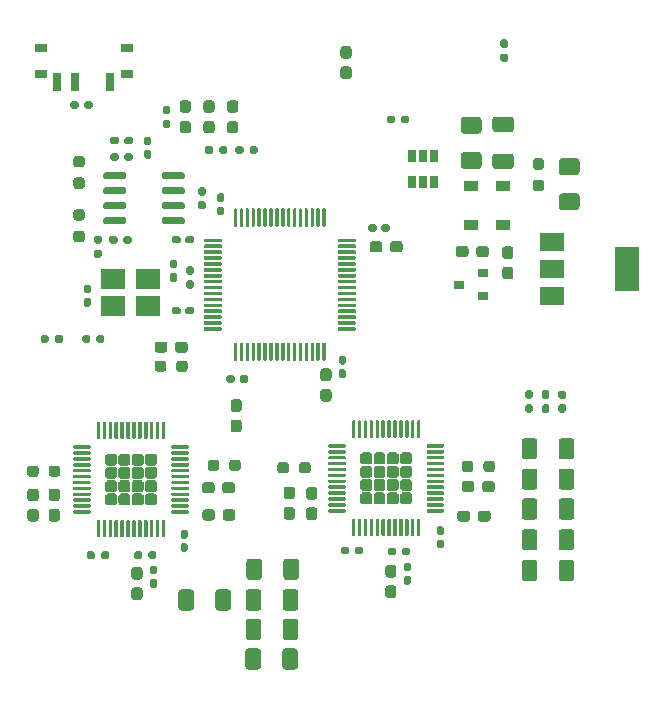
<source format=gbr>
%TF.GenerationSoftware,KiCad,Pcbnew,5.1.8*%
%TF.CreationDate,2021-01-17T13:40:54+01:00*%
%TF.ProjectId,sm4,736d342e-6b69-4636-9164-5f7063625858,rev?*%
%TF.SameCoordinates,Original*%
%TF.FileFunction,Paste,Top*%
%TF.FilePolarity,Positive*%
%FSLAX46Y46*%
G04 Gerber Fmt 4.6, Leading zero omitted, Abs format (unit mm)*
G04 Created by KiCad (PCBNEW 5.1.8) date 2021-01-17 13:40:54*
%MOMM*%
%LPD*%
G01*
G04 APERTURE LIST*
%ADD10R,2.000000X1.500000*%
%ADD11R,2.000000X3.800000*%
%ADD12R,2.100000X1.800000*%
%ADD13R,0.650000X1.060000*%
%ADD14R,0.900000X0.800000*%
%ADD15C,0.150000*%
%ADD16R,1.000000X0.800000*%
%ADD17R,0.700000X1.500000*%
%ADD18R,1.200000X0.900000*%
G04 APERTURE END LIST*
D10*
%TO.C,Q1*%
X95250000Y-68400000D03*
X95250000Y-73000000D03*
X95250000Y-70700000D03*
D11*
X101550000Y-70700000D03*
%TD*%
%TO.C,C30*%
G36*
G01*
X81362500Y-97462500D02*
X81837500Y-97462500D01*
G75*
G02*
X82075000Y-97700000I0J-237500D01*
G01*
X82075000Y-98300000D01*
G75*
G02*
X81837500Y-98537500I-237500J0D01*
G01*
X81362500Y-98537500D01*
G75*
G02*
X81125000Y-98300000I0J237500D01*
G01*
X81125000Y-97700000D01*
G75*
G02*
X81362500Y-97462500I237500J0D01*
G01*
G37*
G36*
G01*
X81362500Y-95737500D02*
X81837500Y-95737500D01*
G75*
G02*
X82075000Y-95975000I0J-237500D01*
G01*
X82075000Y-96575000D01*
G75*
G02*
X81837500Y-96812500I-237500J0D01*
G01*
X81362500Y-96812500D01*
G75*
G02*
X81125000Y-96575000I0J237500D01*
G01*
X81125000Y-95975000D01*
G75*
G02*
X81362500Y-95737500I237500J0D01*
G01*
G37*
%TD*%
%TO.C,C7*%
G36*
G01*
X59862500Y-97625000D02*
X60337500Y-97625000D01*
G75*
G02*
X60575000Y-97862500I0J-237500D01*
G01*
X60575000Y-98462500D01*
G75*
G02*
X60337500Y-98700000I-237500J0D01*
G01*
X59862500Y-98700000D01*
G75*
G02*
X59625000Y-98462500I0J237500D01*
G01*
X59625000Y-97862500D01*
G75*
G02*
X59862500Y-97625000I237500J0D01*
G01*
G37*
G36*
G01*
X59862500Y-95900000D02*
X60337500Y-95900000D01*
G75*
G02*
X60575000Y-96137500I0J-237500D01*
G01*
X60575000Y-96737500D01*
G75*
G02*
X60337500Y-96975000I-237500J0D01*
G01*
X59862500Y-96975000D01*
G75*
G02*
X59625000Y-96737500I0J237500D01*
G01*
X59625000Y-96137500D01*
G75*
G02*
X59862500Y-95900000I237500J0D01*
G01*
G37*
%TD*%
%TO.C,R26*%
G36*
G01*
X56157500Y-76440000D02*
X56157500Y-76760000D01*
G75*
G02*
X55997500Y-76920000I-160000J0D01*
G01*
X55602500Y-76920000D01*
G75*
G02*
X55442500Y-76760000I0J160000D01*
G01*
X55442500Y-76440000D01*
G75*
G02*
X55602500Y-76280000I160000J0D01*
G01*
X55997500Y-76280000D01*
G75*
G02*
X56157500Y-76440000I0J-160000D01*
G01*
G37*
G36*
G01*
X57352500Y-76440000D02*
X57352500Y-76760000D01*
G75*
G02*
X57192500Y-76920000I-160000J0D01*
G01*
X56797500Y-76920000D01*
G75*
G02*
X56637500Y-76760000I0J160000D01*
G01*
X56637500Y-76440000D01*
G75*
G02*
X56797500Y-76280000I160000J0D01*
G01*
X57192500Y-76280000D01*
G75*
G02*
X57352500Y-76440000I0J-160000D01*
G01*
G37*
%TD*%
%TO.C,R25*%
G36*
G01*
X53140000Y-76760000D02*
X53140000Y-76440000D01*
G75*
G02*
X53300000Y-76280000I160000J0D01*
G01*
X53695000Y-76280000D01*
G75*
G02*
X53855000Y-76440000I0J-160000D01*
G01*
X53855000Y-76760000D01*
G75*
G02*
X53695000Y-76920000I-160000J0D01*
G01*
X53300000Y-76920000D01*
G75*
G02*
X53140000Y-76760000I0J160000D01*
G01*
G37*
G36*
G01*
X51945000Y-76760000D02*
X51945000Y-76440000D01*
G75*
G02*
X52105000Y-76280000I160000J0D01*
G01*
X52500000Y-76280000D01*
G75*
G02*
X52660000Y-76440000I0J-160000D01*
G01*
X52660000Y-76760000D01*
G75*
G02*
X52500000Y-76920000I-160000J0D01*
G01*
X52105000Y-76920000D01*
G75*
G02*
X51945000Y-76760000I0J160000D01*
G01*
G37*
%TD*%
%TO.C,C43*%
G36*
G01*
X72437500Y-101850001D02*
X72437500Y-100549999D01*
G75*
G02*
X72687499Y-100300000I249999J0D01*
G01*
X73512501Y-100300000D01*
G75*
G02*
X73762500Y-100549999I0J-249999D01*
G01*
X73762500Y-101850001D01*
G75*
G02*
X73512501Y-102100000I-249999J0D01*
G01*
X72687499Y-102100000D01*
G75*
G02*
X72437500Y-101850001I0J249999D01*
G01*
G37*
G36*
G01*
X69312500Y-101850001D02*
X69312500Y-100549999D01*
G75*
G02*
X69562499Y-100300000I249999J0D01*
G01*
X70387501Y-100300000D01*
G75*
G02*
X70637500Y-100549999I0J-249999D01*
G01*
X70637500Y-101850001D01*
G75*
G02*
X70387501Y-102100000I-249999J0D01*
G01*
X69562499Y-102100000D01*
G75*
G02*
X69312500Y-101850001I0J249999D01*
G01*
G37*
%TD*%
%TO.C,C42*%
G36*
G01*
X72437500Y-99350001D02*
X72437500Y-98049999D01*
G75*
G02*
X72687499Y-97800000I249999J0D01*
G01*
X73512501Y-97800000D01*
G75*
G02*
X73762500Y-98049999I0J-249999D01*
G01*
X73762500Y-99350001D01*
G75*
G02*
X73512501Y-99600000I-249999J0D01*
G01*
X72687499Y-99600000D01*
G75*
G02*
X72437500Y-99350001I0J249999D01*
G01*
G37*
G36*
G01*
X69312500Y-99350001D02*
X69312500Y-98049999D01*
G75*
G02*
X69562499Y-97800000I249999J0D01*
G01*
X70387501Y-97800000D01*
G75*
G02*
X70637500Y-98049999I0J-249999D01*
G01*
X70637500Y-99350001D01*
G75*
G02*
X70387501Y-99600000I-249999J0D01*
G01*
X69562499Y-99600000D01*
G75*
G02*
X69312500Y-99350001I0J249999D01*
G01*
G37*
%TD*%
%TO.C,C41*%
G36*
G01*
X64937500Y-98049999D02*
X64937500Y-99350001D01*
G75*
G02*
X64687501Y-99600000I-249999J0D01*
G01*
X63862499Y-99600000D01*
G75*
G02*
X63612500Y-99350001I0J249999D01*
G01*
X63612500Y-98049999D01*
G75*
G02*
X63862499Y-97800000I249999J0D01*
G01*
X64687501Y-97800000D01*
G75*
G02*
X64937500Y-98049999I0J-249999D01*
G01*
G37*
G36*
G01*
X68062500Y-98049999D02*
X68062500Y-99350001D01*
G75*
G02*
X67812501Y-99600000I-249999J0D01*
G01*
X66987499Y-99600000D01*
G75*
G02*
X66737500Y-99350001I0J249999D01*
G01*
X66737500Y-98049999D01*
G75*
G02*
X66987499Y-97800000I249999J0D01*
G01*
X67812501Y-97800000D01*
G75*
G02*
X68062500Y-98049999I0J-249999D01*
G01*
G37*
%TD*%
%TO.C,C40*%
G36*
G01*
X95805001Y-96850001D02*
X95805001Y-95549999D01*
G75*
G02*
X96055000Y-95300000I249999J0D01*
G01*
X96880002Y-95300000D01*
G75*
G02*
X97130001Y-95549999I0J-249999D01*
G01*
X97130001Y-96850001D01*
G75*
G02*
X96880002Y-97100000I-249999J0D01*
G01*
X96055000Y-97100000D01*
G75*
G02*
X95805001Y-96850001I0J249999D01*
G01*
G37*
G36*
G01*
X92680001Y-96850001D02*
X92680001Y-95549999D01*
G75*
G02*
X92930000Y-95300000I249999J0D01*
G01*
X93755002Y-95300000D01*
G75*
G02*
X94005001Y-95549999I0J-249999D01*
G01*
X94005001Y-96850001D01*
G75*
G02*
X93755002Y-97100000I-249999J0D01*
G01*
X92930000Y-97100000D01*
G75*
G02*
X92680001Y-96850001I0J249999D01*
G01*
G37*
%TD*%
%TO.C,C39*%
G36*
G01*
X72500000Y-96750001D02*
X72500000Y-95449999D01*
G75*
G02*
X72749999Y-95200000I249999J0D01*
G01*
X73575001Y-95200000D01*
G75*
G02*
X73825000Y-95449999I0J-249999D01*
G01*
X73825000Y-96750001D01*
G75*
G02*
X73575001Y-97000000I-249999J0D01*
G01*
X72749999Y-97000000D01*
G75*
G02*
X72500000Y-96750001I0J249999D01*
G01*
G37*
G36*
G01*
X69375000Y-96750001D02*
X69375000Y-95449999D01*
G75*
G02*
X69624999Y-95200000I249999J0D01*
G01*
X70450001Y-95200000D01*
G75*
G02*
X70700000Y-95449999I0J-249999D01*
G01*
X70700000Y-96750001D01*
G75*
G02*
X70450001Y-97000000I-249999J0D01*
G01*
X69624999Y-97000000D01*
G75*
G02*
X69375000Y-96750001I0J249999D01*
G01*
G37*
%TD*%
%TO.C,C38*%
G36*
G01*
X72400000Y-104350001D02*
X72400000Y-103049999D01*
G75*
G02*
X72649999Y-102800000I249999J0D01*
G01*
X73475001Y-102800000D01*
G75*
G02*
X73725000Y-103049999I0J-249999D01*
G01*
X73725000Y-104350001D01*
G75*
G02*
X73475001Y-104600000I-249999J0D01*
G01*
X72649999Y-104600000D01*
G75*
G02*
X72400000Y-104350001I0J249999D01*
G01*
G37*
G36*
G01*
X69275000Y-104350001D02*
X69275000Y-103049999D01*
G75*
G02*
X69524999Y-102800000I249999J0D01*
G01*
X70350001Y-102800000D01*
G75*
G02*
X70600000Y-103049999I0J-249999D01*
G01*
X70600000Y-104350001D01*
G75*
G02*
X70350001Y-104600000I-249999J0D01*
G01*
X69524999Y-104600000D01*
G75*
G02*
X69275000Y-104350001I0J249999D01*
G01*
G37*
%TD*%
%TO.C,C37*%
G36*
G01*
X95805001Y-94250001D02*
X95805001Y-92949999D01*
G75*
G02*
X96055000Y-92700000I249999J0D01*
G01*
X96880002Y-92700000D01*
G75*
G02*
X97130001Y-92949999I0J-249999D01*
G01*
X97130001Y-94250001D01*
G75*
G02*
X96880002Y-94500000I-249999J0D01*
G01*
X96055000Y-94500000D01*
G75*
G02*
X95805001Y-94250001I0J249999D01*
G01*
G37*
G36*
G01*
X92680001Y-94250001D02*
X92680001Y-92949999D01*
G75*
G02*
X92930000Y-92700000I249999J0D01*
G01*
X93755002Y-92700000D01*
G75*
G02*
X94005001Y-92949999I0J-249999D01*
G01*
X94005001Y-94250001D01*
G75*
G02*
X93755002Y-94500000I-249999J0D01*
G01*
X92930000Y-94500000D01*
G75*
G02*
X92680001Y-94250001I0J249999D01*
G01*
G37*
%TD*%
%TO.C,C27*%
G36*
G01*
X95800000Y-86550001D02*
X95800000Y-85249999D01*
G75*
G02*
X96049999Y-85000000I249999J0D01*
G01*
X96875001Y-85000000D01*
G75*
G02*
X97125000Y-85249999I0J-249999D01*
G01*
X97125000Y-86550001D01*
G75*
G02*
X96875001Y-86800000I-249999J0D01*
G01*
X96049999Y-86800000D01*
G75*
G02*
X95800000Y-86550001I0J249999D01*
G01*
G37*
G36*
G01*
X92675000Y-86550001D02*
X92675000Y-85249999D01*
G75*
G02*
X92924999Y-85000000I249999J0D01*
G01*
X93750001Y-85000000D01*
G75*
G02*
X94000000Y-85249999I0J-249999D01*
G01*
X94000000Y-86550001D01*
G75*
G02*
X93750001Y-86800000I-249999J0D01*
G01*
X92924999Y-86800000D01*
G75*
G02*
X92675000Y-86550001I0J249999D01*
G01*
G37*
%TD*%
%TO.C,C26*%
G36*
G01*
X95805001Y-91650001D02*
X95805001Y-90349999D01*
G75*
G02*
X96055000Y-90100000I249999J0D01*
G01*
X96880002Y-90100000D01*
G75*
G02*
X97130001Y-90349999I0J-249999D01*
G01*
X97130001Y-91650001D01*
G75*
G02*
X96880002Y-91900000I-249999J0D01*
G01*
X96055000Y-91900000D01*
G75*
G02*
X95805001Y-91650001I0J249999D01*
G01*
G37*
G36*
G01*
X92680001Y-91650001D02*
X92680001Y-90349999D01*
G75*
G02*
X92930000Y-90100000I249999J0D01*
G01*
X93755002Y-90100000D01*
G75*
G02*
X94005001Y-90349999I0J-249999D01*
G01*
X94005001Y-91650001D01*
G75*
G02*
X93755002Y-91900000I-249999J0D01*
G01*
X92930000Y-91900000D01*
G75*
G02*
X92680001Y-91650001I0J249999D01*
G01*
G37*
%TD*%
%TO.C,C4*%
G36*
G01*
X95805001Y-89125002D02*
X95805001Y-87825000D01*
G75*
G02*
X96055000Y-87575001I249999J0D01*
G01*
X96880002Y-87575001D01*
G75*
G02*
X97130001Y-87825000I0J-249999D01*
G01*
X97130001Y-89125002D01*
G75*
G02*
X96880002Y-89375001I-249999J0D01*
G01*
X96055000Y-89375001D01*
G75*
G02*
X95805001Y-89125002I0J249999D01*
G01*
G37*
G36*
G01*
X92680001Y-89125002D02*
X92680001Y-87825000D01*
G75*
G02*
X92930000Y-87575001I249999J0D01*
G01*
X93755002Y-87575001D01*
G75*
G02*
X94005001Y-87825000I0J-249999D01*
G01*
X94005001Y-89125002D01*
G75*
G02*
X93755002Y-89375001I-249999J0D01*
G01*
X92930000Y-89375001D01*
G75*
G02*
X92680001Y-89125002I0J249999D01*
G01*
G37*
%TD*%
%TO.C,R15*%
G36*
G01*
X82540000Y-94760000D02*
X82540000Y-94440000D01*
G75*
G02*
X82700000Y-94280000I160000J0D01*
G01*
X83095000Y-94280000D01*
G75*
G02*
X83255000Y-94440000I0J-160000D01*
G01*
X83255000Y-94760000D01*
G75*
G02*
X83095000Y-94920000I-160000J0D01*
G01*
X82700000Y-94920000D01*
G75*
G02*
X82540000Y-94760000I0J160000D01*
G01*
G37*
G36*
G01*
X81345000Y-94760000D02*
X81345000Y-94440000D01*
G75*
G02*
X81505000Y-94280000I160000J0D01*
G01*
X81900000Y-94280000D01*
G75*
G02*
X82060000Y-94440000I0J-160000D01*
G01*
X82060000Y-94760000D01*
G75*
G02*
X81900000Y-94920000I-160000J0D01*
G01*
X81505000Y-94920000D01*
G75*
G02*
X81345000Y-94760000I0J160000D01*
G01*
G37*
%TD*%
%TO.C,R14*%
G36*
G01*
X78062500Y-94340000D02*
X78062500Y-94660000D01*
G75*
G02*
X77902500Y-94820000I-160000J0D01*
G01*
X77507500Y-94820000D01*
G75*
G02*
X77347500Y-94660000I0J160000D01*
G01*
X77347500Y-94340000D01*
G75*
G02*
X77507500Y-94180000I160000J0D01*
G01*
X77902500Y-94180000D01*
G75*
G02*
X78062500Y-94340000I0J-160000D01*
G01*
G37*
G36*
G01*
X79257500Y-94340000D02*
X79257500Y-94660000D01*
G75*
G02*
X79097500Y-94820000I-160000J0D01*
G01*
X78702500Y-94820000D01*
G75*
G02*
X78542500Y-94660000I0J160000D01*
G01*
X78542500Y-94340000D01*
G75*
G02*
X78702500Y-94180000I160000J0D01*
G01*
X79097500Y-94180000D01*
G75*
G02*
X79257500Y-94340000I0J-160000D01*
G01*
G37*
%TD*%
%TO.C,C28*%
G36*
G01*
X72762500Y-90825000D02*
X73237500Y-90825000D01*
G75*
G02*
X73475000Y-91062500I0J-237500D01*
G01*
X73475000Y-91662500D01*
G75*
G02*
X73237500Y-91900000I-237500J0D01*
G01*
X72762500Y-91900000D01*
G75*
G02*
X72525000Y-91662500I0J237500D01*
G01*
X72525000Y-91062500D01*
G75*
G02*
X72762500Y-90825000I237500J0D01*
G01*
G37*
G36*
G01*
X72762500Y-89100000D02*
X73237500Y-89100000D01*
G75*
G02*
X73475000Y-89337500I0J-237500D01*
G01*
X73475000Y-89937500D01*
G75*
G02*
X73237500Y-90175000I-237500J0D01*
G01*
X72762500Y-90175000D01*
G75*
G02*
X72525000Y-89937500I0J237500D01*
G01*
X72525000Y-89337500D01*
G75*
G02*
X72762500Y-89100000I237500J0D01*
G01*
G37*
%TD*%
%TO.C,C32*%
G36*
G01*
X82845000Y-96667500D02*
X83155000Y-96667500D01*
G75*
G02*
X83310000Y-96822500I0J-155000D01*
G01*
X83310000Y-97247500D01*
G75*
G02*
X83155000Y-97402500I-155000J0D01*
G01*
X82845000Y-97402500D01*
G75*
G02*
X82690000Y-97247500I0J155000D01*
G01*
X82690000Y-96822500D01*
G75*
G02*
X82845000Y-96667500I155000J0D01*
G01*
G37*
G36*
G01*
X82845000Y-95532500D02*
X83155000Y-95532500D01*
G75*
G02*
X83310000Y-95687500I0J-155000D01*
G01*
X83310000Y-96112500D01*
G75*
G02*
X83155000Y-96267500I-155000J0D01*
G01*
X82845000Y-96267500D01*
G75*
G02*
X82690000Y-96112500I0J155000D01*
G01*
X82690000Y-95687500D01*
G75*
G02*
X82845000Y-95532500I155000J0D01*
G01*
G37*
%TD*%
%TO.C,C31*%
G36*
G01*
X85645000Y-93600000D02*
X85955000Y-93600000D01*
G75*
G02*
X86110000Y-93755000I0J-155000D01*
G01*
X86110000Y-94180000D01*
G75*
G02*
X85955000Y-94335000I-155000J0D01*
G01*
X85645000Y-94335000D01*
G75*
G02*
X85490000Y-94180000I0J155000D01*
G01*
X85490000Y-93755000D01*
G75*
G02*
X85645000Y-93600000I155000J0D01*
G01*
G37*
G36*
G01*
X85645000Y-92465000D02*
X85955000Y-92465000D01*
G75*
G02*
X86110000Y-92620000I0J-155000D01*
G01*
X86110000Y-93045000D01*
G75*
G02*
X85955000Y-93200000I-155000J0D01*
G01*
X85645000Y-93200000D01*
G75*
G02*
X85490000Y-93045000I0J155000D01*
G01*
X85490000Y-92620000D01*
G75*
G02*
X85645000Y-92465000I155000J0D01*
G01*
G37*
%TD*%
%TO.C,C29*%
G36*
G01*
X74662500Y-90862500D02*
X75137500Y-90862500D01*
G75*
G02*
X75375000Y-91100000I0J-237500D01*
G01*
X75375000Y-91700000D01*
G75*
G02*
X75137500Y-91937500I-237500J0D01*
G01*
X74662500Y-91937500D01*
G75*
G02*
X74425000Y-91700000I0J237500D01*
G01*
X74425000Y-91100000D01*
G75*
G02*
X74662500Y-90862500I237500J0D01*
G01*
G37*
G36*
G01*
X74662500Y-89137500D02*
X75137500Y-89137500D01*
G75*
G02*
X75375000Y-89375000I0J-237500D01*
G01*
X75375000Y-89975000D01*
G75*
G02*
X75137500Y-90212500I-237500J0D01*
G01*
X74662500Y-90212500D01*
G75*
G02*
X74425000Y-89975000I0J237500D01*
G01*
X74425000Y-89375000D01*
G75*
G02*
X74662500Y-89137500I237500J0D01*
G01*
G37*
%TD*%
%TO.C,C24*%
G36*
G01*
X89325000Y-89337500D02*
X89325000Y-88862500D01*
G75*
G02*
X89562500Y-88625000I237500J0D01*
G01*
X90162500Y-88625000D01*
G75*
G02*
X90400000Y-88862500I0J-237500D01*
G01*
X90400000Y-89337500D01*
G75*
G02*
X90162500Y-89575000I-237500J0D01*
G01*
X89562500Y-89575000D01*
G75*
G02*
X89325000Y-89337500I0J237500D01*
G01*
G37*
G36*
G01*
X87600000Y-89337500D02*
X87600000Y-88862500D01*
G75*
G02*
X87837500Y-88625000I237500J0D01*
G01*
X88437500Y-88625000D01*
G75*
G02*
X88675000Y-88862500I0J-237500D01*
G01*
X88675000Y-89337500D01*
G75*
G02*
X88437500Y-89575000I-237500J0D01*
G01*
X87837500Y-89575000D01*
G75*
G02*
X87600000Y-89337500I0J237500D01*
G01*
G37*
%TD*%
%TO.C,C23*%
G36*
G01*
X88312500Y-91362500D02*
X88312500Y-91837500D01*
G75*
G02*
X88075000Y-92075000I-237500J0D01*
G01*
X87475000Y-92075000D01*
G75*
G02*
X87237500Y-91837500I0J237500D01*
G01*
X87237500Y-91362500D01*
G75*
G02*
X87475000Y-91125000I237500J0D01*
G01*
X88075000Y-91125000D01*
G75*
G02*
X88312500Y-91362500I0J-237500D01*
G01*
G37*
G36*
G01*
X90037500Y-91362500D02*
X90037500Y-91837500D01*
G75*
G02*
X89800000Y-92075000I-237500J0D01*
G01*
X89200000Y-92075000D01*
G75*
G02*
X88962500Y-91837500I0J237500D01*
G01*
X88962500Y-91362500D01*
G75*
G02*
X89200000Y-91125000I237500J0D01*
G01*
X89800000Y-91125000D01*
G75*
G02*
X90037500Y-91362500I0J-237500D01*
G01*
G37*
%TD*%
%TO.C,C9*%
G36*
G01*
X63945000Y-93900000D02*
X64255000Y-93900000D01*
G75*
G02*
X64410000Y-94055000I0J-155000D01*
G01*
X64410000Y-94480000D01*
G75*
G02*
X64255000Y-94635000I-155000J0D01*
G01*
X63945000Y-94635000D01*
G75*
G02*
X63790000Y-94480000I0J155000D01*
G01*
X63790000Y-94055000D01*
G75*
G02*
X63945000Y-93900000I155000J0D01*
G01*
G37*
G36*
G01*
X63945000Y-92765000D02*
X64255000Y-92765000D01*
G75*
G02*
X64410000Y-92920000I0J-155000D01*
G01*
X64410000Y-93345000D01*
G75*
G02*
X64255000Y-93500000I-155000J0D01*
G01*
X63945000Y-93500000D01*
G75*
G02*
X63790000Y-93345000I0J155000D01*
G01*
X63790000Y-92920000D01*
G75*
G02*
X63945000Y-92765000I155000J0D01*
G01*
G37*
%TD*%
%TO.C,C6*%
G36*
G01*
X51062500Y-90987500D02*
X51537500Y-90987500D01*
G75*
G02*
X51775000Y-91225000I0J-237500D01*
G01*
X51775000Y-91825000D01*
G75*
G02*
X51537500Y-92062500I-237500J0D01*
G01*
X51062500Y-92062500D01*
G75*
G02*
X50825000Y-91825000I0J237500D01*
G01*
X50825000Y-91225000D01*
G75*
G02*
X51062500Y-90987500I237500J0D01*
G01*
G37*
G36*
G01*
X51062500Y-89262500D02*
X51537500Y-89262500D01*
G75*
G02*
X51775000Y-89500000I0J-237500D01*
G01*
X51775000Y-90100000D01*
G75*
G02*
X51537500Y-90337500I-237500J0D01*
G01*
X51062500Y-90337500D01*
G75*
G02*
X50825000Y-90100000I0J237500D01*
G01*
X50825000Y-89500000D01*
G75*
G02*
X51062500Y-89262500I237500J0D01*
G01*
G37*
%TD*%
%TO.C,C5*%
G36*
G01*
X52862500Y-90987500D02*
X53337500Y-90987500D01*
G75*
G02*
X53575000Y-91225000I0J-237500D01*
G01*
X53575000Y-91825000D01*
G75*
G02*
X53337500Y-92062500I-237500J0D01*
G01*
X52862500Y-92062500D01*
G75*
G02*
X52625000Y-91825000I0J237500D01*
G01*
X52625000Y-91225000D01*
G75*
G02*
X52862500Y-90987500I237500J0D01*
G01*
G37*
G36*
G01*
X52862500Y-89262500D02*
X53337500Y-89262500D01*
G75*
G02*
X53575000Y-89500000I0J-237500D01*
G01*
X53575000Y-90100000D01*
G75*
G02*
X53337500Y-90337500I-237500J0D01*
G01*
X52862500Y-90337500D01*
G75*
G02*
X52625000Y-90100000I0J237500D01*
G01*
X52625000Y-89500000D01*
G75*
G02*
X52862500Y-89262500I237500J0D01*
G01*
G37*
%TD*%
%TO.C,C3*%
G36*
G01*
X67325000Y-89437500D02*
X67325000Y-88962500D01*
G75*
G02*
X67562500Y-88725000I237500J0D01*
G01*
X68162500Y-88725000D01*
G75*
G02*
X68400000Y-88962500I0J-237500D01*
G01*
X68400000Y-89437500D01*
G75*
G02*
X68162500Y-89675000I-237500J0D01*
G01*
X67562500Y-89675000D01*
G75*
G02*
X67325000Y-89437500I0J237500D01*
G01*
G37*
G36*
G01*
X65600000Y-89437500D02*
X65600000Y-88962500D01*
G75*
G02*
X65837500Y-88725000I237500J0D01*
G01*
X66437500Y-88725000D01*
G75*
G02*
X66675000Y-88962500I0J-237500D01*
G01*
X66675000Y-89437500D01*
G75*
G02*
X66437500Y-89675000I-237500J0D01*
G01*
X65837500Y-89675000D01*
G75*
G02*
X65600000Y-89437500I0J237500D01*
G01*
G37*
%TD*%
%TO.C,C2*%
G36*
G01*
X66712500Y-91262500D02*
X66712500Y-91737500D01*
G75*
G02*
X66475000Y-91975000I-237500J0D01*
G01*
X65875000Y-91975000D01*
G75*
G02*
X65637500Y-91737500I0J237500D01*
G01*
X65637500Y-91262500D01*
G75*
G02*
X65875000Y-91025000I237500J0D01*
G01*
X66475000Y-91025000D01*
G75*
G02*
X66712500Y-91262500I0J-237500D01*
G01*
G37*
G36*
G01*
X68437500Y-91262500D02*
X68437500Y-91737500D01*
G75*
G02*
X68200000Y-91975000I-237500J0D01*
G01*
X67600000Y-91975000D01*
G75*
G02*
X67362500Y-91737500I0J237500D01*
G01*
X67362500Y-91262500D01*
G75*
G02*
X67600000Y-91025000I237500J0D01*
G01*
X68200000Y-91025000D01*
G75*
G02*
X68437500Y-91262500I0J-237500D01*
G01*
G37*
%TD*%
%TO.C,R2*%
G36*
G01*
X61040000Y-95060000D02*
X61040000Y-94740000D01*
G75*
G02*
X61200000Y-94580000I160000J0D01*
G01*
X61595000Y-94580000D01*
G75*
G02*
X61755000Y-94740000I0J-160000D01*
G01*
X61755000Y-95060000D01*
G75*
G02*
X61595000Y-95220000I-160000J0D01*
G01*
X61200000Y-95220000D01*
G75*
G02*
X61040000Y-95060000I0J160000D01*
G01*
G37*
G36*
G01*
X59845000Y-95060000D02*
X59845000Y-94740000D01*
G75*
G02*
X60005000Y-94580000I160000J0D01*
G01*
X60400000Y-94580000D01*
G75*
G02*
X60560000Y-94740000I0J-160000D01*
G01*
X60560000Y-95060000D01*
G75*
G02*
X60400000Y-95220000I-160000J0D01*
G01*
X60005000Y-95220000D01*
G75*
G02*
X59845000Y-95060000I0J160000D01*
G01*
G37*
%TD*%
%TO.C,C10*%
G36*
G01*
X61345000Y-96932500D02*
X61655000Y-96932500D01*
G75*
G02*
X61810000Y-97087500I0J-155000D01*
G01*
X61810000Y-97512500D01*
G75*
G02*
X61655000Y-97667500I-155000J0D01*
G01*
X61345000Y-97667500D01*
G75*
G02*
X61190000Y-97512500I0J155000D01*
G01*
X61190000Y-97087500D01*
G75*
G02*
X61345000Y-96932500I155000J0D01*
G01*
G37*
G36*
G01*
X61345000Y-95797500D02*
X61655000Y-95797500D01*
G75*
G02*
X61810000Y-95952500I0J-155000D01*
G01*
X61810000Y-96377500D01*
G75*
G02*
X61655000Y-96532500I-155000J0D01*
G01*
X61345000Y-96532500D01*
G75*
G02*
X61190000Y-96377500I0J155000D01*
G01*
X61190000Y-95952500D01*
G75*
G02*
X61345000Y-95797500I155000J0D01*
G01*
G37*
%TD*%
%TO.C,C36*%
G36*
G01*
X95945000Y-82100000D02*
X96255000Y-82100000D01*
G75*
G02*
X96410000Y-82255000I0J-155000D01*
G01*
X96410000Y-82680000D01*
G75*
G02*
X96255000Y-82835000I-155000J0D01*
G01*
X95945000Y-82835000D01*
G75*
G02*
X95790000Y-82680000I0J155000D01*
G01*
X95790000Y-82255000D01*
G75*
G02*
X95945000Y-82100000I155000J0D01*
G01*
G37*
G36*
G01*
X95945000Y-80965000D02*
X96255000Y-80965000D01*
G75*
G02*
X96410000Y-81120000I0J-155000D01*
G01*
X96410000Y-81545000D01*
G75*
G02*
X96255000Y-81700000I-155000J0D01*
G01*
X95945000Y-81700000D01*
G75*
G02*
X95790000Y-81545000I0J155000D01*
G01*
X95790000Y-81120000D01*
G75*
G02*
X95945000Y-80965000I155000J0D01*
G01*
G37*
%TD*%
%TO.C,C16*%
G36*
G01*
X63800000Y-74045000D02*
X63800000Y-74355000D01*
G75*
G02*
X63645000Y-74510000I-155000J0D01*
G01*
X63220000Y-74510000D01*
G75*
G02*
X63065000Y-74355000I0J155000D01*
G01*
X63065000Y-74045000D01*
G75*
G02*
X63220000Y-73890000I155000J0D01*
G01*
X63645000Y-73890000D01*
G75*
G02*
X63800000Y-74045000I0J-155000D01*
G01*
G37*
G36*
G01*
X64935000Y-74045000D02*
X64935000Y-74355000D01*
G75*
G02*
X64780000Y-74510000I-155000J0D01*
G01*
X64355000Y-74510000D01*
G75*
G02*
X64200000Y-74355000I0J155000D01*
G01*
X64200000Y-74045000D01*
G75*
G02*
X64355000Y-73890000I155000J0D01*
G01*
X64780000Y-73890000D01*
G75*
G02*
X64935000Y-74045000I0J-155000D01*
G01*
G37*
%TD*%
%TO.C,R6*%
G36*
G01*
X64440000Y-71642500D02*
X64760000Y-71642500D01*
G75*
G02*
X64920000Y-71802500I0J-160000D01*
G01*
X64920000Y-72197500D01*
G75*
G02*
X64760000Y-72357500I-160000J0D01*
G01*
X64440000Y-72357500D01*
G75*
G02*
X64280000Y-72197500I0J160000D01*
G01*
X64280000Y-71802500D01*
G75*
G02*
X64440000Y-71642500I160000J0D01*
G01*
G37*
G36*
G01*
X64440000Y-70447500D02*
X64760000Y-70447500D01*
G75*
G02*
X64920000Y-70607500I0J-160000D01*
G01*
X64920000Y-71002500D01*
G75*
G02*
X64760000Y-71162500I-160000J0D01*
G01*
X64440000Y-71162500D01*
G75*
G02*
X64280000Y-71002500I0J160000D01*
G01*
X64280000Y-70607500D01*
G75*
G02*
X64440000Y-70447500I160000J0D01*
G01*
G37*
%TD*%
%TO.C,C17*%
G36*
G01*
X56055000Y-72732500D02*
X55745000Y-72732500D01*
G75*
G02*
X55590000Y-72577500I0J155000D01*
G01*
X55590000Y-72152500D01*
G75*
G02*
X55745000Y-71997500I155000J0D01*
G01*
X56055000Y-71997500D01*
G75*
G02*
X56210000Y-72152500I0J-155000D01*
G01*
X56210000Y-72577500D01*
G75*
G02*
X56055000Y-72732500I-155000J0D01*
G01*
G37*
G36*
G01*
X56055000Y-73867500D02*
X55745000Y-73867500D01*
G75*
G02*
X55590000Y-73712500I0J155000D01*
G01*
X55590000Y-73287500D01*
G75*
G02*
X55745000Y-73132500I155000J0D01*
G01*
X56055000Y-73132500D01*
G75*
G02*
X56210000Y-73287500I0J-155000D01*
G01*
X56210000Y-73712500D01*
G75*
G02*
X56055000Y-73867500I-155000J0D01*
G01*
G37*
%TD*%
%TO.C,C15*%
G36*
G01*
X63800000Y-68045000D02*
X63800000Y-68355000D01*
G75*
G02*
X63645000Y-68510000I-155000J0D01*
G01*
X63220000Y-68510000D01*
G75*
G02*
X63065000Y-68355000I0J155000D01*
G01*
X63065000Y-68045000D01*
G75*
G02*
X63220000Y-67890000I155000J0D01*
G01*
X63645000Y-67890000D01*
G75*
G02*
X63800000Y-68045000I0J-155000D01*
G01*
G37*
G36*
G01*
X64935000Y-68045000D02*
X64935000Y-68355000D01*
G75*
G02*
X64780000Y-68510000I-155000J0D01*
G01*
X64355000Y-68510000D01*
G75*
G02*
X64200000Y-68355000I0J155000D01*
G01*
X64200000Y-68045000D01*
G75*
G02*
X64355000Y-67890000I155000J0D01*
G01*
X64780000Y-67890000D01*
G75*
G02*
X64935000Y-68045000I0J-155000D01*
G01*
G37*
%TD*%
%TO.C,C14*%
G36*
G01*
X63045000Y-71032500D02*
X63355000Y-71032500D01*
G75*
G02*
X63510000Y-71187500I0J-155000D01*
G01*
X63510000Y-71612500D01*
G75*
G02*
X63355000Y-71767500I-155000J0D01*
G01*
X63045000Y-71767500D01*
G75*
G02*
X62890000Y-71612500I0J155000D01*
G01*
X62890000Y-71187500D01*
G75*
G02*
X63045000Y-71032500I155000J0D01*
G01*
G37*
G36*
G01*
X63045000Y-69897500D02*
X63355000Y-69897500D01*
G75*
G02*
X63510000Y-70052500I0J-155000D01*
G01*
X63510000Y-70477500D01*
G75*
G02*
X63355000Y-70632500I-155000J0D01*
G01*
X63045000Y-70632500D01*
G75*
G02*
X62890000Y-70477500I0J155000D01*
G01*
X62890000Y-70052500D01*
G75*
G02*
X63045000Y-69897500I155000J0D01*
G01*
G37*
%TD*%
%TO.C,C12*%
G36*
G01*
X67355000Y-65000000D02*
X67045000Y-65000000D01*
G75*
G02*
X66890000Y-64845000I0J155000D01*
G01*
X66890000Y-64420000D01*
G75*
G02*
X67045000Y-64265000I155000J0D01*
G01*
X67355000Y-64265000D01*
G75*
G02*
X67510000Y-64420000I0J-155000D01*
G01*
X67510000Y-64845000D01*
G75*
G02*
X67355000Y-65000000I-155000J0D01*
G01*
G37*
G36*
G01*
X67355000Y-66135000D02*
X67045000Y-66135000D01*
G75*
G02*
X66890000Y-65980000I0J155000D01*
G01*
X66890000Y-65555000D01*
G75*
G02*
X67045000Y-65400000I155000J0D01*
G01*
X67355000Y-65400000D01*
G75*
G02*
X67510000Y-65555000I0J-155000D01*
G01*
X67510000Y-65980000D01*
G75*
G02*
X67355000Y-66135000I-155000J0D01*
G01*
G37*
%TD*%
%TO.C,R11*%
G36*
G01*
X56640000Y-69040000D02*
X56960000Y-69040000D01*
G75*
G02*
X57120000Y-69200000I0J-160000D01*
G01*
X57120000Y-69595000D01*
G75*
G02*
X56960000Y-69755000I-160000J0D01*
G01*
X56640000Y-69755000D01*
G75*
G02*
X56480000Y-69595000I0J160000D01*
G01*
X56480000Y-69200000D01*
G75*
G02*
X56640000Y-69040000I160000J0D01*
G01*
G37*
G36*
G01*
X56640000Y-67845000D02*
X56960000Y-67845000D01*
G75*
G02*
X57120000Y-68005000I0J-160000D01*
G01*
X57120000Y-68400000D01*
G75*
G02*
X56960000Y-68560000I-160000J0D01*
G01*
X56640000Y-68560000D01*
G75*
G02*
X56480000Y-68400000I0J160000D01*
G01*
X56480000Y-68005000D01*
G75*
G02*
X56640000Y-67845000I160000J0D01*
G01*
G37*
%TD*%
%TO.C,R24*%
G36*
G01*
X69640000Y-60760000D02*
X69640000Y-60440000D01*
G75*
G02*
X69800000Y-60280000I160000J0D01*
G01*
X70195000Y-60280000D01*
G75*
G02*
X70355000Y-60440000I0J-160000D01*
G01*
X70355000Y-60760000D01*
G75*
G02*
X70195000Y-60920000I-160000J0D01*
G01*
X69800000Y-60920000D01*
G75*
G02*
X69640000Y-60760000I0J160000D01*
G01*
G37*
G36*
G01*
X68445000Y-60760000D02*
X68445000Y-60440000D01*
G75*
G02*
X68605000Y-60280000I160000J0D01*
G01*
X69000000Y-60280000D01*
G75*
G02*
X69160000Y-60440000I0J-160000D01*
G01*
X69160000Y-60760000D01*
G75*
G02*
X69000000Y-60920000I-160000J0D01*
G01*
X68605000Y-60920000D01*
G75*
G02*
X68445000Y-60760000I0J160000D01*
G01*
G37*
%TD*%
%TO.C,R23*%
G36*
G01*
X91040000Y-52440000D02*
X91360000Y-52440000D01*
G75*
G02*
X91520000Y-52600000I0J-160000D01*
G01*
X91520000Y-52995000D01*
G75*
G02*
X91360000Y-53155000I-160000J0D01*
G01*
X91040000Y-53155000D01*
G75*
G02*
X90880000Y-52995000I0J160000D01*
G01*
X90880000Y-52600000D01*
G75*
G02*
X91040000Y-52440000I160000J0D01*
G01*
G37*
G36*
G01*
X91040000Y-51245000D02*
X91360000Y-51245000D01*
G75*
G02*
X91520000Y-51405000I0J-160000D01*
G01*
X91520000Y-51800000D01*
G75*
G02*
X91360000Y-51960000I-160000J0D01*
G01*
X91040000Y-51960000D01*
G75*
G02*
X90880000Y-51800000I0J160000D01*
G01*
X90880000Y-51405000D01*
G75*
G02*
X91040000Y-51245000I160000J0D01*
G01*
G37*
%TD*%
%TO.C,R22*%
G36*
G01*
X82440000Y-58160000D02*
X82440000Y-57840000D01*
G75*
G02*
X82600000Y-57680000I160000J0D01*
G01*
X82995000Y-57680000D01*
G75*
G02*
X83155000Y-57840000I0J-160000D01*
G01*
X83155000Y-58160000D01*
G75*
G02*
X82995000Y-58320000I-160000J0D01*
G01*
X82600000Y-58320000D01*
G75*
G02*
X82440000Y-58160000I0J160000D01*
G01*
G37*
G36*
G01*
X81245000Y-58160000D02*
X81245000Y-57840000D01*
G75*
G02*
X81405000Y-57680000I160000J0D01*
G01*
X81800000Y-57680000D01*
G75*
G02*
X81960000Y-57840000I0J-160000D01*
G01*
X81960000Y-58160000D01*
G75*
G02*
X81800000Y-58320000I-160000J0D01*
G01*
X81405000Y-58320000D01*
G75*
G02*
X81245000Y-58160000I0J160000D01*
G01*
G37*
%TD*%
%TO.C,R21*%
G36*
G01*
X67040000Y-60760000D02*
X67040000Y-60440000D01*
G75*
G02*
X67200000Y-60280000I160000J0D01*
G01*
X67595000Y-60280000D01*
G75*
G02*
X67755000Y-60440000I0J-160000D01*
G01*
X67755000Y-60760000D01*
G75*
G02*
X67595000Y-60920000I-160000J0D01*
G01*
X67200000Y-60920000D01*
G75*
G02*
X67040000Y-60760000I0J160000D01*
G01*
G37*
G36*
G01*
X65845000Y-60760000D02*
X65845000Y-60440000D01*
G75*
G02*
X66005000Y-60280000I160000J0D01*
G01*
X66400000Y-60280000D01*
G75*
G02*
X66560000Y-60440000I0J-160000D01*
G01*
X66560000Y-60760000D01*
G75*
G02*
X66400000Y-60920000I-160000J0D01*
G01*
X66005000Y-60920000D01*
G75*
G02*
X65845000Y-60760000I0J160000D01*
G01*
G37*
%TD*%
%TO.C,R20*%
G36*
G01*
X62760000Y-57560000D02*
X62440000Y-57560000D01*
G75*
G02*
X62280000Y-57400000I0J160000D01*
G01*
X62280000Y-57005000D01*
G75*
G02*
X62440000Y-56845000I160000J0D01*
G01*
X62760000Y-56845000D01*
G75*
G02*
X62920000Y-57005000I0J-160000D01*
G01*
X62920000Y-57400000D01*
G75*
G02*
X62760000Y-57560000I-160000J0D01*
G01*
G37*
G36*
G01*
X62760000Y-58755000D02*
X62440000Y-58755000D01*
G75*
G02*
X62280000Y-58595000I0J160000D01*
G01*
X62280000Y-58200000D01*
G75*
G02*
X62440000Y-58040000I160000J0D01*
G01*
X62760000Y-58040000D01*
G75*
G02*
X62920000Y-58200000I0J-160000D01*
G01*
X62920000Y-58595000D01*
G75*
G02*
X62760000Y-58755000I-160000J0D01*
G01*
G37*
%TD*%
%TO.C,R19*%
G36*
G01*
X94860000Y-81660000D02*
X94540000Y-81660000D01*
G75*
G02*
X94380000Y-81500000I0J160000D01*
G01*
X94380000Y-81105000D01*
G75*
G02*
X94540000Y-80945000I160000J0D01*
G01*
X94860000Y-80945000D01*
G75*
G02*
X95020000Y-81105000I0J-160000D01*
G01*
X95020000Y-81500000D01*
G75*
G02*
X94860000Y-81660000I-160000J0D01*
G01*
G37*
G36*
G01*
X94860000Y-82855000D02*
X94540000Y-82855000D01*
G75*
G02*
X94380000Y-82695000I0J160000D01*
G01*
X94380000Y-82300000D01*
G75*
G02*
X94540000Y-82140000I160000J0D01*
G01*
X94860000Y-82140000D01*
G75*
G02*
X95020000Y-82300000I0J-160000D01*
G01*
X95020000Y-82695000D01*
G75*
G02*
X94860000Y-82855000I-160000J0D01*
G01*
G37*
%TD*%
%TO.C,R18*%
G36*
G01*
X93140000Y-82140000D02*
X93460000Y-82140000D01*
G75*
G02*
X93620000Y-82300000I0J-160000D01*
G01*
X93620000Y-82695000D01*
G75*
G02*
X93460000Y-82855000I-160000J0D01*
G01*
X93140000Y-82855000D01*
G75*
G02*
X92980000Y-82695000I0J160000D01*
G01*
X92980000Y-82300000D01*
G75*
G02*
X93140000Y-82140000I160000J0D01*
G01*
G37*
G36*
G01*
X93140000Y-80945000D02*
X93460000Y-80945000D01*
G75*
G02*
X93620000Y-81105000I0J-160000D01*
G01*
X93620000Y-81500000D01*
G75*
G02*
X93460000Y-81660000I-160000J0D01*
G01*
X93140000Y-81660000D01*
G75*
G02*
X92980000Y-81500000I0J160000D01*
G01*
X92980000Y-81105000D01*
G75*
G02*
X93140000Y-80945000I160000J0D01*
G01*
G37*
%TD*%
%TO.C,R10*%
G36*
G01*
X58460000Y-68040000D02*
X58460000Y-68360000D01*
G75*
G02*
X58300000Y-68520000I-160000J0D01*
G01*
X57905000Y-68520000D01*
G75*
G02*
X57745000Y-68360000I0J160000D01*
G01*
X57745000Y-68040000D01*
G75*
G02*
X57905000Y-67880000I160000J0D01*
G01*
X58300000Y-67880000D01*
G75*
G02*
X58460000Y-68040000I0J-160000D01*
G01*
G37*
G36*
G01*
X59655000Y-68040000D02*
X59655000Y-68360000D01*
G75*
G02*
X59495000Y-68520000I-160000J0D01*
G01*
X59100000Y-68520000D01*
G75*
G02*
X58940000Y-68360000I0J160000D01*
G01*
X58940000Y-68040000D01*
G75*
G02*
X59100000Y-67880000I160000J0D01*
G01*
X59495000Y-67880000D01*
G75*
G02*
X59655000Y-68040000I0J-160000D01*
G01*
G37*
%TD*%
%TO.C,R8*%
G36*
G01*
X59040000Y-59960000D02*
X59040000Y-59640000D01*
G75*
G02*
X59200000Y-59480000I160000J0D01*
G01*
X59595000Y-59480000D01*
G75*
G02*
X59755000Y-59640000I0J-160000D01*
G01*
X59755000Y-59960000D01*
G75*
G02*
X59595000Y-60120000I-160000J0D01*
G01*
X59200000Y-60120000D01*
G75*
G02*
X59040000Y-59960000I0J160000D01*
G01*
G37*
G36*
G01*
X57845000Y-59960000D02*
X57845000Y-59640000D01*
G75*
G02*
X58005000Y-59480000I160000J0D01*
G01*
X58400000Y-59480000D01*
G75*
G02*
X58560000Y-59640000I0J-160000D01*
G01*
X58560000Y-59960000D01*
G75*
G02*
X58400000Y-60120000I-160000J0D01*
G01*
X58005000Y-60120000D01*
G75*
G02*
X57845000Y-59960000I0J160000D01*
G01*
G37*
%TD*%
%TO.C,R7*%
G36*
G01*
X58560000Y-61040000D02*
X58560000Y-61360000D01*
G75*
G02*
X58400000Y-61520000I-160000J0D01*
G01*
X58005000Y-61520000D01*
G75*
G02*
X57845000Y-61360000I0J160000D01*
G01*
X57845000Y-61040000D01*
G75*
G02*
X58005000Y-60880000I160000J0D01*
G01*
X58400000Y-60880000D01*
G75*
G02*
X58560000Y-61040000I0J-160000D01*
G01*
G37*
G36*
G01*
X59755000Y-61040000D02*
X59755000Y-61360000D01*
G75*
G02*
X59595000Y-61520000I-160000J0D01*
G01*
X59200000Y-61520000D01*
G75*
G02*
X59040000Y-61360000I0J160000D01*
G01*
X59040000Y-61040000D01*
G75*
G02*
X59200000Y-60880000I160000J0D01*
G01*
X59595000Y-60880000D01*
G75*
G02*
X59755000Y-61040000I0J-160000D01*
G01*
G37*
%TD*%
%TO.C,R4*%
G36*
G01*
X55640000Y-56960000D02*
X55640000Y-56640000D01*
G75*
G02*
X55800000Y-56480000I160000J0D01*
G01*
X56195000Y-56480000D01*
G75*
G02*
X56355000Y-56640000I0J-160000D01*
G01*
X56355000Y-56960000D01*
G75*
G02*
X56195000Y-57120000I-160000J0D01*
G01*
X55800000Y-57120000D01*
G75*
G02*
X55640000Y-56960000I0J160000D01*
G01*
G37*
G36*
G01*
X54445000Y-56960000D02*
X54445000Y-56640000D01*
G75*
G02*
X54605000Y-56480000I160000J0D01*
G01*
X55000000Y-56480000D01*
G75*
G02*
X55160000Y-56640000I0J-160000D01*
G01*
X55160000Y-56960000D01*
G75*
G02*
X55000000Y-57120000I-160000J0D01*
G01*
X54605000Y-57120000D01*
G75*
G02*
X54445000Y-56960000I0J160000D01*
G01*
G37*
%TD*%
%TO.C,R1*%
G36*
G01*
X56560000Y-94740000D02*
X56560000Y-95060000D01*
G75*
G02*
X56400000Y-95220000I-160000J0D01*
G01*
X56005000Y-95220000D01*
G75*
G02*
X55845000Y-95060000I0J160000D01*
G01*
X55845000Y-94740000D01*
G75*
G02*
X56005000Y-94580000I160000J0D01*
G01*
X56400000Y-94580000D01*
G75*
G02*
X56560000Y-94740000I0J-160000D01*
G01*
G37*
G36*
G01*
X57755000Y-94740000D02*
X57755000Y-95060000D01*
G75*
G02*
X57595000Y-95220000I-160000J0D01*
G01*
X57200000Y-95220000D01*
G75*
G02*
X57040000Y-95060000I0J160000D01*
G01*
X57040000Y-94740000D01*
G75*
G02*
X57200000Y-94580000I160000J0D01*
G01*
X57595000Y-94580000D01*
G75*
G02*
X57755000Y-94740000I0J-160000D01*
G01*
G37*
%TD*%
%TO.C,C22*%
G36*
G01*
X65445000Y-64900000D02*
X65755000Y-64900000D01*
G75*
G02*
X65910000Y-65055000I0J-155000D01*
G01*
X65910000Y-65480000D01*
G75*
G02*
X65755000Y-65635000I-155000J0D01*
G01*
X65445000Y-65635000D01*
G75*
G02*
X65290000Y-65480000I0J155000D01*
G01*
X65290000Y-65055000D01*
G75*
G02*
X65445000Y-64900000I155000J0D01*
G01*
G37*
G36*
G01*
X65445000Y-63765000D02*
X65755000Y-63765000D01*
G75*
G02*
X65910000Y-63920000I0J-155000D01*
G01*
X65910000Y-64345000D01*
G75*
G02*
X65755000Y-64500000I-155000J0D01*
G01*
X65445000Y-64500000D01*
G75*
G02*
X65290000Y-64345000I0J155000D01*
G01*
X65290000Y-63920000D01*
G75*
G02*
X65445000Y-63765000I155000J0D01*
G01*
G37*
%TD*%
%TO.C,C21*%
G36*
G01*
X61155000Y-60200000D02*
X60845000Y-60200000D01*
G75*
G02*
X60690000Y-60045000I0J155000D01*
G01*
X60690000Y-59620000D01*
G75*
G02*
X60845000Y-59465000I155000J0D01*
G01*
X61155000Y-59465000D01*
G75*
G02*
X61310000Y-59620000I0J-155000D01*
G01*
X61310000Y-60045000D01*
G75*
G02*
X61155000Y-60200000I-155000J0D01*
G01*
G37*
G36*
G01*
X61155000Y-61335000D02*
X60845000Y-61335000D01*
G75*
G02*
X60690000Y-61180000I0J155000D01*
G01*
X60690000Y-60755000D01*
G75*
G02*
X60845000Y-60600000I155000J0D01*
G01*
X61155000Y-60600000D01*
G75*
G02*
X61310000Y-60755000I0J-155000D01*
G01*
X61310000Y-61180000D01*
G75*
G02*
X61155000Y-61335000I-155000J0D01*
G01*
G37*
%TD*%
%TO.C,C20*%
G36*
G01*
X77345000Y-79167500D02*
X77655000Y-79167500D01*
G75*
G02*
X77810000Y-79322500I0J-155000D01*
G01*
X77810000Y-79747500D01*
G75*
G02*
X77655000Y-79902500I-155000J0D01*
G01*
X77345000Y-79902500D01*
G75*
G02*
X77190000Y-79747500I0J155000D01*
G01*
X77190000Y-79322500D01*
G75*
G02*
X77345000Y-79167500I155000J0D01*
G01*
G37*
G36*
G01*
X77345000Y-78032500D02*
X77655000Y-78032500D01*
G75*
G02*
X77810000Y-78187500I0J-155000D01*
G01*
X77810000Y-78612500D01*
G75*
G02*
X77655000Y-78767500I-155000J0D01*
G01*
X77345000Y-78767500D01*
G75*
G02*
X77190000Y-78612500I0J155000D01*
G01*
X77190000Y-78187500D01*
G75*
G02*
X77345000Y-78032500I155000J0D01*
G01*
G37*
%TD*%
%TO.C,C19*%
G36*
G01*
X80800000Y-67355000D02*
X80800000Y-67045000D01*
G75*
G02*
X80955000Y-66890000I155000J0D01*
G01*
X81380000Y-66890000D01*
G75*
G02*
X81535000Y-67045000I0J-155000D01*
G01*
X81535000Y-67355000D01*
G75*
G02*
X81380000Y-67510000I-155000J0D01*
G01*
X80955000Y-67510000D01*
G75*
G02*
X80800000Y-67355000I0J155000D01*
G01*
G37*
G36*
G01*
X79665000Y-67355000D02*
X79665000Y-67045000D01*
G75*
G02*
X79820000Y-66890000I155000J0D01*
G01*
X80245000Y-66890000D01*
G75*
G02*
X80400000Y-67045000I0J-155000D01*
G01*
X80400000Y-67355000D01*
G75*
G02*
X80245000Y-67510000I-155000J0D01*
G01*
X79820000Y-67510000D01*
G75*
G02*
X79665000Y-67355000I0J155000D01*
G01*
G37*
%TD*%
%TO.C,C18*%
G36*
G01*
X68400000Y-79845000D02*
X68400000Y-80155000D01*
G75*
G02*
X68245000Y-80310000I-155000J0D01*
G01*
X67820000Y-80310000D01*
G75*
G02*
X67665000Y-80155000I0J155000D01*
G01*
X67665000Y-79845000D01*
G75*
G02*
X67820000Y-79690000I155000J0D01*
G01*
X68245000Y-79690000D01*
G75*
G02*
X68400000Y-79845000I0J-155000D01*
G01*
G37*
G36*
G01*
X69535000Y-79845000D02*
X69535000Y-80155000D01*
G75*
G02*
X69380000Y-80310000I-155000J0D01*
G01*
X68955000Y-80310000D01*
G75*
G02*
X68800000Y-80155000I0J155000D01*
G01*
X68800000Y-79845000D01*
G75*
G02*
X68955000Y-79690000I155000J0D01*
G01*
X69380000Y-79690000D01*
G75*
G02*
X69535000Y-79845000I0J-155000D01*
G01*
G37*
%TD*%
D12*
%TO.C,Y1*%
X61000000Y-73800000D03*
X58100000Y-73800000D03*
X58100000Y-71500000D03*
X61000000Y-71500000D03*
%TD*%
D13*
%TO.C,U7*%
X84300000Y-63300000D03*
X85250000Y-63300000D03*
X83350000Y-63300000D03*
X83350000Y-61100000D03*
X84300000Y-61100000D03*
X85250000Y-61100000D03*
%TD*%
D14*
%TO.C,U6*%
X87400000Y-72000000D03*
X89400000Y-71050000D03*
X89400000Y-72950000D03*
%TD*%
D15*
%TO.C,U4*%
G36*
X80014141Y-90400104D02*
G01*
X80007476Y-90422074D01*
X79996654Y-90442321D01*
X79982089Y-90460068D01*
X79885068Y-90557089D01*
X79867321Y-90571654D01*
X79847074Y-90582476D01*
X79825104Y-90589141D01*
X79802256Y-90591391D01*
X79222744Y-90591391D01*
X79199896Y-90589141D01*
X79177926Y-90582476D01*
X79157679Y-90571654D01*
X79139932Y-90557089D01*
X79042911Y-90460068D01*
X79028346Y-90442321D01*
X79017524Y-90422074D01*
X79010859Y-90400104D01*
X79008609Y-90377256D01*
X79008609Y-89797744D01*
X79010859Y-89774896D01*
X79017524Y-89752926D01*
X79028346Y-89732679D01*
X79042911Y-89714932D01*
X79139932Y-89617911D01*
X79157679Y-89603346D01*
X79177926Y-89592524D01*
X79199896Y-89585859D01*
X79222744Y-89583609D01*
X79802256Y-89583609D01*
X79825104Y-89585859D01*
X79847074Y-89592524D01*
X79867321Y-89603346D01*
X79885068Y-89617911D01*
X79982089Y-89714932D01*
X79996654Y-89732679D01*
X80007476Y-89752926D01*
X80014141Y-89774896D01*
X80016391Y-89797744D01*
X80016391Y-90377256D01*
X80014141Y-90400104D01*
G37*
G36*
X81139141Y-90400104D02*
G01*
X81132476Y-90422074D01*
X81121654Y-90442321D01*
X81107089Y-90460068D01*
X81010068Y-90557089D01*
X80992321Y-90571654D01*
X80972074Y-90582476D01*
X80950104Y-90589141D01*
X80927256Y-90591391D01*
X80347744Y-90591391D01*
X80324896Y-90589141D01*
X80302926Y-90582476D01*
X80282679Y-90571654D01*
X80264932Y-90557089D01*
X80167911Y-90460068D01*
X80153346Y-90442321D01*
X80142524Y-90422074D01*
X80135859Y-90400104D01*
X80133609Y-90377256D01*
X80133609Y-89797744D01*
X80135859Y-89774896D01*
X80142524Y-89752926D01*
X80153346Y-89732679D01*
X80167911Y-89714932D01*
X80264932Y-89617911D01*
X80282679Y-89603346D01*
X80302926Y-89592524D01*
X80324896Y-89585859D01*
X80347744Y-89583609D01*
X80927256Y-89583609D01*
X80950104Y-89585859D01*
X80972074Y-89592524D01*
X80992321Y-89603346D01*
X81010068Y-89617911D01*
X81107089Y-89714932D01*
X81121654Y-89732679D01*
X81132476Y-89752926D01*
X81139141Y-89774896D01*
X81141391Y-89797744D01*
X81141391Y-90377256D01*
X81139141Y-90400104D01*
G37*
G36*
X82264141Y-90400104D02*
G01*
X82257476Y-90422074D01*
X82246654Y-90442321D01*
X82232089Y-90460068D01*
X82135068Y-90557089D01*
X82117321Y-90571654D01*
X82097074Y-90582476D01*
X82075104Y-90589141D01*
X82052256Y-90591391D01*
X81472744Y-90591391D01*
X81449896Y-90589141D01*
X81427926Y-90582476D01*
X81407679Y-90571654D01*
X81389932Y-90557089D01*
X81292911Y-90460068D01*
X81278346Y-90442321D01*
X81267524Y-90422074D01*
X81260859Y-90400104D01*
X81258609Y-90377256D01*
X81258609Y-89797744D01*
X81260859Y-89774896D01*
X81267524Y-89752926D01*
X81278346Y-89732679D01*
X81292911Y-89714932D01*
X81389932Y-89617911D01*
X81407679Y-89603346D01*
X81427926Y-89592524D01*
X81449896Y-89585859D01*
X81472744Y-89583609D01*
X82052256Y-89583609D01*
X82075104Y-89585859D01*
X82097074Y-89592524D01*
X82117321Y-89603346D01*
X82135068Y-89617911D01*
X82232089Y-89714932D01*
X82246654Y-89732679D01*
X82257476Y-89752926D01*
X82264141Y-89774896D01*
X82266391Y-89797744D01*
X82266391Y-90377256D01*
X82264141Y-90400104D01*
G37*
G36*
X83389141Y-90400104D02*
G01*
X83382476Y-90422074D01*
X83371654Y-90442321D01*
X83357089Y-90460068D01*
X83260068Y-90557089D01*
X83242321Y-90571654D01*
X83222074Y-90582476D01*
X83200104Y-90589141D01*
X83177256Y-90591391D01*
X82597744Y-90591391D01*
X82574896Y-90589141D01*
X82552926Y-90582476D01*
X82532679Y-90571654D01*
X82514932Y-90557089D01*
X82417911Y-90460068D01*
X82403346Y-90442321D01*
X82392524Y-90422074D01*
X82385859Y-90400104D01*
X82383609Y-90377256D01*
X82383609Y-89797744D01*
X82385859Y-89774896D01*
X82392524Y-89752926D01*
X82403346Y-89732679D01*
X82417911Y-89714932D01*
X82514932Y-89617911D01*
X82532679Y-89603346D01*
X82552926Y-89592524D01*
X82574896Y-89585859D01*
X82597744Y-89583609D01*
X83177256Y-89583609D01*
X83200104Y-89585859D01*
X83222074Y-89592524D01*
X83242321Y-89603346D01*
X83260068Y-89617911D01*
X83357089Y-89714932D01*
X83371654Y-89732679D01*
X83382476Y-89752926D01*
X83389141Y-89774896D01*
X83391391Y-89797744D01*
X83391391Y-90377256D01*
X83389141Y-90400104D01*
G37*
G36*
X80014141Y-89275104D02*
G01*
X80007476Y-89297074D01*
X79996654Y-89317321D01*
X79982089Y-89335068D01*
X79885068Y-89432089D01*
X79867321Y-89446654D01*
X79847074Y-89457476D01*
X79825104Y-89464141D01*
X79802256Y-89466391D01*
X79222744Y-89466391D01*
X79199896Y-89464141D01*
X79177926Y-89457476D01*
X79157679Y-89446654D01*
X79139932Y-89432089D01*
X79042911Y-89335068D01*
X79028346Y-89317321D01*
X79017524Y-89297074D01*
X79010859Y-89275104D01*
X79008609Y-89252256D01*
X79008609Y-88672744D01*
X79010859Y-88649896D01*
X79017524Y-88627926D01*
X79028346Y-88607679D01*
X79042911Y-88589932D01*
X79139932Y-88492911D01*
X79157679Y-88478346D01*
X79177926Y-88467524D01*
X79199896Y-88460859D01*
X79222744Y-88458609D01*
X79802256Y-88458609D01*
X79825104Y-88460859D01*
X79847074Y-88467524D01*
X79867321Y-88478346D01*
X79885068Y-88492911D01*
X79982089Y-88589932D01*
X79996654Y-88607679D01*
X80007476Y-88627926D01*
X80014141Y-88649896D01*
X80016391Y-88672744D01*
X80016391Y-89252256D01*
X80014141Y-89275104D01*
G37*
G36*
X81139141Y-89275104D02*
G01*
X81132476Y-89297074D01*
X81121654Y-89317321D01*
X81107089Y-89335068D01*
X81010068Y-89432089D01*
X80992321Y-89446654D01*
X80972074Y-89457476D01*
X80950104Y-89464141D01*
X80927256Y-89466391D01*
X80347744Y-89466391D01*
X80324896Y-89464141D01*
X80302926Y-89457476D01*
X80282679Y-89446654D01*
X80264932Y-89432089D01*
X80167911Y-89335068D01*
X80153346Y-89317321D01*
X80142524Y-89297074D01*
X80135859Y-89275104D01*
X80133609Y-89252256D01*
X80133609Y-88672744D01*
X80135859Y-88649896D01*
X80142524Y-88627926D01*
X80153346Y-88607679D01*
X80167911Y-88589932D01*
X80264932Y-88492911D01*
X80282679Y-88478346D01*
X80302926Y-88467524D01*
X80324896Y-88460859D01*
X80347744Y-88458609D01*
X80927256Y-88458609D01*
X80950104Y-88460859D01*
X80972074Y-88467524D01*
X80992321Y-88478346D01*
X81010068Y-88492911D01*
X81107089Y-88589932D01*
X81121654Y-88607679D01*
X81132476Y-88627926D01*
X81139141Y-88649896D01*
X81141391Y-88672744D01*
X81141391Y-89252256D01*
X81139141Y-89275104D01*
G37*
G36*
X82264141Y-89275104D02*
G01*
X82257476Y-89297074D01*
X82246654Y-89317321D01*
X82232089Y-89335068D01*
X82135068Y-89432089D01*
X82117321Y-89446654D01*
X82097074Y-89457476D01*
X82075104Y-89464141D01*
X82052256Y-89466391D01*
X81472744Y-89466391D01*
X81449896Y-89464141D01*
X81427926Y-89457476D01*
X81407679Y-89446654D01*
X81389932Y-89432089D01*
X81292911Y-89335068D01*
X81278346Y-89317321D01*
X81267524Y-89297074D01*
X81260859Y-89275104D01*
X81258609Y-89252256D01*
X81258609Y-88672744D01*
X81260859Y-88649896D01*
X81267524Y-88627926D01*
X81278346Y-88607679D01*
X81292911Y-88589932D01*
X81389932Y-88492911D01*
X81407679Y-88478346D01*
X81427926Y-88467524D01*
X81449896Y-88460859D01*
X81472744Y-88458609D01*
X82052256Y-88458609D01*
X82075104Y-88460859D01*
X82097074Y-88467524D01*
X82117321Y-88478346D01*
X82135068Y-88492911D01*
X82232089Y-88589932D01*
X82246654Y-88607679D01*
X82257476Y-88627926D01*
X82264141Y-88649896D01*
X82266391Y-88672744D01*
X82266391Y-89252256D01*
X82264141Y-89275104D01*
G37*
G36*
X83389141Y-89275104D02*
G01*
X83382476Y-89297074D01*
X83371654Y-89317321D01*
X83357089Y-89335068D01*
X83260068Y-89432089D01*
X83242321Y-89446654D01*
X83222074Y-89457476D01*
X83200104Y-89464141D01*
X83177256Y-89466391D01*
X82597744Y-89466391D01*
X82574896Y-89464141D01*
X82552926Y-89457476D01*
X82532679Y-89446654D01*
X82514932Y-89432089D01*
X82417911Y-89335068D01*
X82403346Y-89317321D01*
X82392524Y-89297074D01*
X82385859Y-89275104D01*
X82383609Y-89252256D01*
X82383609Y-88672744D01*
X82385859Y-88649896D01*
X82392524Y-88627926D01*
X82403346Y-88607679D01*
X82417911Y-88589932D01*
X82514932Y-88492911D01*
X82532679Y-88478346D01*
X82552926Y-88467524D01*
X82574896Y-88460859D01*
X82597744Y-88458609D01*
X83177256Y-88458609D01*
X83200104Y-88460859D01*
X83222074Y-88467524D01*
X83242321Y-88478346D01*
X83260068Y-88492911D01*
X83357089Y-88589932D01*
X83371654Y-88607679D01*
X83382476Y-88627926D01*
X83389141Y-88649896D01*
X83391391Y-88672744D01*
X83391391Y-89252256D01*
X83389141Y-89275104D01*
G37*
G36*
X80014141Y-88150104D02*
G01*
X80007476Y-88172074D01*
X79996654Y-88192321D01*
X79982089Y-88210068D01*
X79885068Y-88307089D01*
X79867321Y-88321654D01*
X79847074Y-88332476D01*
X79825104Y-88339141D01*
X79802256Y-88341391D01*
X79222744Y-88341391D01*
X79199896Y-88339141D01*
X79177926Y-88332476D01*
X79157679Y-88321654D01*
X79139932Y-88307089D01*
X79042911Y-88210068D01*
X79028346Y-88192321D01*
X79017524Y-88172074D01*
X79010859Y-88150104D01*
X79008609Y-88127256D01*
X79008609Y-87547744D01*
X79010859Y-87524896D01*
X79017524Y-87502926D01*
X79028346Y-87482679D01*
X79042911Y-87464932D01*
X79139932Y-87367911D01*
X79157679Y-87353346D01*
X79177926Y-87342524D01*
X79199896Y-87335859D01*
X79222744Y-87333609D01*
X79802256Y-87333609D01*
X79825104Y-87335859D01*
X79847074Y-87342524D01*
X79867321Y-87353346D01*
X79885068Y-87367911D01*
X79982089Y-87464932D01*
X79996654Y-87482679D01*
X80007476Y-87502926D01*
X80014141Y-87524896D01*
X80016391Y-87547744D01*
X80016391Y-88127256D01*
X80014141Y-88150104D01*
G37*
G36*
X81139141Y-88150104D02*
G01*
X81132476Y-88172074D01*
X81121654Y-88192321D01*
X81107089Y-88210068D01*
X81010068Y-88307089D01*
X80992321Y-88321654D01*
X80972074Y-88332476D01*
X80950104Y-88339141D01*
X80927256Y-88341391D01*
X80347744Y-88341391D01*
X80324896Y-88339141D01*
X80302926Y-88332476D01*
X80282679Y-88321654D01*
X80264932Y-88307089D01*
X80167911Y-88210068D01*
X80153346Y-88192321D01*
X80142524Y-88172074D01*
X80135859Y-88150104D01*
X80133609Y-88127256D01*
X80133609Y-87547744D01*
X80135859Y-87524896D01*
X80142524Y-87502926D01*
X80153346Y-87482679D01*
X80167911Y-87464932D01*
X80264932Y-87367911D01*
X80282679Y-87353346D01*
X80302926Y-87342524D01*
X80324896Y-87335859D01*
X80347744Y-87333609D01*
X80927256Y-87333609D01*
X80950104Y-87335859D01*
X80972074Y-87342524D01*
X80992321Y-87353346D01*
X81010068Y-87367911D01*
X81107089Y-87464932D01*
X81121654Y-87482679D01*
X81132476Y-87502926D01*
X81139141Y-87524896D01*
X81141391Y-87547744D01*
X81141391Y-88127256D01*
X81139141Y-88150104D01*
G37*
G36*
X82264141Y-88150104D02*
G01*
X82257476Y-88172074D01*
X82246654Y-88192321D01*
X82232089Y-88210068D01*
X82135068Y-88307089D01*
X82117321Y-88321654D01*
X82097074Y-88332476D01*
X82075104Y-88339141D01*
X82052256Y-88341391D01*
X81472744Y-88341391D01*
X81449896Y-88339141D01*
X81427926Y-88332476D01*
X81407679Y-88321654D01*
X81389932Y-88307089D01*
X81292911Y-88210068D01*
X81278346Y-88192321D01*
X81267524Y-88172074D01*
X81260859Y-88150104D01*
X81258609Y-88127256D01*
X81258609Y-87547744D01*
X81260859Y-87524896D01*
X81267524Y-87502926D01*
X81278346Y-87482679D01*
X81292911Y-87464932D01*
X81389932Y-87367911D01*
X81407679Y-87353346D01*
X81427926Y-87342524D01*
X81449896Y-87335859D01*
X81472744Y-87333609D01*
X82052256Y-87333609D01*
X82075104Y-87335859D01*
X82097074Y-87342524D01*
X82117321Y-87353346D01*
X82135068Y-87367911D01*
X82232089Y-87464932D01*
X82246654Y-87482679D01*
X82257476Y-87502926D01*
X82264141Y-87524896D01*
X82266391Y-87547744D01*
X82266391Y-88127256D01*
X82264141Y-88150104D01*
G37*
G36*
X83389141Y-88150104D02*
G01*
X83382476Y-88172074D01*
X83371654Y-88192321D01*
X83357089Y-88210068D01*
X83260068Y-88307089D01*
X83242321Y-88321654D01*
X83222074Y-88332476D01*
X83200104Y-88339141D01*
X83177256Y-88341391D01*
X82597744Y-88341391D01*
X82574896Y-88339141D01*
X82552926Y-88332476D01*
X82532679Y-88321654D01*
X82514932Y-88307089D01*
X82417911Y-88210068D01*
X82403346Y-88192321D01*
X82392524Y-88172074D01*
X82385859Y-88150104D01*
X82383609Y-88127256D01*
X82383609Y-87547744D01*
X82385859Y-87524896D01*
X82392524Y-87502926D01*
X82403346Y-87482679D01*
X82417911Y-87464932D01*
X82514932Y-87367911D01*
X82532679Y-87353346D01*
X82552926Y-87342524D01*
X82574896Y-87335859D01*
X82597744Y-87333609D01*
X83177256Y-87333609D01*
X83200104Y-87335859D01*
X83222074Y-87342524D01*
X83242321Y-87353346D01*
X83260068Y-87367911D01*
X83357089Y-87464932D01*
X83371654Y-87482679D01*
X83382476Y-87502926D01*
X83389141Y-87524896D01*
X83391391Y-87547744D01*
X83391391Y-88127256D01*
X83389141Y-88150104D01*
G37*
G36*
X80014141Y-87025104D02*
G01*
X80007476Y-87047074D01*
X79996654Y-87067321D01*
X79982089Y-87085068D01*
X79885068Y-87182089D01*
X79867321Y-87196654D01*
X79847074Y-87207476D01*
X79825104Y-87214141D01*
X79802256Y-87216391D01*
X79222744Y-87216391D01*
X79199896Y-87214141D01*
X79177926Y-87207476D01*
X79157679Y-87196654D01*
X79139932Y-87182089D01*
X79042911Y-87085068D01*
X79028346Y-87067321D01*
X79017524Y-87047074D01*
X79010859Y-87025104D01*
X79008609Y-87002256D01*
X79008609Y-86422744D01*
X79010859Y-86399896D01*
X79017524Y-86377926D01*
X79028346Y-86357679D01*
X79042911Y-86339932D01*
X79139932Y-86242911D01*
X79157679Y-86228346D01*
X79177926Y-86217524D01*
X79199896Y-86210859D01*
X79222744Y-86208609D01*
X79802256Y-86208609D01*
X79825104Y-86210859D01*
X79847074Y-86217524D01*
X79867321Y-86228346D01*
X79885068Y-86242911D01*
X79982089Y-86339932D01*
X79996654Y-86357679D01*
X80007476Y-86377926D01*
X80014141Y-86399896D01*
X80016391Y-86422744D01*
X80016391Y-87002256D01*
X80014141Y-87025104D01*
G37*
G36*
X81139141Y-87025104D02*
G01*
X81132476Y-87047074D01*
X81121654Y-87067321D01*
X81107089Y-87085068D01*
X81010068Y-87182089D01*
X80992321Y-87196654D01*
X80972074Y-87207476D01*
X80950104Y-87214141D01*
X80927256Y-87216391D01*
X80347744Y-87216391D01*
X80324896Y-87214141D01*
X80302926Y-87207476D01*
X80282679Y-87196654D01*
X80264932Y-87182089D01*
X80167911Y-87085068D01*
X80153346Y-87067321D01*
X80142524Y-87047074D01*
X80135859Y-87025104D01*
X80133609Y-87002256D01*
X80133609Y-86422744D01*
X80135859Y-86399896D01*
X80142524Y-86377926D01*
X80153346Y-86357679D01*
X80167911Y-86339932D01*
X80264932Y-86242911D01*
X80282679Y-86228346D01*
X80302926Y-86217524D01*
X80324896Y-86210859D01*
X80347744Y-86208609D01*
X80927256Y-86208609D01*
X80950104Y-86210859D01*
X80972074Y-86217524D01*
X80992321Y-86228346D01*
X81010068Y-86242911D01*
X81107089Y-86339932D01*
X81121654Y-86357679D01*
X81132476Y-86377926D01*
X81139141Y-86399896D01*
X81141391Y-86422744D01*
X81141391Y-87002256D01*
X81139141Y-87025104D01*
G37*
G36*
X82264141Y-87025104D02*
G01*
X82257476Y-87047074D01*
X82246654Y-87067321D01*
X82232089Y-87085068D01*
X82135068Y-87182089D01*
X82117321Y-87196654D01*
X82097074Y-87207476D01*
X82075104Y-87214141D01*
X82052256Y-87216391D01*
X81472744Y-87216391D01*
X81449896Y-87214141D01*
X81427926Y-87207476D01*
X81407679Y-87196654D01*
X81389932Y-87182089D01*
X81292911Y-87085068D01*
X81278346Y-87067321D01*
X81267524Y-87047074D01*
X81260859Y-87025104D01*
X81258609Y-87002256D01*
X81258609Y-86422744D01*
X81260859Y-86399896D01*
X81267524Y-86377926D01*
X81278346Y-86357679D01*
X81292911Y-86339932D01*
X81389932Y-86242911D01*
X81407679Y-86228346D01*
X81427926Y-86217524D01*
X81449896Y-86210859D01*
X81472744Y-86208609D01*
X82052256Y-86208609D01*
X82075104Y-86210859D01*
X82097074Y-86217524D01*
X82117321Y-86228346D01*
X82135068Y-86242911D01*
X82232089Y-86339932D01*
X82246654Y-86357679D01*
X82257476Y-86377926D01*
X82264141Y-86399896D01*
X82266391Y-86422744D01*
X82266391Y-87002256D01*
X82264141Y-87025104D01*
G37*
G36*
X83389141Y-87025104D02*
G01*
X83382476Y-87047074D01*
X83371654Y-87067321D01*
X83357089Y-87085068D01*
X83260068Y-87182089D01*
X83242321Y-87196654D01*
X83222074Y-87207476D01*
X83200104Y-87214141D01*
X83177256Y-87216391D01*
X82597744Y-87216391D01*
X82574896Y-87214141D01*
X82552926Y-87207476D01*
X82532679Y-87196654D01*
X82514932Y-87182089D01*
X82417911Y-87085068D01*
X82403346Y-87067321D01*
X82392524Y-87047074D01*
X82385859Y-87025104D01*
X82383609Y-87002256D01*
X82383609Y-86422744D01*
X82385859Y-86399896D01*
X82392524Y-86377926D01*
X82403346Y-86357679D01*
X82417911Y-86339932D01*
X82514932Y-86242911D01*
X82532679Y-86228346D01*
X82552926Y-86217524D01*
X82574896Y-86210859D01*
X82597744Y-86208609D01*
X83177256Y-86208609D01*
X83200104Y-86210859D01*
X83222074Y-86217524D01*
X83242321Y-86228346D01*
X83260068Y-86242911D01*
X83357089Y-86339932D01*
X83371654Y-86357679D01*
X83382476Y-86377926D01*
X83389141Y-86399896D01*
X83391391Y-86422744D01*
X83391391Y-87002256D01*
X83389141Y-87025104D01*
G37*
G36*
G01*
X84700000Y-85500000D02*
X86025000Y-85500000D01*
G75*
G02*
X86100000Y-85575000I0J-75000D01*
G01*
X86100000Y-85725000D01*
G75*
G02*
X86025000Y-85800000I-75000J0D01*
G01*
X84700000Y-85800000D01*
G75*
G02*
X84625000Y-85725000I0J75000D01*
G01*
X84625000Y-85575000D01*
G75*
G02*
X84700000Y-85500000I75000J0D01*
G01*
G37*
G36*
G01*
X84700000Y-86000000D02*
X86025000Y-86000000D01*
G75*
G02*
X86100000Y-86075000I0J-75000D01*
G01*
X86100000Y-86225000D01*
G75*
G02*
X86025000Y-86300000I-75000J0D01*
G01*
X84700000Y-86300000D01*
G75*
G02*
X84625000Y-86225000I0J75000D01*
G01*
X84625000Y-86075000D01*
G75*
G02*
X84700000Y-86000000I75000J0D01*
G01*
G37*
G36*
G01*
X84700000Y-86500000D02*
X86025000Y-86500000D01*
G75*
G02*
X86100000Y-86575000I0J-75000D01*
G01*
X86100000Y-86725000D01*
G75*
G02*
X86025000Y-86800000I-75000J0D01*
G01*
X84700000Y-86800000D01*
G75*
G02*
X84625000Y-86725000I0J75000D01*
G01*
X84625000Y-86575000D01*
G75*
G02*
X84700000Y-86500000I75000J0D01*
G01*
G37*
G36*
G01*
X84700000Y-87000000D02*
X86025000Y-87000000D01*
G75*
G02*
X86100000Y-87075000I0J-75000D01*
G01*
X86100000Y-87225000D01*
G75*
G02*
X86025000Y-87300000I-75000J0D01*
G01*
X84700000Y-87300000D01*
G75*
G02*
X84625000Y-87225000I0J75000D01*
G01*
X84625000Y-87075000D01*
G75*
G02*
X84700000Y-87000000I75000J0D01*
G01*
G37*
G36*
G01*
X84700000Y-87500000D02*
X86025000Y-87500000D01*
G75*
G02*
X86100000Y-87575000I0J-75000D01*
G01*
X86100000Y-87725000D01*
G75*
G02*
X86025000Y-87800000I-75000J0D01*
G01*
X84700000Y-87800000D01*
G75*
G02*
X84625000Y-87725000I0J75000D01*
G01*
X84625000Y-87575000D01*
G75*
G02*
X84700000Y-87500000I75000J0D01*
G01*
G37*
G36*
G01*
X84700000Y-88000000D02*
X86025000Y-88000000D01*
G75*
G02*
X86100000Y-88075000I0J-75000D01*
G01*
X86100000Y-88225000D01*
G75*
G02*
X86025000Y-88300000I-75000J0D01*
G01*
X84700000Y-88300000D01*
G75*
G02*
X84625000Y-88225000I0J75000D01*
G01*
X84625000Y-88075000D01*
G75*
G02*
X84700000Y-88000000I75000J0D01*
G01*
G37*
G36*
G01*
X84700000Y-88500000D02*
X86025000Y-88500000D01*
G75*
G02*
X86100000Y-88575000I0J-75000D01*
G01*
X86100000Y-88725000D01*
G75*
G02*
X86025000Y-88800000I-75000J0D01*
G01*
X84700000Y-88800000D01*
G75*
G02*
X84625000Y-88725000I0J75000D01*
G01*
X84625000Y-88575000D01*
G75*
G02*
X84700000Y-88500000I75000J0D01*
G01*
G37*
G36*
G01*
X84700000Y-89000000D02*
X86025000Y-89000000D01*
G75*
G02*
X86100000Y-89075000I0J-75000D01*
G01*
X86100000Y-89225000D01*
G75*
G02*
X86025000Y-89300000I-75000J0D01*
G01*
X84700000Y-89300000D01*
G75*
G02*
X84625000Y-89225000I0J75000D01*
G01*
X84625000Y-89075000D01*
G75*
G02*
X84700000Y-89000000I75000J0D01*
G01*
G37*
G36*
G01*
X84700000Y-89500000D02*
X86025000Y-89500000D01*
G75*
G02*
X86100000Y-89575000I0J-75000D01*
G01*
X86100000Y-89725000D01*
G75*
G02*
X86025000Y-89800000I-75000J0D01*
G01*
X84700000Y-89800000D01*
G75*
G02*
X84625000Y-89725000I0J75000D01*
G01*
X84625000Y-89575000D01*
G75*
G02*
X84700000Y-89500000I75000J0D01*
G01*
G37*
G36*
G01*
X84700000Y-90000000D02*
X86025000Y-90000000D01*
G75*
G02*
X86100000Y-90075000I0J-75000D01*
G01*
X86100000Y-90225000D01*
G75*
G02*
X86025000Y-90300000I-75000J0D01*
G01*
X84700000Y-90300000D01*
G75*
G02*
X84625000Y-90225000I0J75000D01*
G01*
X84625000Y-90075000D01*
G75*
G02*
X84700000Y-90000000I75000J0D01*
G01*
G37*
G36*
G01*
X84700000Y-90500000D02*
X86025000Y-90500000D01*
G75*
G02*
X86100000Y-90575000I0J-75000D01*
G01*
X86100000Y-90725000D01*
G75*
G02*
X86025000Y-90800000I-75000J0D01*
G01*
X84700000Y-90800000D01*
G75*
G02*
X84625000Y-90725000I0J75000D01*
G01*
X84625000Y-90575000D01*
G75*
G02*
X84700000Y-90500000I75000J0D01*
G01*
G37*
G36*
G01*
X84700000Y-91000000D02*
X86025000Y-91000000D01*
G75*
G02*
X86100000Y-91075000I0J-75000D01*
G01*
X86100000Y-91225000D01*
G75*
G02*
X86025000Y-91300000I-75000J0D01*
G01*
X84700000Y-91300000D01*
G75*
G02*
X84625000Y-91225000I0J75000D01*
G01*
X84625000Y-91075000D01*
G75*
G02*
X84700000Y-91000000I75000J0D01*
G01*
G37*
G36*
G01*
X83875000Y-91825000D02*
X84025000Y-91825000D01*
G75*
G02*
X84100000Y-91900000I0J-75000D01*
G01*
X84100000Y-93225000D01*
G75*
G02*
X84025000Y-93300000I-75000J0D01*
G01*
X83875000Y-93300000D01*
G75*
G02*
X83800000Y-93225000I0J75000D01*
G01*
X83800000Y-91900000D01*
G75*
G02*
X83875000Y-91825000I75000J0D01*
G01*
G37*
G36*
G01*
X83375000Y-91825000D02*
X83525000Y-91825000D01*
G75*
G02*
X83600000Y-91900000I0J-75000D01*
G01*
X83600000Y-93225000D01*
G75*
G02*
X83525000Y-93300000I-75000J0D01*
G01*
X83375000Y-93300000D01*
G75*
G02*
X83300000Y-93225000I0J75000D01*
G01*
X83300000Y-91900000D01*
G75*
G02*
X83375000Y-91825000I75000J0D01*
G01*
G37*
G36*
G01*
X82875000Y-91825000D02*
X83025000Y-91825000D01*
G75*
G02*
X83100000Y-91900000I0J-75000D01*
G01*
X83100000Y-93225000D01*
G75*
G02*
X83025000Y-93300000I-75000J0D01*
G01*
X82875000Y-93300000D01*
G75*
G02*
X82800000Y-93225000I0J75000D01*
G01*
X82800000Y-91900000D01*
G75*
G02*
X82875000Y-91825000I75000J0D01*
G01*
G37*
G36*
G01*
X82375000Y-91825000D02*
X82525000Y-91825000D01*
G75*
G02*
X82600000Y-91900000I0J-75000D01*
G01*
X82600000Y-93225000D01*
G75*
G02*
X82525000Y-93300000I-75000J0D01*
G01*
X82375000Y-93300000D01*
G75*
G02*
X82300000Y-93225000I0J75000D01*
G01*
X82300000Y-91900000D01*
G75*
G02*
X82375000Y-91825000I75000J0D01*
G01*
G37*
G36*
G01*
X81875000Y-91825000D02*
X82025000Y-91825000D01*
G75*
G02*
X82100000Y-91900000I0J-75000D01*
G01*
X82100000Y-93225000D01*
G75*
G02*
X82025000Y-93300000I-75000J0D01*
G01*
X81875000Y-93300000D01*
G75*
G02*
X81800000Y-93225000I0J75000D01*
G01*
X81800000Y-91900000D01*
G75*
G02*
X81875000Y-91825000I75000J0D01*
G01*
G37*
G36*
G01*
X81375000Y-91825000D02*
X81525000Y-91825000D01*
G75*
G02*
X81600000Y-91900000I0J-75000D01*
G01*
X81600000Y-93225000D01*
G75*
G02*
X81525000Y-93300000I-75000J0D01*
G01*
X81375000Y-93300000D01*
G75*
G02*
X81300000Y-93225000I0J75000D01*
G01*
X81300000Y-91900000D01*
G75*
G02*
X81375000Y-91825000I75000J0D01*
G01*
G37*
G36*
G01*
X80875000Y-91825000D02*
X81025000Y-91825000D01*
G75*
G02*
X81100000Y-91900000I0J-75000D01*
G01*
X81100000Y-93225000D01*
G75*
G02*
X81025000Y-93300000I-75000J0D01*
G01*
X80875000Y-93300000D01*
G75*
G02*
X80800000Y-93225000I0J75000D01*
G01*
X80800000Y-91900000D01*
G75*
G02*
X80875000Y-91825000I75000J0D01*
G01*
G37*
G36*
G01*
X80375000Y-91825000D02*
X80525000Y-91825000D01*
G75*
G02*
X80600000Y-91900000I0J-75000D01*
G01*
X80600000Y-93225000D01*
G75*
G02*
X80525000Y-93300000I-75000J0D01*
G01*
X80375000Y-93300000D01*
G75*
G02*
X80300000Y-93225000I0J75000D01*
G01*
X80300000Y-91900000D01*
G75*
G02*
X80375000Y-91825000I75000J0D01*
G01*
G37*
G36*
G01*
X79875000Y-91825000D02*
X80025000Y-91825000D01*
G75*
G02*
X80100000Y-91900000I0J-75000D01*
G01*
X80100000Y-93225000D01*
G75*
G02*
X80025000Y-93300000I-75000J0D01*
G01*
X79875000Y-93300000D01*
G75*
G02*
X79800000Y-93225000I0J75000D01*
G01*
X79800000Y-91900000D01*
G75*
G02*
X79875000Y-91825000I75000J0D01*
G01*
G37*
G36*
G01*
X79375000Y-91825000D02*
X79525000Y-91825000D01*
G75*
G02*
X79600000Y-91900000I0J-75000D01*
G01*
X79600000Y-93225000D01*
G75*
G02*
X79525000Y-93300000I-75000J0D01*
G01*
X79375000Y-93300000D01*
G75*
G02*
X79300000Y-93225000I0J75000D01*
G01*
X79300000Y-91900000D01*
G75*
G02*
X79375000Y-91825000I75000J0D01*
G01*
G37*
G36*
G01*
X78875000Y-91825000D02*
X79025000Y-91825000D01*
G75*
G02*
X79100000Y-91900000I0J-75000D01*
G01*
X79100000Y-93225000D01*
G75*
G02*
X79025000Y-93300000I-75000J0D01*
G01*
X78875000Y-93300000D01*
G75*
G02*
X78800000Y-93225000I0J75000D01*
G01*
X78800000Y-91900000D01*
G75*
G02*
X78875000Y-91825000I75000J0D01*
G01*
G37*
G36*
G01*
X78375000Y-91825000D02*
X78525000Y-91825000D01*
G75*
G02*
X78600000Y-91900000I0J-75000D01*
G01*
X78600000Y-93225000D01*
G75*
G02*
X78525000Y-93300000I-75000J0D01*
G01*
X78375000Y-93300000D01*
G75*
G02*
X78300000Y-93225000I0J75000D01*
G01*
X78300000Y-91900000D01*
G75*
G02*
X78375000Y-91825000I75000J0D01*
G01*
G37*
G36*
G01*
X76375000Y-91000000D02*
X77700000Y-91000000D01*
G75*
G02*
X77775000Y-91075000I0J-75000D01*
G01*
X77775000Y-91225000D01*
G75*
G02*
X77700000Y-91300000I-75000J0D01*
G01*
X76375000Y-91300000D01*
G75*
G02*
X76300000Y-91225000I0J75000D01*
G01*
X76300000Y-91075000D01*
G75*
G02*
X76375000Y-91000000I75000J0D01*
G01*
G37*
G36*
G01*
X76375000Y-90500000D02*
X77700000Y-90500000D01*
G75*
G02*
X77775000Y-90575000I0J-75000D01*
G01*
X77775000Y-90725000D01*
G75*
G02*
X77700000Y-90800000I-75000J0D01*
G01*
X76375000Y-90800000D01*
G75*
G02*
X76300000Y-90725000I0J75000D01*
G01*
X76300000Y-90575000D01*
G75*
G02*
X76375000Y-90500000I75000J0D01*
G01*
G37*
G36*
G01*
X76375000Y-90000000D02*
X77700000Y-90000000D01*
G75*
G02*
X77775000Y-90075000I0J-75000D01*
G01*
X77775000Y-90225000D01*
G75*
G02*
X77700000Y-90300000I-75000J0D01*
G01*
X76375000Y-90300000D01*
G75*
G02*
X76300000Y-90225000I0J75000D01*
G01*
X76300000Y-90075000D01*
G75*
G02*
X76375000Y-90000000I75000J0D01*
G01*
G37*
G36*
G01*
X76375000Y-89500000D02*
X77700000Y-89500000D01*
G75*
G02*
X77775000Y-89575000I0J-75000D01*
G01*
X77775000Y-89725000D01*
G75*
G02*
X77700000Y-89800000I-75000J0D01*
G01*
X76375000Y-89800000D01*
G75*
G02*
X76300000Y-89725000I0J75000D01*
G01*
X76300000Y-89575000D01*
G75*
G02*
X76375000Y-89500000I75000J0D01*
G01*
G37*
G36*
G01*
X76375000Y-89000000D02*
X77700000Y-89000000D01*
G75*
G02*
X77775000Y-89075000I0J-75000D01*
G01*
X77775000Y-89225000D01*
G75*
G02*
X77700000Y-89300000I-75000J0D01*
G01*
X76375000Y-89300000D01*
G75*
G02*
X76300000Y-89225000I0J75000D01*
G01*
X76300000Y-89075000D01*
G75*
G02*
X76375000Y-89000000I75000J0D01*
G01*
G37*
G36*
G01*
X76375000Y-88500000D02*
X77700000Y-88500000D01*
G75*
G02*
X77775000Y-88575000I0J-75000D01*
G01*
X77775000Y-88725000D01*
G75*
G02*
X77700000Y-88800000I-75000J0D01*
G01*
X76375000Y-88800000D01*
G75*
G02*
X76300000Y-88725000I0J75000D01*
G01*
X76300000Y-88575000D01*
G75*
G02*
X76375000Y-88500000I75000J0D01*
G01*
G37*
G36*
G01*
X76375000Y-88000000D02*
X77700000Y-88000000D01*
G75*
G02*
X77775000Y-88075000I0J-75000D01*
G01*
X77775000Y-88225000D01*
G75*
G02*
X77700000Y-88300000I-75000J0D01*
G01*
X76375000Y-88300000D01*
G75*
G02*
X76300000Y-88225000I0J75000D01*
G01*
X76300000Y-88075000D01*
G75*
G02*
X76375000Y-88000000I75000J0D01*
G01*
G37*
G36*
G01*
X76375000Y-87500000D02*
X77700000Y-87500000D01*
G75*
G02*
X77775000Y-87575000I0J-75000D01*
G01*
X77775000Y-87725000D01*
G75*
G02*
X77700000Y-87800000I-75000J0D01*
G01*
X76375000Y-87800000D01*
G75*
G02*
X76300000Y-87725000I0J75000D01*
G01*
X76300000Y-87575000D01*
G75*
G02*
X76375000Y-87500000I75000J0D01*
G01*
G37*
G36*
G01*
X76375000Y-87000000D02*
X77700000Y-87000000D01*
G75*
G02*
X77775000Y-87075000I0J-75000D01*
G01*
X77775000Y-87225000D01*
G75*
G02*
X77700000Y-87300000I-75000J0D01*
G01*
X76375000Y-87300000D01*
G75*
G02*
X76300000Y-87225000I0J75000D01*
G01*
X76300000Y-87075000D01*
G75*
G02*
X76375000Y-87000000I75000J0D01*
G01*
G37*
G36*
G01*
X76375000Y-86500000D02*
X77700000Y-86500000D01*
G75*
G02*
X77775000Y-86575000I0J-75000D01*
G01*
X77775000Y-86725000D01*
G75*
G02*
X77700000Y-86800000I-75000J0D01*
G01*
X76375000Y-86800000D01*
G75*
G02*
X76300000Y-86725000I0J75000D01*
G01*
X76300000Y-86575000D01*
G75*
G02*
X76375000Y-86500000I75000J0D01*
G01*
G37*
G36*
G01*
X76375000Y-86000000D02*
X77700000Y-86000000D01*
G75*
G02*
X77775000Y-86075000I0J-75000D01*
G01*
X77775000Y-86225000D01*
G75*
G02*
X77700000Y-86300000I-75000J0D01*
G01*
X76375000Y-86300000D01*
G75*
G02*
X76300000Y-86225000I0J75000D01*
G01*
X76300000Y-86075000D01*
G75*
G02*
X76375000Y-86000000I75000J0D01*
G01*
G37*
G36*
G01*
X76375000Y-85500000D02*
X77700000Y-85500000D01*
G75*
G02*
X77775000Y-85575000I0J-75000D01*
G01*
X77775000Y-85725000D01*
G75*
G02*
X77700000Y-85800000I-75000J0D01*
G01*
X76375000Y-85800000D01*
G75*
G02*
X76300000Y-85725000I0J75000D01*
G01*
X76300000Y-85575000D01*
G75*
G02*
X76375000Y-85500000I75000J0D01*
G01*
G37*
G36*
G01*
X78375000Y-83500000D02*
X78525000Y-83500000D01*
G75*
G02*
X78600000Y-83575000I0J-75000D01*
G01*
X78600000Y-84900000D01*
G75*
G02*
X78525000Y-84975000I-75000J0D01*
G01*
X78375000Y-84975000D01*
G75*
G02*
X78300000Y-84900000I0J75000D01*
G01*
X78300000Y-83575000D01*
G75*
G02*
X78375000Y-83500000I75000J0D01*
G01*
G37*
G36*
G01*
X78875000Y-83500000D02*
X79025000Y-83500000D01*
G75*
G02*
X79100000Y-83575000I0J-75000D01*
G01*
X79100000Y-84900000D01*
G75*
G02*
X79025000Y-84975000I-75000J0D01*
G01*
X78875000Y-84975000D01*
G75*
G02*
X78800000Y-84900000I0J75000D01*
G01*
X78800000Y-83575000D01*
G75*
G02*
X78875000Y-83500000I75000J0D01*
G01*
G37*
G36*
G01*
X79375000Y-83500000D02*
X79525000Y-83500000D01*
G75*
G02*
X79600000Y-83575000I0J-75000D01*
G01*
X79600000Y-84900000D01*
G75*
G02*
X79525000Y-84975000I-75000J0D01*
G01*
X79375000Y-84975000D01*
G75*
G02*
X79300000Y-84900000I0J75000D01*
G01*
X79300000Y-83575000D01*
G75*
G02*
X79375000Y-83500000I75000J0D01*
G01*
G37*
G36*
G01*
X79875000Y-83500000D02*
X80025000Y-83500000D01*
G75*
G02*
X80100000Y-83575000I0J-75000D01*
G01*
X80100000Y-84900000D01*
G75*
G02*
X80025000Y-84975000I-75000J0D01*
G01*
X79875000Y-84975000D01*
G75*
G02*
X79800000Y-84900000I0J75000D01*
G01*
X79800000Y-83575000D01*
G75*
G02*
X79875000Y-83500000I75000J0D01*
G01*
G37*
G36*
G01*
X80375000Y-83500000D02*
X80525000Y-83500000D01*
G75*
G02*
X80600000Y-83575000I0J-75000D01*
G01*
X80600000Y-84900000D01*
G75*
G02*
X80525000Y-84975000I-75000J0D01*
G01*
X80375000Y-84975000D01*
G75*
G02*
X80300000Y-84900000I0J75000D01*
G01*
X80300000Y-83575000D01*
G75*
G02*
X80375000Y-83500000I75000J0D01*
G01*
G37*
G36*
G01*
X80875000Y-83500000D02*
X81025000Y-83500000D01*
G75*
G02*
X81100000Y-83575000I0J-75000D01*
G01*
X81100000Y-84900000D01*
G75*
G02*
X81025000Y-84975000I-75000J0D01*
G01*
X80875000Y-84975000D01*
G75*
G02*
X80800000Y-84900000I0J75000D01*
G01*
X80800000Y-83575000D01*
G75*
G02*
X80875000Y-83500000I75000J0D01*
G01*
G37*
G36*
G01*
X81375000Y-83500000D02*
X81525000Y-83500000D01*
G75*
G02*
X81600000Y-83575000I0J-75000D01*
G01*
X81600000Y-84900000D01*
G75*
G02*
X81525000Y-84975000I-75000J0D01*
G01*
X81375000Y-84975000D01*
G75*
G02*
X81300000Y-84900000I0J75000D01*
G01*
X81300000Y-83575000D01*
G75*
G02*
X81375000Y-83500000I75000J0D01*
G01*
G37*
G36*
G01*
X81875000Y-83500000D02*
X82025000Y-83500000D01*
G75*
G02*
X82100000Y-83575000I0J-75000D01*
G01*
X82100000Y-84900000D01*
G75*
G02*
X82025000Y-84975000I-75000J0D01*
G01*
X81875000Y-84975000D01*
G75*
G02*
X81800000Y-84900000I0J75000D01*
G01*
X81800000Y-83575000D01*
G75*
G02*
X81875000Y-83500000I75000J0D01*
G01*
G37*
G36*
G01*
X82375000Y-83500000D02*
X82525000Y-83500000D01*
G75*
G02*
X82600000Y-83575000I0J-75000D01*
G01*
X82600000Y-84900000D01*
G75*
G02*
X82525000Y-84975000I-75000J0D01*
G01*
X82375000Y-84975000D01*
G75*
G02*
X82300000Y-84900000I0J75000D01*
G01*
X82300000Y-83575000D01*
G75*
G02*
X82375000Y-83500000I75000J0D01*
G01*
G37*
G36*
G01*
X82875000Y-83500000D02*
X83025000Y-83500000D01*
G75*
G02*
X83100000Y-83575000I0J-75000D01*
G01*
X83100000Y-84900000D01*
G75*
G02*
X83025000Y-84975000I-75000J0D01*
G01*
X82875000Y-84975000D01*
G75*
G02*
X82800000Y-84900000I0J75000D01*
G01*
X82800000Y-83575000D01*
G75*
G02*
X82875000Y-83500000I75000J0D01*
G01*
G37*
G36*
G01*
X83375000Y-83500000D02*
X83525000Y-83500000D01*
G75*
G02*
X83600000Y-83575000I0J-75000D01*
G01*
X83600000Y-84900000D01*
G75*
G02*
X83525000Y-84975000I-75000J0D01*
G01*
X83375000Y-84975000D01*
G75*
G02*
X83300000Y-84900000I0J75000D01*
G01*
X83300000Y-83575000D01*
G75*
G02*
X83375000Y-83500000I75000J0D01*
G01*
G37*
G36*
G01*
X83875000Y-83500000D02*
X84025000Y-83500000D01*
G75*
G02*
X84100000Y-83575000I0J-75000D01*
G01*
X84100000Y-84900000D01*
G75*
G02*
X84025000Y-84975000I-75000J0D01*
G01*
X83875000Y-84975000D01*
G75*
G02*
X83800000Y-84900000I0J75000D01*
G01*
X83800000Y-83575000D01*
G75*
G02*
X83875000Y-83500000I75000J0D01*
G01*
G37*
%TD*%
%TO.C,U3*%
G36*
G01*
X59200000Y-66455000D02*
X59200000Y-66755000D01*
G75*
G02*
X59050000Y-66905000I-150000J0D01*
G01*
X57400000Y-66905000D01*
G75*
G02*
X57250000Y-66755000I0J150000D01*
G01*
X57250000Y-66455000D01*
G75*
G02*
X57400000Y-66305000I150000J0D01*
G01*
X59050000Y-66305000D01*
G75*
G02*
X59200000Y-66455000I0J-150000D01*
G01*
G37*
G36*
G01*
X59200000Y-65185000D02*
X59200000Y-65485000D01*
G75*
G02*
X59050000Y-65635000I-150000J0D01*
G01*
X57400000Y-65635000D01*
G75*
G02*
X57250000Y-65485000I0J150000D01*
G01*
X57250000Y-65185000D01*
G75*
G02*
X57400000Y-65035000I150000J0D01*
G01*
X59050000Y-65035000D01*
G75*
G02*
X59200000Y-65185000I0J-150000D01*
G01*
G37*
G36*
G01*
X59200000Y-63915000D02*
X59200000Y-64215000D01*
G75*
G02*
X59050000Y-64365000I-150000J0D01*
G01*
X57400000Y-64365000D01*
G75*
G02*
X57250000Y-64215000I0J150000D01*
G01*
X57250000Y-63915000D01*
G75*
G02*
X57400000Y-63765000I150000J0D01*
G01*
X59050000Y-63765000D01*
G75*
G02*
X59200000Y-63915000I0J-150000D01*
G01*
G37*
G36*
G01*
X59200000Y-62645000D02*
X59200000Y-62945000D01*
G75*
G02*
X59050000Y-63095000I-150000J0D01*
G01*
X57400000Y-63095000D01*
G75*
G02*
X57250000Y-62945000I0J150000D01*
G01*
X57250000Y-62645000D01*
G75*
G02*
X57400000Y-62495000I150000J0D01*
G01*
X59050000Y-62495000D01*
G75*
G02*
X59200000Y-62645000I0J-150000D01*
G01*
G37*
G36*
G01*
X64150000Y-62645000D02*
X64150000Y-62945000D01*
G75*
G02*
X64000000Y-63095000I-150000J0D01*
G01*
X62350000Y-63095000D01*
G75*
G02*
X62200000Y-62945000I0J150000D01*
G01*
X62200000Y-62645000D01*
G75*
G02*
X62350000Y-62495000I150000J0D01*
G01*
X64000000Y-62495000D01*
G75*
G02*
X64150000Y-62645000I0J-150000D01*
G01*
G37*
G36*
G01*
X64150000Y-63915000D02*
X64150000Y-64215000D01*
G75*
G02*
X64000000Y-64365000I-150000J0D01*
G01*
X62350000Y-64365000D01*
G75*
G02*
X62200000Y-64215000I0J150000D01*
G01*
X62200000Y-63915000D01*
G75*
G02*
X62350000Y-63765000I150000J0D01*
G01*
X64000000Y-63765000D01*
G75*
G02*
X64150000Y-63915000I0J-150000D01*
G01*
G37*
G36*
G01*
X64150000Y-65185000D02*
X64150000Y-65485000D01*
G75*
G02*
X64000000Y-65635000I-150000J0D01*
G01*
X62350000Y-65635000D01*
G75*
G02*
X62200000Y-65485000I0J150000D01*
G01*
X62200000Y-65185000D01*
G75*
G02*
X62350000Y-65035000I150000J0D01*
G01*
X64000000Y-65035000D01*
G75*
G02*
X64150000Y-65185000I0J-150000D01*
G01*
G37*
G36*
G01*
X64150000Y-66455000D02*
X64150000Y-66755000D01*
G75*
G02*
X64000000Y-66905000I-150000J0D01*
G01*
X62350000Y-66905000D01*
G75*
G02*
X62200000Y-66755000I0J150000D01*
G01*
X62200000Y-66455000D01*
G75*
G02*
X62350000Y-66305000I150000J0D01*
G01*
X64000000Y-66305000D01*
G75*
G02*
X64150000Y-66455000I0J-150000D01*
G01*
G37*
%TD*%
%TO.C,U2*%
G36*
X58414141Y-90500104D02*
G01*
X58407476Y-90522074D01*
X58396654Y-90542321D01*
X58382089Y-90560068D01*
X58285068Y-90657089D01*
X58267321Y-90671654D01*
X58247074Y-90682476D01*
X58225104Y-90689141D01*
X58202256Y-90691391D01*
X57622744Y-90691391D01*
X57599896Y-90689141D01*
X57577926Y-90682476D01*
X57557679Y-90671654D01*
X57539932Y-90657089D01*
X57442911Y-90560068D01*
X57428346Y-90542321D01*
X57417524Y-90522074D01*
X57410859Y-90500104D01*
X57408609Y-90477256D01*
X57408609Y-89897744D01*
X57410859Y-89874896D01*
X57417524Y-89852926D01*
X57428346Y-89832679D01*
X57442911Y-89814932D01*
X57539932Y-89717911D01*
X57557679Y-89703346D01*
X57577926Y-89692524D01*
X57599896Y-89685859D01*
X57622744Y-89683609D01*
X58202256Y-89683609D01*
X58225104Y-89685859D01*
X58247074Y-89692524D01*
X58267321Y-89703346D01*
X58285068Y-89717911D01*
X58382089Y-89814932D01*
X58396654Y-89832679D01*
X58407476Y-89852926D01*
X58414141Y-89874896D01*
X58416391Y-89897744D01*
X58416391Y-90477256D01*
X58414141Y-90500104D01*
G37*
G36*
X59539141Y-90500104D02*
G01*
X59532476Y-90522074D01*
X59521654Y-90542321D01*
X59507089Y-90560068D01*
X59410068Y-90657089D01*
X59392321Y-90671654D01*
X59372074Y-90682476D01*
X59350104Y-90689141D01*
X59327256Y-90691391D01*
X58747744Y-90691391D01*
X58724896Y-90689141D01*
X58702926Y-90682476D01*
X58682679Y-90671654D01*
X58664932Y-90657089D01*
X58567911Y-90560068D01*
X58553346Y-90542321D01*
X58542524Y-90522074D01*
X58535859Y-90500104D01*
X58533609Y-90477256D01*
X58533609Y-89897744D01*
X58535859Y-89874896D01*
X58542524Y-89852926D01*
X58553346Y-89832679D01*
X58567911Y-89814932D01*
X58664932Y-89717911D01*
X58682679Y-89703346D01*
X58702926Y-89692524D01*
X58724896Y-89685859D01*
X58747744Y-89683609D01*
X59327256Y-89683609D01*
X59350104Y-89685859D01*
X59372074Y-89692524D01*
X59392321Y-89703346D01*
X59410068Y-89717911D01*
X59507089Y-89814932D01*
X59521654Y-89832679D01*
X59532476Y-89852926D01*
X59539141Y-89874896D01*
X59541391Y-89897744D01*
X59541391Y-90477256D01*
X59539141Y-90500104D01*
G37*
G36*
X60664141Y-90500104D02*
G01*
X60657476Y-90522074D01*
X60646654Y-90542321D01*
X60632089Y-90560068D01*
X60535068Y-90657089D01*
X60517321Y-90671654D01*
X60497074Y-90682476D01*
X60475104Y-90689141D01*
X60452256Y-90691391D01*
X59872744Y-90691391D01*
X59849896Y-90689141D01*
X59827926Y-90682476D01*
X59807679Y-90671654D01*
X59789932Y-90657089D01*
X59692911Y-90560068D01*
X59678346Y-90542321D01*
X59667524Y-90522074D01*
X59660859Y-90500104D01*
X59658609Y-90477256D01*
X59658609Y-89897744D01*
X59660859Y-89874896D01*
X59667524Y-89852926D01*
X59678346Y-89832679D01*
X59692911Y-89814932D01*
X59789932Y-89717911D01*
X59807679Y-89703346D01*
X59827926Y-89692524D01*
X59849896Y-89685859D01*
X59872744Y-89683609D01*
X60452256Y-89683609D01*
X60475104Y-89685859D01*
X60497074Y-89692524D01*
X60517321Y-89703346D01*
X60535068Y-89717911D01*
X60632089Y-89814932D01*
X60646654Y-89832679D01*
X60657476Y-89852926D01*
X60664141Y-89874896D01*
X60666391Y-89897744D01*
X60666391Y-90477256D01*
X60664141Y-90500104D01*
G37*
G36*
X61789141Y-90500104D02*
G01*
X61782476Y-90522074D01*
X61771654Y-90542321D01*
X61757089Y-90560068D01*
X61660068Y-90657089D01*
X61642321Y-90671654D01*
X61622074Y-90682476D01*
X61600104Y-90689141D01*
X61577256Y-90691391D01*
X60997744Y-90691391D01*
X60974896Y-90689141D01*
X60952926Y-90682476D01*
X60932679Y-90671654D01*
X60914932Y-90657089D01*
X60817911Y-90560068D01*
X60803346Y-90542321D01*
X60792524Y-90522074D01*
X60785859Y-90500104D01*
X60783609Y-90477256D01*
X60783609Y-89897744D01*
X60785859Y-89874896D01*
X60792524Y-89852926D01*
X60803346Y-89832679D01*
X60817911Y-89814932D01*
X60914932Y-89717911D01*
X60932679Y-89703346D01*
X60952926Y-89692524D01*
X60974896Y-89685859D01*
X60997744Y-89683609D01*
X61577256Y-89683609D01*
X61600104Y-89685859D01*
X61622074Y-89692524D01*
X61642321Y-89703346D01*
X61660068Y-89717911D01*
X61757089Y-89814932D01*
X61771654Y-89832679D01*
X61782476Y-89852926D01*
X61789141Y-89874896D01*
X61791391Y-89897744D01*
X61791391Y-90477256D01*
X61789141Y-90500104D01*
G37*
G36*
X58414141Y-89375104D02*
G01*
X58407476Y-89397074D01*
X58396654Y-89417321D01*
X58382089Y-89435068D01*
X58285068Y-89532089D01*
X58267321Y-89546654D01*
X58247074Y-89557476D01*
X58225104Y-89564141D01*
X58202256Y-89566391D01*
X57622744Y-89566391D01*
X57599896Y-89564141D01*
X57577926Y-89557476D01*
X57557679Y-89546654D01*
X57539932Y-89532089D01*
X57442911Y-89435068D01*
X57428346Y-89417321D01*
X57417524Y-89397074D01*
X57410859Y-89375104D01*
X57408609Y-89352256D01*
X57408609Y-88772744D01*
X57410859Y-88749896D01*
X57417524Y-88727926D01*
X57428346Y-88707679D01*
X57442911Y-88689932D01*
X57539932Y-88592911D01*
X57557679Y-88578346D01*
X57577926Y-88567524D01*
X57599896Y-88560859D01*
X57622744Y-88558609D01*
X58202256Y-88558609D01*
X58225104Y-88560859D01*
X58247074Y-88567524D01*
X58267321Y-88578346D01*
X58285068Y-88592911D01*
X58382089Y-88689932D01*
X58396654Y-88707679D01*
X58407476Y-88727926D01*
X58414141Y-88749896D01*
X58416391Y-88772744D01*
X58416391Y-89352256D01*
X58414141Y-89375104D01*
G37*
G36*
X59539141Y-89375104D02*
G01*
X59532476Y-89397074D01*
X59521654Y-89417321D01*
X59507089Y-89435068D01*
X59410068Y-89532089D01*
X59392321Y-89546654D01*
X59372074Y-89557476D01*
X59350104Y-89564141D01*
X59327256Y-89566391D01*
X58747744Y-89566391D01*
X58724896Y-89564141D01*
X58702926Y-89557476D01*
X58682679Y-89546654D01*
X58664932Y-89532089D01*
X58567911Y-89435068D01*
X58553346Y-89417321D01*
X58542524Y-89397074D01*
X58535859Y-89375104D01*
X58533609Y-89352256D01*
X58533609Y-88772744D01*
X58535859Y-88749896D01*
X58542524Y-88727926D01*
X58553346Y-88707679D01*
X58567911Y-88689932D01*
X58664932Y-88592911D01*
X58682679Y-88578346D01*
X58702926Y-88567524D01*
X58724896Y-88560859D01*
X58747744Y-88558609D01*
X59327256Y-88558609D01*
X59350104Y-88560859D01*
X59372074Y-88567524D01*
X59392321Y-88578346D01*
X59410068Y-88592911D01*
X59507089Y-88689932D01*
X59521654Y-88707679D01*
X59532476Y-88727926D01*
X59539141Y-88749896D01*
X59541391Y-88772744D01*
X59541391Y-89352256D01*
X59539141Y-89375104D01*
G37*
G36*
X60664141Y-89375104D02*
G01*
X60657476Y-89397074D01*
X60646654Y-89417321D01*
X60632089Y-89435068D01*
X60535068Y-89532089D01*
X60517321Y-89546654D01*
X60497074Y-89557476D01*
X60475104Y-89564141D01*
X60452256Y-89566391D01*
X59872744Y-89566391D01*
X59849896Y-89564141D01*
X59827926Y-89557476D01*
X59807679Y-89546654D01*
X59789932Y-89532089D01*
X59692911Y-89435068D01*
X59678346Y-89417321D01*
X59667524Y-89397074D01*
X59660859Y-89375104D01*
X59658609Y-89352256D01*
X59658609Y-88772744D01*
X59660859Y-88749896D01*
X59667524Y-88727926D01*
X59678346Y-88707679D01*
X59692911Y-88689932D01*
X59789932Y-88592911D01*
X59807679Y-88578346D01*
X59827926Y-88567524D01*
X59849896Y-88560859D01*
X59872744Y-88558609D01*
X60452256Y-88558609D01*
X60475104Y-88560859D01*
X60497074Y-88567524D01*
X60517321Y-88578346D01*
X60535068Y-88592911D01*
X60632089Y-88689932D01*
X60646654Y-88707679D01*
X60657476Y-88727926D01*
X60664141Y-88749896D01*
X60666391Y-88772744D01*
X60666391Y-89352256D01*
X60664141Y-89375104D01*
G37*
G36*
X61789141Y-89375104D02*
G01*
X61782476Y-89397074D01*
X61771654Y-89417321D01*
X61757089Y-89435068D01*
X61660068Y-89532089D01*
X61642321Y-89546654D01*
X61622074Y-89557476D01*
X61600104Y-89564141D01*
X61577256Y-89566391D01*
X60997744Y-89566391D01*
X60974896Y-89564141D01*
X60952926Y-89557476D01*
X60932679Y-89546654D01*
X60914932Y-89532089D01*
X60817911Y-89435068D01*
X60803346Y-89417321D01*
X60792524Y-89397074D01*
X60785859Y-89375104D01*
X60783609Y-89352256D01*
X60783609Y-88772744D01*
X60785859Y-88749896D01*
X60792524Y-88727926D01*
X60803346Y-88707679D01*
X60817911Y-88689932D01*
X60914932Y-88592911D01*
X60932679Y-88578346D01*
X60952926Y-88567524D01*
X60974896Y-88560859D01*
X60997744Y-88558609D01*
X61577256Y-88558609D01*
X61600104Y-88560859D01*
X61622074Y-88567524D01*
X61642321Y-88578346D01*
X61660068Y-88592911D01*
X61757089Y-88689932D01*
X61771654Y-88707679D01*
X61782476Y-88727926D01*
X61789141Y-88749896D01*
X61791391Y-88772744D01*
X61791391Y-89352256D01*
X61789141Y-89375104D01*
G37*
G36*
X58414141Y-88250104D02*
G01*
X58407476Y-88272074D01*
X58396654Y-88292321D01*
X58382089Y-88310068D01*
X58285068Y-88407089D01*
X58267321Y-88421654D01*
X58247074Y-88432476D01*
X58225104Y-88439141D01*
X58202256Y-88441391D01*
X57622744Y-88441391D01*
X57599896Y-88439141D01*
X57577926Y-88432476D01*
X57557679Y-88421654D01*
X57539932Y-88407089D01*
X57442911Y-88310068D01*
X57428346Y-88292321D01*
X57417524Y-88272074D01*
X57410859Y-88250104D01*
X57408609Y-88227256D01*
X57408609Y-87647744D01*
X57410859Y-87624896D01*
X57417524Y-87602926D01*
X57428346Y-87582679D01*
X57442911Y-87564932D01*
X57539932Y-87467911D01*
X57557679Y-87453346D01*
X57577926Y-87442524D01*
X57599896Y-87435859D01*
X57622744Y-87433609D01*
X58202256Y-87433609D01*
X58225104Y-87435859D01*
X58247074Y-87442524D01*
X58267321Y-87453346D01*
X58285068Y-87467911D01*
X58382089Y-87564932D01*
X58396654Y-87582679D01*
X58407476Y-87602926D01*
X58414141Y-87624896D01*
X58416391Y-87647744D01*
X58416391Y-88227256D01*
X58414141Y-88250104D01*
G37*
G36*
X59539141Y-88250104D02*
G01*
X59532476Y-88272074D01*
X59521654Y-88292321D01*
X59507089Y-88310068D01*
X59410068Y-88407089D01*
X59392321Y-88421654D01*
X59372074Y-88432476D01*
X59350104Y-88439141D01*
X59327256Y-88441391D01*
X58747744Y-88441391D01*
X58724896Y-88439141D01*
X58702926Y-88432476D01*
X58682679Y-88421654D01*
X58664932Y-88407089D01*
X58567911Y-88310068D01*
X58553346Y-88292321D01*
X58542524Y-88272074D01*
X58535859Y-88250104D01*
X58533609Y-88227256D01*
X58533609Y-87647744D01*
X58535859Y-87624896D01*
X58542524Y-87602926D01*
X58553346Y-87582679D01*
X58567911Y-87564932D01*
X58664932Y-87467911D01*
X58682679Y-87453346D01*
X58702926Y-87442524D01*
X58724896Y-87435859D01*
X58747744Y-87433609D01*
X59327256Y-87433609D01*
X59350104Y-87435859D01*
X59372074Y-87442524D01*
X59392321Y-87453346D01*
X59410068Y-87467911D01*
X59507089Y-87564932D01*
X59521654Y-87582679D01*
X59532476Y-87602926D01*
X59539141Y-87624896D01*
X59541391Y-87647744D01*
X59541391Y-88227256D01*
X59539141Y-88250104D01*
G37*
G36*
X60664141Y-88250104D02*
G01*
X60657476Y-88272074D01*
X60646654Y-88292321D01*
X60632089Y-88310068D01*
X60535068Y-88407089D01*
X60517321Y-88421654D01*
X60497074Y-88432476D01*
X60475104Y-88439141D01*
X60452256Y-88441391D01*
X59872744Y-88441391D01*
X59849896Y-88439141D01*
X59827926Y-88432476D01*
X59807679Y-88421654D01*
X59789932Y-88407089D01*
X59692911Y-88310068D01*
X59678346Y-88292321D01*
X59667524Y-88272074D01*
X59660859Y-88250104D01*
X59658609Y-88227256D01*
X59658609Y-87647744D01*
X59660859Y-87624896D01*
X59667524Y-87602926D01*
X59678346Y-87582679D01*
X59692911Y-87564932D01*
X59789932Y-87467911D01*
X59807679Y-87453346D01*
X59827926Y-87442524D01*
X59849896Y-87435859D01*
X59872744Y-87433609D01*
X60452256Y-87433609D01*
X60475104Y-87435859D01*
X60497074Y-87442524D01*
X60517321Y-87453346D01*
X60535068Y-87467911D01*
X60632089Y-87564932D01*
X60646654Y-87582679D01*
X60657476Y-87602926D01*
X60664141Y-87624896D01*
X60666391Y-87647744D01*
X60666391Y-88227256D01*
X60664141Y-88250104D01*
G37*
G36*
X61789141Y-88250104D02*
G01*
X61782476Y-88272074D01*
X61771654Y-88292321D01*
X61757089Y-88310068D01*
X61660068Y-88407089D01*
X61642321Y-88421654D01*
X61622074Y-88432476D01*
X61600104Y-88439141D01*
X61577256Y-88441391D01*
X60997744Y-88441391D01*
X60974896Y-88439141D01*
X60952926Y-88432476D01*
X60932679Y-88421654D01*
X60914932Y-88407089D01*
X60817911Y-88310068D01*
X60803346Y-88292321D01*
X60792524Y-88272074D01*
X60785859Y-88250104D01*
X60783609Y-88227256D01*
X60783609Y-87647744D01*
X60785859Y-87624896D01*
X60792524Y-87602926D01*
X60803346Y-87582679D01*
X60817911Y-87564932D01*
X60914932Y-87467911D01*
X60932679Y-87453346D01*
X60952926Y-87442524D01*
X60974896Y-87435859D01*
X60997744Y-87433609D01*
X61577256Y-87433609D01*
X61600104Y-87435859D01*
X61622074Y-87442524D01*
X61642321Y-87453346D01*
X61660068Y-87467911D01*
X61757089Y-87564932D01*
X61771654Y-87582679D01*
X61782476Y-87602926D01*
X61789141Y-87624896D01*
X61791391Y-87647744D01*
X61791391Y-88227256D01*
X61789141Y-88250104D01*
G37*
G36*
X58414141Y-87125104D02*
G01*
X58407476Y-87147074D01*
X58396654Y-87167321D01*
X58382089Y-87185068D01*
X58285068Y-87282089D01*
X58267321Y-87296654D01*
X58247074Y-87307476D01*
X58225104Y-87314141D01*
X58202256Y-87316391D01*
X57622744Y-87316391D01*
X57599896Y-87314141D01*
X57577926Y-87307476D01*
X57557679Y-87296654D01*
X57539932Y-87282089D01*
X57442911Y-87185068D01*
X57428346Y-87167321D01*
X57417524Y-87147074D01*
X57410859Y-87125104D01*
X57408609Y-87102256D01*
X57408609Y-86522744D01*
X57410859Y-86499896D01*
X57417524Y-86477926D01*
X57428346Y-86457679D01*
X57442911Y-86439932D01*
X57539932Y-86342911D01*
X57557679Y-86328346D01*
X57577926Y-86317524D01*
X57599896Y-86310859D01*
X57622744Y-86308609D01*
X58202256Y-86308609D01*
X58225104Y-86310859D01*
X58247074Y-86317524D01*
X58267321Y-86328346D01*
X58285068Y-86342911D01*
X58382089Y-86439932D01*
X58396654Y-86457679D01*
X58407476Y-86477926D01*
X58414141Y-86499896D01*
X58416391Y-86522744D01*
X58416391Y-87102256D01*
X58414141Y-87125104D01*
G37*
G36*
X59539141Y-87125104D02*
G01*
X59532476Y-87147074D01*
X59521654Y-87167321D01*
X59507089Y-87185068D01*
X59410068Y-87282089D01*
X59392321Y-87296654D01*
X59372074Y-87307476D01*
X59350104Y-87314141D01*
X59327256Y-87316391D01*
X58747744Y-87316391D01*
X58724896Y-87314141D01*
X58702926Y-87307476D01*
X58682679Y-87296654D01*
X58664932Y-87282089D01*
X58567911Y-87185068D01*
X58553346Y-87167321D01*
X58542524Y-87147074D01*
X58535859Y-87125104D01*
X58533609Y-87102256D01*
X58533609Y-86522744D01*
X58535859Y-86499896D01*
X58542524Y-86477926D01*
X58553346Y-86457679D01*
X58567911Y-86439932D01*
X58664932Y-86342911D01*
X58682679Y-86328346D01*
X58702926Y-86317524D01*
X58724896Y-86310859D01*
X58747744Y-86308609D01*
X59327256Y-86308609D01*
X59350104Y-86310859D01*
X59372074Y-86317524D01*
X59392321Y-86328346D01*
X59410068Y-86342911D01*
X59507089Y-86439932D01*
X59521654Y-86457679D01*
X59532476Y-86477926D01*
X59539141Y-86499896D01*
X59541391Y-86522744D01*
X59541391Y-87102256D01*
X59539141Y-87125104D01*
G37*
G36*
X60664141Y-87125104D02*
G01*
X60657476Y-87147074D01*
X60646654Y-87167321D01*
X60632089Y-87185068D01*
X60535068Y-87282089D01*
X60517321Y-87296654D01*
X60497074Y-87307476D01*
X60475104Y-87314141D01*
X60452256Y-87316391D01*
X59872744Y-87316391D01*
X59849896Y-87314141D01*
X59827926Y-87307476D01*
X59807679Y-87296654D01*
X59789932Y-87282089D01*
X59692911Y-87185068D01*
X59678346Y-87167321D01*
X59667524Y-87147074D01*
X59660859Y-87125104D01*
X59658609Y-87102256D01*
X59658609Y-86522744D01*
X59660859Y-86499896D01*
X59667524Y-86477926D01*
X59678346Y-86457679D01*
X59692911Y-86439932D01*
X59789932Y-86342911D01*
X59807679Y-86328346D01*
X59827926Y-86317524D01*
X59849896Y-86310859D01*
X59872744Y-86308609D01*
X60452256Y-86308609D01*
X60475104Y-86310859D01*
X60497074Y-86317524D01*
X60517321Y-86328346D01*
X60535068Y-86342911D01*
X60632089Y-86439932D01*
X60646654Y-86457679D01*
X60657476Y-86477926D01*
X60664141Y-86499896D01*
X60666391Y-86522744D01*
X60666391Y-87102256D01*
X60664141Y-87125104D01*
G37*
G36*
X61789141Y-87125104D02*
G01*
X61782476Y-87147074D01*
X61771654Y-87167321D01*
X61757089Y-87185068D01*
X61660068Y-87282089D01*
X61642321Y-87296654D01*
X61622074Y-87307476D01*
X61600104Y-87314141D01*
X61577256Y-87316391D01*
X60997744Y-87316391D01*
X60974896Y-87314141D01*
X60952926Y-87307476D01*
X60932679Y-87296654D01*
X60914932Y-87282089D01*
X60817911Y-87185068D01*
X60803346Y-87167321D01*
X60792524Y-87147074D01*
X60785859Y-87125104D01*
X60783609Y-87102256D01*
X60783609Y-86522744D01*
X60785859Y-86499896D01*
X60792524Y-86477926D01*
X60803346Y-86457679D01*
X60817911Y-86439932D01*
X60914932Y-86342911D01*
X60932679Y-86328346D01*
X60952926Y-86317524D01*
X60974896Y-86310859D01*
X60997744Y-86308609D01*
X61577256Y-86308609D01*
X61600104Y-86310859D01*
X61622074Y-86317524D01*
X61642321Y-86328346D01*
X61660068Y-86342911D01*
X61757089Y-86439932D01*
X61771654Y-86457679D01*
X61782476Y-86477926D01*
X61789141Y-86499896D01*
X61791391Y-86522744D01*
X61791391Y-87102256D01*
X61789141Y-87125104D01*
G37*
G36*
G01*
X63100000Y-85600000D02*
X64425000Y-85600000D01*
G75*
G02*
X64500000Y-85675000I0J-75000D01*
G01*
X64500000Y-85825000D01*
G75*
G02*
X64425000Y-85900000I-75000J0D01*
G01*
X63100000Y-85900000D01*
G75*
G02*
X63025000Y-85825000I0J75000D01*
G01*
X63025000Y-85675000D01*
G75*
G02*
X63100000Y-85600000I75000J0D01*
G01*
G37*
G36*
G01*
X63100000Y-86100000D02*
X64425000Y-86100000D01*
G75*
G02*
X64500000Y-86175000I0J-75000D01*
G01*
X64500000Y-86325000D01*
G75*
G02*
X64425000Y-86400000I-75000J0D01*
G01*
X63100000Y-86400000D01*
G75*
G02*
X63025000Y-86325000I0J75000D01*
G01*
X63025000Y-86175000D01*
G75*
G02*
X63100000Y-86100000I75000J0D01*
G01*
G37*
G36*
G01*
X63100000Y-86600000D02*
X64425000Y-86600000D01*
G75*
G02*
X64500000Y-86675000I0J-75000D01*
G01*
X64500000Y-86825000D01*
G75*
G02*
X64425000Y-86900000I-75000J0D01*
G01*
X63100000Y-86900000D01*
G75*
G02*
X63025000Y-86825000I0J75000D01*
G01*
X63025000Y-86675000D01*
G75*
G02*
X63100000Y-86600000I75000J0D01*
G01*
G37*
G36*
G01*
X63100000Y-87100000D02*
X64425000Y-87100000D01*
G75*
G02*
X64500000Y-87175000I0J-75000D01*
G01*
X64500000Y-87325000D01*
G75*
G02*
X64425000Y-87400000I-75000J0D01*
G01*
X63100000Y-87400000D01*
G75*
G02*
X63025000Y-87325000I0J75000D01*
G01*
X63025000Y-87175000D01*
G75*
G02*
X63100000Y-87100000I75000J0D01*
G01*
G37*
G36*
G01*
X63100000Y-87600000D02*
X64425000Y-87600000D01*
G75*
G02*
X64500000Y-87675000I0J-75000D01*
G01*
X64500000Y-87825000D01*
G75*
G02*
X64425000Y-87900000I-75000J0D01*
G01*
X63100000Y-87900000D01*
G75*
G02*
X63025000Y-87825000I0J75000D01*
G01*
X63025000Y-87675000D01*
G75*
G02*
X63100000Y-87600000I75000J0D01*
G01*
G37*
G36*
G01*
X63100000Y-88100000D02*
X64425000Y-88100000D01*
G75*
G02*
X64500000Y-88175000I0J-75000D01*
G01*
X64500000Y-88325000D01*
G75*
G02*
X64425000Y-88400000I-75000J0D01*
G01*
X63100000Y-88400000D01*
G75*
G02*
X63025000Y-88325000I0J75000D01*
G01*
X63025000Y-88175000D01*
G75*
G02*
X63100000Y-88100000I75000J0D01*
G01*
G37*
G36*
G01*
X63100000Y-88600000D02*
X64425000Y-88600000D01*
G75*
G02*
X64500000Y-88675000I0J-75000D01*
G01*
X64500000Y-88825000D01*
G75*
G02*
X64425000Y-88900000I-75000J0D01*
G01*
X63100000Y-88900000D01*
G75*
G02*
X63025000Y-88825000I0J75000D01*
G01*
X63025000Y-88675000D01*
G75*
G02*
X63100000Y-88600000I75000J0D01*
G01*
G37*
G36*
G01*
X63100000Y-89100000D02*
X64425000Y-89100000D01*
G75*
G02*
X64500000Y-89175000I0J-75000D01*
G01*
X64500000Y-89325000D01*
G75*
G02*
X64425000Y-89400000I-75000J0D01*
G01*
X63100000Y-89400000D01*
G75*
G02*
X63025000Y-89325000I0J75000D01*
G01*
X63025000Y-89175000D01*
G75*
G02*
X63100000Y-89100000I75000J0D01*
G01*
G37*
G36*
G01*
X63100000Y-89600000D02*
X64425000Y-89600000D01*
G75*
G02*
X64500000Y-89675000I0J-75000D01*
G01*
X64500000Y-89825000D01*
G75*
G02*
X64425000Y-89900000I-75000J0D01*
G01*
X63100000Y-89900000D01*
G75*
G02*
X63025000Y-89825000I0J75000D01*
G01*
X63025000Y-89675000D01*
G75*
G02*
X63100000Y-89600000I75000J0D01*
G01*
G37*
G36*
G01*
X63100000Y-90100000D02*
X64425000Y-90100000D01*
G75*
G02*
X64500000Y-90175000I0J-75000D01*
G01*
X64500000Y-90325000D01*
G75*
G02*
X64425000Y-90400000I-75000J0D01*
G01*
X63100000Y-90400000D01*
G75*
G02*
X63025000Y-90325000I0J75000D01*
G01*
X63025000Y-90175000D01*
G75*
G02*
X63100000Y-90100000I75000J0D01*
G01*
G37*
G36*
G01*
X63100000Y-90600000D02*
X64425000Y-90600000D01*
G75*
G02*
X64500000Y-90675000I0J-75000D01*
G01*
X64500000Y-90825000D01*
G75*
G02*
X64425000Y-90900000I-75000J0D01*
G01*
X63100000Y-90900000D01*
G75*
G02*
X63025000Y-90825000I0J75000D01*
G01*
X63025000Y-90675000D01*
G75*
G02*
X63100000Y-90600000I75000J0D01*
G01*
G37*
G36*
G01*
X63100000Y-91100000D02*
X64425000Y-91100000D01*
G75*
G02*
X64500000Y-91175000I0J-75000D01*
G01*
X64500000Y-91325000D01*
G75*
G02*
X64425000Y-91400000I-75000J0D01*
G01*
X63100000Y-91400000D01*
G75*
G02*
X63025000Y-91325000I0J75000D01*
G01*
X63025000Y-91175000D01*
G75*
G02*
X63100000Y-91100000I75000J0D01*
G01*
G37*
G36*
G01*
X62275000Y-91925000D02*
X62425000Y-91925000D01*
G75*
G02*
X62500000Y-92000000I0J-75000D01*
G01*
X62500000Y-93325000D01*
G75*
G02*
X62425000Y-93400000I-75000J0D01*
G01*
X62275000Y-93400000D01*
G75*
G02*
X62200000Y-93325000I0J75000D01*
G01*
X62200000Y-92000000D01*
G75*
G02*
X62275000Y-91925000I75000J0D01*
G01*
G37*
G36*
G01*
X61775000Y-91925000D02*
X61925000Y-91925000D01*
G75*
G02*
X62000000Y-92000000I0J-75000D01*
G01*
X62000000Y-93325000D01*
G75*
G02*
X61925000Y-93400000I-75000J0D01*
G01*
X61775000Y-93400000D01*
G75*
G02*
X61700000Y-93325000I0J75000D01*
G01*
X61700000Y-92000000D01*
G75*
G02*
X61775000Y-91925000I75000J0D01*
G01*
G37*
G36*
G01*
X61275000Y-91925000D02*
X61425000Y-91925000D01*
G75*
G02*
X61500000Y-92000000I0J-75000D01*
G01*
X61500000Y-93325000D01*
G75*
G02*
X61425000Y-93400000I-75000J0D01*
G01*
X61275000Y-93400000D01*
G75*
G02*
X61200000Y-93325000I0J75000D01*
G01*
X61200000Y-92000000D01*
G75*
G02*
X61275000Y-91925000I75000J0D01*
G01*
G37*
G36*
G01*
X60775000Y-91925000D02*
X60925000Y-91925000D01*
G75*
G02*
X61000000Y-92000000I0J-75000D01*
G01*
X61000000Y-93325000D01*
G75*
G02*
X60925000Y-93400000I-75000J0D01*
G01*
X60775000Y-93400000D01*
G75*
G02*
X60700000Y-93325000I0J75000D01*
G01*
X60700000Y-92000000D01*
G75*
G02*
X60775000Y-91925000I75000J0D01*
G01*
G37*
G36*
G01*
X60275000Y-91925000D02*
X60425000Y-91925000D01*
G75*
G02*
X60500000Y-92000000I0J-75000D01*
G01*
X60500000Y-93325000D01*
G75*
G02*
X60425000Y-93400000I-75000J0D01*
G01*
X60275000Y-93400000D01*
G75*
G02*
X60200000Y-93325000I0J75000D01*
G01*
X60200000Y-92000000D01*
G75*
G02*
X60275000Y-91925000I75000J0D01*
G01*
G37*
G36*
G01*
X59775000Y-91925000D02*
X59925000Y-91925000D01*
G75*
G02*
X60000000Y-92000000I0J-75000D01*
G01*
X60000000Y-93325000D01*
G75*
G02*
X59925000Y-93400000I-75000J0D01*
G01*
X59775000Y-93400000D01*
G75*
G02*
X59700000Y-93325000I0J75000D01*
G01*
X59700000Y-92000000D01*
G75*
G02*
X59775000Y-91925000I75000J0D01*
G01*
G37*
G36*
G01*
X59275000Y-91925000D02*
X59425000Y-91925000D01*
G75*
G02*
X59500000Y-92000000I0J-75000D01*
G01*
X59500000Y-93325000D01*
G75*
G02*
X59425000Y-93400000I-75000J0D01*
G01*
X59275000Y-93400000D01*
G75*
G02*
X59200000Y-93325000I0J75000D01*
G01*
X59200000Y-92000000D01*
G75*
G02*
X59275000Y-91925000I75000J0D01*
G01*
G37*
G36*
G01*
X58775000Y-91925000D02*
X58925000Y-91925000D01*
G75*
G02*
X59000000Y-92000000I0J-75000D01*
G01*
X59000000Y-93325000D01*
G75*
G02*
X58925000Y-93400000I-75000J0D01*
G01*
X58775000Y-93400000D01*
G75*
G02*
X58700000Y-93325000I0J75000D01*
G01*
X58700000Y-92000000D01*
G75*
G02*
X58775000Y-91925000I75000J0D01*
G01*
G37*
G36*
G01*
X58275000Y-91925000D02*
X58425000Y-91925000D01*
G75*
G02*
X58500000Y-92000000I0J-75000D01*
G01*
X58500000Y-93325000D01*
G75*
G02*
X58425000Y-93400000I-75000J0D01*
G01*
X58275000Y-93400000D01*
G75*
G02*
X58200000Y-93325000I0J75000D01*
G01*
X58200000Y-92000000D01*
G75*
G02*
X58275000Y-91925000I75000J0D01*
G01*
G37*
G36*
G01*
X57775000Y-91925000D02*
X57925000Y-91925000D01*
G75*
G02*
X58000000Y-92000000I0J-75000D01*
G01*
X58000000Y-93325000D01*
G75*
G02*
X57925000Y-93400000I-75000J0D01*
G01*
X57775000Y-93400000D01*
G75*
G02*
X57700000Y-93325000I0J75000D01*
G01*
X57700000Y-92000000D01*
G75*
G02*
X57775000Y-91925000I75000J0D01*
G01*
G37*
G36*
G01*
X57275000Y-91925000D02*
X57425000Y-91925000D01*
G75*
G02*
X57500000Y-92000000I0J-75000D01*
G01*
X57500000Y-93325000D01*
G75*
G02*
X57425000Y-93400000I-75000J0D01*
G01*
X57275000Y-93400000D01*
G75*
G02*
X57200000Y-93325000I0J75000D01*
G01*
X57200000Y-92000000D01*
G75*
G02*
X57275000Y-91925000I75000J0D01*
G01*
G37*
G36*
G01*
X56775000Y-91925000D02*
X56925000Y-91925000D01*
G75*
G02*
X57000000Y-92000000I0J-75000D01*
G01*
X57000000Y-93325000D01*
G75*
G02*
X56925000Y-93400000I-75000J0D01*
G01*
X56775000Y-93400000D01*
G75*
G02*
X56700000Y-93325000I0J75000D01*
G01*
X56700000Y-92000000D01*
G75*
G02*
X56775000Y-91925000I75000J0D01*
G01*
G37*
G36*
G01*
X54775000Y-91100000D02*
X56100000Y-91100000D01*
G75*
G02*
X56175000Y-91175000I0J-75000D01*
G01*
X56175000Y-91325000D01*
G75*
G02*
X56100000Y-91400000I-75000J0D01*
G01*
X54775000Y-91400000D01*
G75*
G02*
X54700000Y-91325000I0J75000D01*
G01*
X54700000Y-91175000D01*
G75*
G02*
X54775000Y-91100000I75000J0D01*
G01*
G37*
G36*
G01*
X54775000Y-90600000D02*
X56100000Y-90600000D01*
G75*
G02*
X56175000Y-90675000I0J-75000D01*
G01*
X56175000Y-90825000D01*
G75*
G02*
X56100000Y-90900000I-75000J0D01*
G01*
X54775000Y-90900000D01*
G75*
G02*
X54700000Y-90825000I0J75000D01*
G01*
X54700000Y-90675000D01*
G75*
G02*
X54775000Y-90600000I75000J0D01*
G01*
G37*
G36*
G01*
X54775000Y-90100000D02*
X56100000Y-90100000D01*
G75*
G02*
X56175000Y-90175000I0J-75000D01*
G01*
X56175000Y-90325000D01*
G75*
G02*
X56100000Y-90400000I-75000J0D01*
G01*
X54775000Y-90400000D01*
G75*
G02*
X54700000Y-90325000I0J75000D01*
G01*
X54700000Y-90175000D01*
G75*
G02*
X54775000Y-90100000I75000J0D01*
G01*
G37*
G36*
G01*
X54775000Y-89600000D02*
X56100000Y-89600000D01*
G75*
G02*
X56175000Y-89675000I0J-75000D01*
G01*
X56175000Y-89825000D01*
G75*
G02*
X56100000Y-89900000I-75000J0D01*
G01*
X54775000Y-89900000D01*
G75*
G02*
X54700000Y-89825000I0J75000D01*
G01*
X54700000Y-89675000D01*
G75*
G02*
X54775000Y-89600000I75000J0D01*
G01*
G37*
G36*
G01*
X54775000Y-89100000D02*
X56100000Y-89100000D01*
G75*
G02*
X56175000Y-89175000I0J-75000D01*
G01*
X56175000Y-89325000D01*
G75*
G02*
X56100000Y-89400000I-75000J0D01*
G01*
X54775000Y-89400000D01*
G75*
G02*
X54700000Y-89325000I0J75000D01*
G01*
X54700000Y-89175000D01*
G75*
G02*
X54775000Y-89100000I75000J0D01*
G01*
G37*
G36*
G01*
X54775000Y-88600000D02*
X56100000Y-88600000D01*
G75*
G02*
X56175000Y-88675000I0J-75000D01*
G01*
X56175000Y-88825000D01*
G75*
G02*
X56100000Y-88900000I-75000J0D01*
G01*
X54775000Y-88900000D01*
G75*
G02*
X54700000Y-88825000I0J75000D01*
G01*
X54700000Y-88675000D01*
G75*
G02*
X54775000Y-88600000I75000J0D01*
G01*
G37*
G36*
G01*
X54775000Y-88100000D02*
X56100000Y-88100000D01*
G75*
G02*
X56175000Y-88175000I0J-75000D01*
G01*
X56175000Y-88325000D01*
G75*
G02*
X56100000Y-88400000I-75000J0D01*
G01*
X54775000Y-88400000D01*
G75*
G02*
X54700000Y-88325000I0J75000D01*
G01*
X54700000Y-88175000D01*
G75*
G02*
X54775000Y-88100000I75000J0D01*
G01*
G37*
G36*
G01*
X54775000Y-87600000D02*
X56100000Y-87600000D01*
G75*
G02*
X56175000Y-87675000I0J-75000D01*
G01*
X56175000Y-87825000D01*
G75*
G02*
X56100000Y-87900000I-75000J0D01*
G01*
X54775000Y-87900000D01*
G75*
G02*
X54700000Y-87825000I0J75000D01*
G01*
X54700000Y-87675000D01*
G75*
G02*
X54775000Y-87600000I75000J0D01*
G01*
G37*
G36*
G01*
X54775000Y-87100000D02*
X56100000Y-87100000D01*
G75*
G02*
X56175000Y-87175000I0J-75000D01*
G01*
X56175000Y-87325000D01*
G75*
G02*
X56100000Y-87400000I-75000J0D01*
G01*
X54775000Y-87400000D01*
G75*
G02*
X54700000Y-87325000I0J75000D01*
G01*
X54700000Y-87175000D01*
G75*
G02*
X54775000Y-87100000I75000J0D01*
G01*
G37*
G36*
G01*
X54775000Y-86600000D02*
X56100000Y-86600000D01*
G75*
G02*
X56175000Y-86675000I0J-75000D01*
G01*
X56175000Y-86825000D01*
G75*
G02*
X56100000Y-86900000I-75000J0D01*
G01*
X54775000Y-86900000D01*
G75*
G02*
X54700000Y-86825000I0J75000D01*
G01*
X54700000Y-86675000D01*
G75*
G02*
X54775000Y-86600000I75000J0D01*
G01*
G37*
G36*
G01*
X54775000Y-86100000D02*
X56100000Y-86100000D01*
G75*
G02*
X56175000Y-86175000I0J-75000D01*
G01*
X56175000Y-86325000D01*
G75*
G02*
X56100000Y-86400000I-75000J0D01*
G01*
X54775000Y-86400000D01*
G75*
G02*
X54700000Y-86325000I0J75000D01*
G01*
X54700000Y-86175000D01*
G75*
G02*
X54775000Y-86100000I75000J0D01*
G01*
G37*
G36*
G01*
X54775000Y-85600000D02*
X56100000Y-85600000D01*
G75*
G02*
X56175000Y-85675000I0J-75000D01*
G01*
X56175000Y-85825000D01*
G75*
G02*
X56100000Y-85900000I-75000J0D01*
G01*
X54775000Y-85900000D01*
G75*
G02*
X54700000Y-85825000I0J75000D01*
G01*
X54700000Y-85675000D01*
G75*
G02*
X54775000Y-85600000I75000J0D01*
G01*
G37*
G36*
G01*
X56775000Y-83600000D02*
X56925000Y-83600000D01*
G75*
G02*
X57000000Y-83675000I0J-75000D01*
G01*
X57000000Y-85000000D01*
G75*
G02*
X56925000Y-85075000I-75000J0D01*
G01*
X56775000Y-85075000D01*
G75*
G02*
X56700000Y-85000000I0J75000D01*
G01*
X56700000Y-83675000D01*
G75*
G02*
X56775000Y-83600000I75000J0D01*
G01*
G37*
G36*
G01*
X57275000Y-83600000D02*
X57425000Y-83600000D01*
G75*
G02*
X57500000Y-83675000I0J-75000D01*
G01*
X57500000Y-85000000D01*
G75*
G02*
X57425000Y-85075000I-75000J0D01*
G01*
X57275000Y-85075000D01*
G75*
G02*
X57200000Y-85000000I0J75000D01*
G01*
X57200000Y-83675000D01*
G75*
G02*
X57275000Y-83600000I75000J0D01*
G01*
G37*
G36*
G01*
X57775000Y-83600000D02*
X57925000Y-83600000D01*
G75*
G02*
X58000000Y-83675000I0J-75000D01*
G01*
X58000000Y-85000000D01*
G75*
G02*
X57925000Y-85075000I-75000J0D01*
G01*
X57775000Y-85075000D01*
G75*
G02*
X57700000Y-85000000I0J75000D01*
G01*
X57700000Y-83675000D01*
G75*
G02*
X57775000Y-83600000I75000J0D01*
G01*
G37*
G36*
G01*
X58275000Y-83600000D02*
X58425000Y-83600000D01*
G75*
G02*
X58500000Y-83675000I0J-75000D01*
G01*
X58500000Y-85000000D01*
G75*
G02*
X58425000Y-85075000I-75000J0D01*
G01*
X58275000Y-85075000D01*
G75*
G02*
X58200000Y-85000000I0J75000D01*
G01*
X58200000Y-83675000D01*
G75*
G02*
X58275000Y-83600000I75000J0D01*
G01*
G37*
G36*
G01*
X58775000Y-83600000D02*
X58925000Y-83600000D01*
G75*
G02*
X59000000Y-83675000I0J-75000D01*
G01*
X59000000Y-85000000D01*
G75*
G02*
X58925000Y-85075000I-75000J0D01*
G01*
X58775000Y-85075000D01*
G75*
G02*
X58700000Y-85000000I0J75000D01*
G01*
X58700000Y-83675000D01*
G75*
G02*
X58775000Y-83600000I75000J0D01*
G01*
G37*
G36*
G01*
X59275000Y-83600000D02*
X59425000Y-83600000D01*
G75*
G02*
X59500000Y-83675000I0J-75000D01*
G01*
X59500000Y-85000000D01*
G75*
G02*
X59425000Y-85075000I-75000J0D01*
G01*
X59275000Y-85075000D01*
G75*
G02*
X59200000Y-85000000I0J75000D01*
G01*
X59200000Y-83675000D01*
G75*
G02*
X59275000Y-83600000I75000J0D01*
G01*
G37*
G36*
G01*
X59775000Y-83600000D02*
X59925000Y-83600000D01*
G75*
G02*
X60000000Y-83675000I0J-75000D01*
G01*
X60000000Y-85000000D01*
G75*
G02*
X59925000Y-85075000I-75000J0D01*
G01*
X59775000Y-85075000D01*
G75*
G02*
X59700000Y-85000000I0J75000D01*
G01*
X59700000Y-83675000D01*
G75*
G02*
X59775000Y-83600000I75000J0D01*
G01*
G37*
G36*
G01*
X60275000Y-83600000D02*
X60425000Y-83600000D01*
G75*
G02*
X60500000Y-83675000I0J-75000D01*
G01*
X60500000Y-85000000D01*
G75*
G02*
X60425000Y-85075000I-75000J0D01*
G01*
X60275000Y-85075000D01*
G75*
G02*
X60200000Y-85000000I0J75000D01*
G01*
X60200000Y-83675000D01*
G75*
G02*
X60275000Y-83600000I75000J0D01*
G01*
G37*
G36*
G01*
X60775000Y-83600000D02*
X60925000Y-83600000D01*
G75*
G02*
X61000000Y-83675000I0J-75000D01*
G01*
X61000000Y-85000000D01*
G75*
G02*
X60925000Y-85075000I-75000J0D01*
G01*
X60775000Y-85075000D01*
G75*
G02*
X60700000Y-85000000I0J75000D01*
G01*
X60700000Y-83675000D01*
G75*
G02*
X60775000Y-83600000I75000J0D01*
G01*
G37*
G36*
G01*
X61275000Y-83600000D02*
X61425000Y-83600000D01*
G75*
G02*
X61500000Y-83675000I0J-75000D01*
G01*
X61500000Y-85000000D01*
G75*
G02*
X61425000Y-85075000I-75000J0D01*
G01*
X61275000Y-85075000D01*
G75*
G02*
X61200000Y-85000000I0J75000D01*
G01*
X61200000Y-83675000D01*
G75*
G02*
X61275000Y-83600000I75000J0D01*
G01*
G37*
G36*
G01*
X61775000Y-83600000D02*
X61925000Y-83600000D01*
G75*
G02*
X62000000Y-83675000I0J-75000D01*
G01*
X62000000Y-85000000D01*
G75*
G02*
X61925000Y-85075000I-75000J0D01*
G01*
X61775000Y-85075000D01*
G75*
G02*
X61700000Y-85000000I0J75000D01*
G01*
X61700000Y-83675000D01*
G75*
G02*
X61775000Y-83600000I75000J0D01*
G01*
G37*
G36*
G01*
X62275000Y-83600000D02*
X62425000Y-83600000D01*
G75*
G02*
X62500000Y-83675000I0J-75000D01*
G01*
X62500000Y-85000000D01*
G75*
G02*
X62425000Y-85075000I-75000J0D01*
G01*
X62275000Y-85075000D01*
G75*
G02*
X62200000Y-85000000I0J75000D01*
G01*
X62200000Y-83675000D01*
G75*
G02*
X62275000Y-83600000I75000J0D01*
G01*
G37*
%TD*%
%TO.C,U1*%
G36*
G01*
X68300000Y-67025000D02*
X68300000Y-65625000D01*
G75*
G02*
X68375000Y-65550000I75000J0D01*
G01*
X68525000Y-65550000D01*
G75*
G02*
X68600000Y-65625000I0J-75000D01*
G01*
X68600000Y-67025000D01*
G75*
G02*
X68525000Y-67100000I-75000J0D01*
G01*
X68375000Y-67100000D01*
G75*
G02*
X68300000Y-67025000I0J75000D01*
G01*
G37*
G36*
G01*
X68800000Y-67025000D02*
X68800000Y-65625000D01*
G75*
G02*
X68875000Y-65550000I75000J0D01*
G01*
X69025000Y-65550000D01*
G75*
G02*
X69100000Y-65625000I0J-75000D01*
G01*
X69100000Y-67025000D01*
G75*
G02*
X69025000Y-67100000I-75000J0D01*
G01*
X68875000Y-67100000D01*
G75*
G02*
X68800000Y-67025000I0J75000D01*
G01*
G37*
G36*
G01*
X69300000Y-67025000D02*
X69300000Y-65625000D01*
G75*
G02*
X69375000Y-65550000I75000J0D01*
G01*
X69525000Y-65550000D01*
G75*
G02*
X69600000Y-65625000I0J-75000D01*
G01*
X69600000Y-67025000D01*
G75*
G02*
X69525000Y-67100000I-75000J0D01*
G01*
X69375000Y-67100000D01*
G75*
G02*
X69300000Y-67025000I0J75000D01*
G01*
G37*
G36*
G01*
X69800000Y-67025000D02*
X69800000Y-65625000D01*
G75*
G02*
X69875000Y-65550000I75000J0D01*
G01*
X70025000Y-65550000D01*
G75*
G02*
X70100000Y-65625000I0J-75000D01*
G01*
X70100000Y-67025000D01*
G75*
G02*
X70025000Y-67100000I-75000J0D01*
G01*
X69875000Y-67100000D01*
G75*
G02*
X69800000Y-67025000I0J75000D01*
G01*
G37*
G36*
G01*
X70300000Y-67025000D02*
X70300000Y-65625000D01*
G75*
G02*
X70375000Y-65550000I75000J0D01*
G01*
X70525000Y-65550000D01*
G75*
G02*
X70600000Y-65625000I0J-75000D01*
G01*
X70600000Y-67025000D01*
G75*
G02*
X70525000Y-67100000I-75000J0D01*
G01*
X70375000Y-67100000D01*
G75*
G02*
X70300000Y-67025000I0J75000D01*
G01*
G37*
G36*
G01*
X70800000Y-67025000D02*
X70800000Y-65625000D01*
G75*
G02*
X70875000Y-65550000I75000J0D01*
G01*
X71025000Y-65550000D01*
G75*
G02*
X71100000Y-65625000I0J-75000D01*
G01*
X71100000Y-67025000D01*
G75*
G02*
X71025000Y-67100000I-75000J0D01*
G01*
X70875000Y-67100000D01*
G75*
G02*
X70800000Y-67025000I0J75000D01*
G01*
G37*
G36*
G01*
X71300000Y-67025000D02*
X71300000Y-65625000D01*
G75*
G02*
X71375000Y-65550000I75000J0D01*
G01*
X71525000Y-65550000D01*
G75*
G02*
X71600000Y-65625000I0J-75000D01*
G01*
X71600000Y-67025000D01*
G75*
G02*
X71525000Y-67100000I-75000J0D01*
G01*
X71375000Y-67100000D01*
G75*
G02*
X71300000Y-67025000I0J75000D01*
G01*
G37*
G36*
G01*
X71800000Y-67025000D02*
X71800000Y-65625000D01*
G75*
G02*
X71875000Y-65550000I75000J0D01*
G01*
X72025000Y-65550000D01*
G75*
G02*
X72100000Y-65625000I0J-75000D01*
G01*
X72100000Y-67025000D01*
G75*
G02*
X72025000Y-67100000I-75000J0D01*
G01*
X71875000Y-67100000D01*
G75*
G02*
X71800000Y-67025000I0J75000D01*
G01*
G37*
G36*
G01*
X72300000Y-67025000D02*
X72300000Y-65625000D01*
G75*
G02*
X72375000Y-65550000I75000J0D01*
G01*
X72525000Y-65550000D01*
G75*
G02*
X72600000Y-65625000I0J-75000D01*
G01*
X72600000Y-67025000D01*
G75*
G02*
X72525000Y-67100000I-75000J0D01*
G01*
X72375000Y-67100000D01*
G75*
G02*
X72300000Y-67025000I0J75000D01*
G01*
G37*
G36*
G01*
X72800000Y-67025000D02*
X72800000Y-65625000D01*
G75*
G02*
X72875000Y-65550000I75000J0D01*
G01*
X73025000Y-65550000D01*
G75*
G02*
X73100000Y-65625000I0J-75000D01*
G01*
X73100000Y-67025000D01*
G75*
G02*
X73025000Y-67100000I-75000J0D01*
G01*
X72875000Y-67100000D01*
G75*
G02*
X72800000Y-67025000I0J75000D01*
G01*
G37*
G36*
G01*
X73300000Y-67025000D02*
X73300000Y-65625000D01*
G75*
G02*
X73375000Y-65550000I75000J0D01*
G01*
X73525000Y-65550000D01*
G75*
G02*
X73600000Y-65625000I0J-75000D01*
G01*
X73600000Y-67025000D01*
G75*
G02*
X73525000Y-67100000I-75000J0D01*
G01*
X73375000Y-67100000D01*
G75*
G02*
X73300000Y-67025000I0J75000D01*
G01*
G37*
G36*
G01*
X73800000Y-67025000D02*
X73800000Y-65625000D01*
G75*
G02*
X73875000Y-65550000I75000J0D01*
G01*
X74025000Y-65550000D01*
G75*
G02*
X74100000Y-65625000I0J-75000D01*
G01*
X74100000Y-67025000D01*
G75*
G02*
X74025000Y-67100000I-75000J0D01*
G01*
X73875000Y-67100000D01*
G75*
G02*
X73800000Y-67025000I0J75000D01*
G01*
G37*
G36*
G01*
X74300000Y-67025000D02*
X74300000Y-65625000D01*
G75*
G02*
X74375000Y-65550000I75000J0D01*
G01*
X74525000Y-65550000D01*
G75*
G02*
X74600000Y-65625000I0J-75000D01*
G01*
X74600000Y-67025000D01*
G75*
G02*
X74525000Y-67100000I-75000J0D01*
G01*
X74375000Y-67100000D01*
G75*
G02*
X74300000Y-67025000I0J75000D01*
G01*
G37*
G36*
G01*
X74800000Y-67025000D02*
X74800000Y-65625000D01*
G75*
G02*
X74875000Y-65550000I75000J0D01*
G01*
X75025000Y-65550000D01*
G75*
G02*
X75100000Y-65625000I0J-75000D01*
G01*
X75100000Y-67025000D01*
G75*
G02*
X75025000Y-67100000I-75000J0D01*
G01*
X74875000Y-67100000D01*
G75*
G02*
X74800000Y-67025000I0J75000D01*
G01*
G37*
G36*
G01*
X75300000Y-67025000D02*
X75300000Y-65625000D01*
G75*
G02*
X75375000Y-65550000I75000J0D01*
G01*
X75525000Y-65550000D01*
G75*
G02*
X75600000Y-65625000I0J-75000D01*
G01*
X75600000Y-67025000D01*
G75*
G02*
X75525000Y-67100000I-75000J0D01*
G01*
X75375000Y-67100000D01*
G75*
G02*
X75300000Y-67025000I0J75000D01*
G01*
G37*
G36*
G01*
X75800000Y-67025000D02*
X75800000Y-65625000D01*
G75*
G02*
X75875000Y-65550000I75000J0D01*
G01*
X76025000Y-65550000D01*
G75*
G02*
X76100000Y-65625000I0J-75000D01*
G01*
X76100000Y-67025000D01*
G75*
G02*
X76025000Y-67100000I-75000J0D01*
G01*
X75875000Y-67100000D01*
G75*
G02*
X75800000Y-67025000I0J75000D01*
G01*
G37*
G36*
G01*
X77100000Y-68325000D02*
X77100000Y-68175000D01*
G75*
G02*
X77175000Y-68100000I75000J0D01*
G01*
X78575000Y-68100000D01*
G75*
G02*
X78650000Y-68175000I0J-75000D01*
G01*
X78650000Y-68325000D01*
G75*
G02*
X78575000Y-68400000I-75000J0D01*
G01*
X77175000Y-68400000D01*
G75*
G02*
X77100000Y-68325000I0J75000D01*
G01*
G37*
G36*
G01*
X77100000Y-68825000D02*
X77100000Y-68675000D01*
G75*
G02*
X77175000Y-68600000I75000J0D01*
G01*
X78575000Y-68600000D01*
G75*
G02*
X78650000Y-68675000I0J-75000D01*
G01*
X78650000Y-68825000D01*
G75*
G02*
X78575000Y-68900000I-75000J0D01*
G01*
X77175000Y-68900000D01*
G75*
G02*
X77100000Y-68825000I0J75000D01*
G01*
G37*
G36*
G01*
X77100000Y-69325000D02*
X77100000Y-69175000D01*
G75*
G02*
X77175000Y-69100000I75000J0D01*
G01*
X78575000Y-69100000D01*
G75*
G02*
X78650000Y-69175000I0J-75000D01*
G01*
X78650000Y-69325000D01*
G75*
G02*
X78575000Y-69400000I-75000J0D01*
G01*
X77175000Y-69400000D01*
G75*
G02*
X77100000Y-69325000I0J75000D01*
G01*
G37*
G36*
G01*
X77100000Y-69825000D02*
X77100000Y-69675000D01*
G75*
G02*
X77175000Y-69600000I75000J0D01*
G01*
X78575000Y-69600000D01*
G75*
G02*
X78650000Y-69675000I0J-75000D01*
G01*
X78650000Y-69825000D01*
G75*
G02*
X78575000Y-69900000I-75000J0D01*
G01*
X77175000Y-69900000D01*
G75*
G02*
X77100000Y-69825000I0J75000D01*
G01*
G37*
G36*
G01*
X77100000Y-70325000D02*
X77100000Y-70175000D01*
G75*
G02*
X77175000Y-70100000I75000J0D01*
G01*
X78575000Y-70100000D01*
G75*
G02*
X78650000Y-70175000I0J-75000D01*
G01*
X78650000Y-70325000D01*
G75*
G02*
X78575000Y-70400000I-75000J0D01*
G01*
X77175000Y-70400000D01*
G75*
G02*
X77100000Y-70325000I0J75000D01*
G01*
G37*
G36*
G01*
X77100000Y-70825000D02*
X77100000Y-70675000D01*
G75*
G02*
X77175000Y-70600000I75000J0D01*
G01*
X78575000Y-70600000D01*
G75*
G02*
X78650000Y-70675000I0J-75000D01*
G01*
X78650000Y-70825000D01*
G75*
G02*
X78575000Y-70900000I-75000J0D01*
G01*
X77175000Y-70900000D01*
G75*
G02*
X77100000Y-70825000I0J75000D01*
G01*
G37*
G36*
G01*
X77100000Y-71325000D02*
X77100000Y-71175000D01*
G75*
G02*
X77175000Y-71100000I75000J0D01*
G01*
X78575000Y-71100000D01*
G75*
G02*
X78650000Y-71175000I0J-75000D01*
G01*
X78650000Y-71325000D01*
G75*
G02*
X78575000Y-71400000I-75000J0D01*
G01*
X77175000Y-71400000D01*
G75*
G02*
X77100000Y-71325000I0J75000D01*
G01*
G37*
G36*
G01*
X77100000Y-71825000D02*
X77100000Y-71675000D01*
G75*
G02*
X77175000Y-71600000I75000J0D01*
G01*
X78575000Y-71600000D01*
G75*
G02*
X78650000Y-71675000I0J-75000D01*
G01*
X78650000Y-71825000D01*
G75*
G02*
X78575000Y-71900000I-75000J0D01*
G01*
X77175000Y-71900000D01*
G75*
G02*
X77100000Y-71825000I0J75000D01*
G01*
G37*
G36*
G01*
X77100000Y-72325000D02*
X77100000Y-72175000D01*
G75*
G02*
X77175000Y-72100000I75000J0D01*
G01*
X78575000Y-72100000D01*
G75*
G02*
X78650000Y-72175000I0J-75000D01*
G01*
X78650000Y-72325000D01*
G75*
G02*
X78575000Y-72400000I-75000J0D01*
G01*
X77175000Y-72400000D01*
G75*
G02*
X77100000Y-72325000I0J75000D01*
G01*
G37*
G36*
G01*
X77100000Y-72825000D02*
X77100000Y-72675000D01*
G75*
G02*
X77175000Y-72600000I75000J0D01*
G01*
X78575000Y-72600000D01*
G75*
G02*
X78650000Y-72675000I0J-75000D01*
G01*
X78650000Y-72825000D01*
G75*
G02*
X78575000Y-72900000I-75000J0D01*
G01*
X77175000Y-72900000D01*
G75*
G02*
X77100000Y-72825000I0J75000D01*
G01*
G37*
G36*
G01*
X77100000Y-73325000D02*
X77100000Y-73175000D01*
G75*
G02*
X77175000Y-73100000I75000J0D01*
G01*
X78575000Y-73100000D01*
G75*
G02*
X78650000Y-73175000I0J-75000D01*
G01*
X78650000Y-73325000D01*
G75*
G02*
X78575000Y-73400000I-75000J0D01*
G01*
X77175000Y-73400000D01*
G75*
G02*
X77100000Y-73325000I0J75000D01*
G01*
G37*
G36*
G01*
X77100000Y-73825000D02*
X77100000Y-73675000D01*
G75*
G02*
X77175000Y-73600000I75000J0D01*
G01*
X78575000Y-73600000D01*
G75*
G02*
X78650000Y-73675000I0J-75000D01*
G01*
X78650000Y-73825000D01*
G75*
G02*
X78575000Y-73900000I-75000J0D01*
G01*
X77175000Y-73900000D01*
G75*
G02*
X77100000Y-73825000I0J75000D01*
G01*
G37*
G36*
G01*
X77100000Y-74325000D02*
X77100000Y-74175000D01*
G75*
G02*
X77175000Y-74100000I75000J0D01*
G01*
X78575000Y-74100000D01*
G75*
G02*
X78650000Y-74175000I0J-75000D01*
G01*
X78650000Y-74325000D01*
G75*
G02*
X78575000Y-74400000I-75000J0D01*
G01*
X77175000Y-74400000D01*
G75*
G02*
X77100000Y-74325000I0J75000D01*
G01*
G37*
G36*
G01*
X77100000Y-74825000D02*
X77100000Y-74675000D01*
G75*
G02*
X77175000Y-74600000I75000J0D01*
G01*
X78575000Y-74600000D01*
G75*
G02*
X78650000Y-74675000I0J-75000D01*
G01*
X78650000Y-74825000D01*
G75*
G02*
X78575000Y-74900000I-75000J0D01*
G01*
X77175000Y-74900000D01*
G75*
G02*
X77100000Y-74825000I0J75000D01*
G01*
G37*
G36*
G01*
X77100000Y-75325000D02*
X77100000Y-75175000D01*
G75*
G02*
X77175000Y-75100000I75000J0D01*
G01*
X78575000Y-75100000D01*
G75*
G02*
X78650000Y-75175000I0J-75000D01*
G01*
X78650000Y-75325000D01*
G75*
G02*
X78575000Y-75400000I-75000J0D01*
G01*
X77175000Y-75400000D01*
G75*
G02*
X77100000Y-75325000I0J75000D01*
G01*
G37*
G36*
G01*
X77100000Y-75825000D02*
X77100000Y-75675000D01*
G75*
G02*
X77175000Y-75600000I75000J0D01*
G01*
X78575000Y-75600000D01*
G75*
G02*
X78650000Y-75675000I0J-75000D01*
G01*
X78650000Y-75825000D01*
G75*
G02*
X78575000Y-75900000I-75000J0D01*
G01*
X77175000Y-75900000D01*
G75*
G02*
X77100000Y-75825000I0J75000D01*
G01*
G37*
G36*
G01*
X75800000Y-78375000D02*
X75800000Y-76975000D01*
G75*
G02*
X75875000Y-76900000I75000J0D01*
G01*
X76025000Y-76900000D01*
G75*
G02*
X76100000Y-76975000I0J-75000D01*
G01*
X76100000Y-78375000D01*
G75*
G02*
X76025000Y-78450000I-75000J0D01*
G01*
X75875000Y-78450000D01*
G75*
G02*
X75800000Y-78375000I0J75000D01*
G01*
G37*
G36*
G01*
X75300000Y-78375000D02*
X75300000Y-76975000D01*
G75*
G02*
X75375000Y-76900000I75000J0D01*
G01*
X75525000Y-76900000D01*
G75*
G02*
X75600000Y-76975000I0J-75000D01*
G01*
X75600000Y-78375000D01*
G75*
G02*
X75525000Y-78450000I-75000J0D01*
G01*
X75375000Y-78450000D01*
G75*
G02*
X75300000Y-78375000I0J75000D01*
G01*
G37*
G36*
G01*
X74800000Y-78375000D02*
X74800000Y-76975000D01*
G75*
G02*
X74875000Y-76900000I75000J0D01*
G01*
X75025000Y-76900000D01*
G75*
G02*
X75100000Y-76975000I0J-75000D01*
G01*
X75100000Y-78375000D01*
G75*
G02*
X75025000Y-78450000I-75000J0D01*
G01*
X74875000Y-78450000D01*
G75*
G02*
X74800000Y-78375000I0J75000D01*
G01*
G37*
G36*
G01*
X74300000Y-78375000D02*
X74300000Y-76975000D01*
G75*
G02*
X74375000Y-76900000I75000J0D01*
G01*
X74525000Y-76900000D01*
G75*
G02*
X74600000Y-76975000I0J-75000D01*
G01*
X74600000Y-78375000D01*
G75*
G02*
X74525000Y-78450000I-75000J0D01*
G01*
X74375000Y-78450000D01*
G75*
G02*
X74300000Y-78375000I0J75000D01*
G01*
G37*
G36*
G01*
X73800000Y-78375000D02*
X73800000Y-76975000D01*
G75*
G02*
X73875000Y-76900000I75000J0D01*
G01*
X74025000Y-76900000D01*
G75*
G02*
X74100000Y-76975000I0J-75000D01*
G01*
X74100000Y-78375000D01*
G75*
G02*
X74025000Y-78450000I-75000J0D01*
G01*
X73875000Y-78450000D01*
G75*
G02*
X73800000Y-78375000I0J75000D01*
G01*
G37*
G36*
G01*
X73300000Y-78375000D02*
X73300000Y-76975000D01*
G75*
G02*
X73375000Y-76900000I75000J0D01*
G01*
X73525000Y-76900000D01*
G75*
G02*
X73600000Y-76975000I0J-75000D01*
G01*
X73600000Y-78375000D01*
G75*
G02*
X73525000Y-78450000I-75000J0D01*
G01*
X73375000Y-78450000D01*
G75*
G02*
X73300000Y-78375000I0J75000D01*
G01*
G37*
G36*
G01*
X72800000Y-78375000D02*
X72800000Y-76975000D01*
G75*
G02*
X72875000Y-76900000I75000J0D01*
G01*
X73025000Y-76900000D01*
G75*
G02*
X73100000Y-76975000I0J-75000D01*
G01*
X73100000Y-78375000D01*
G75*
G02*
X73025000Y-78450000I-75000J0D01*
G01*
X72875000Y-78450000D01*
G75*
G02*
X72800000Y-78375000I0J75000D01*
G01*
G37*
G36*
G01*
X72300000Y-78375000D02*
X72300000Y-76975000D01*
G75*
G02*
X72375000Y-76900000I75000J0D01*
G01*
X72525000Y-76900000D01*
G75*
G02*
X72600000Y-76975000I0J-75000D01*
G01*
X72600000Y-78375000D01*
G75*
G02*
X72525000Y-78450000I-75000J0D01*
G01*
X72375000Y-78450000D01*
G75*
G02*
X72300000Y-78375000I0J75000D01*
G01*
G37*
G36*
G01*
X71800000Y-78375000D02*
X71800000Y-76975000D01*
G75*
G02*
X71875000Y-76900000I75000J0D01*
G01*
X72025000Y-76900000D01*
G75*
G02*
X72100000Y-76975000I0J-75000D01*
G01*
X72100000Y-78375000D01*
G75*
G02*
X72025000Y-78450000I-75000J0D01*
G01*
X71875000Y-78450000D01*
G75*
G02*
X71800000Y-78375000I0J75000D01*
G01*
G37*
G36*
G01*
X71300000Y-78375000D02*
X71300000Y-76975000D01*
G75*
G02*
X71375000Y-76900000I75000J0D01*
G01*
X71525000Y-76900000D01*
G75*
G02*
X71600000Y-76975000I0J-75000D01*
G01*
X71600000Y-78375000D01*
G75*
G02*
X71525000Y-78450000I-75000J0D01*
G01*
X71375000Y-78450000D01*
G75*
G02*
X71300000Y-78375000I0J75000D01*
G01*
G37*
G36*
G01*
X70800000Y-78375000D02*
X70800000Y-76975000D01*
G75*
G02*
X70875000Y-76900000I75000J0D01*
G01*
X71025000Y-76900000D01*
G75*
G02*
X71100000Y-76975000I0J-75000D01*
G01*
X71100000Y-78375000D01*
G75*
G02*
X71025000Y-78450000I-75000J0D01*
G01*
X70875000Y-78450000D01*
G75*
G02*
X70800000Y-78375000I0J75000D01*
G01*
G37*
G36*
G01*
X70300000Y-78375000D02*
X70300000Y-76975000D01*
G75*
G02*
X70375000Y-76900000I75000J0D01*
G01*
X70525000Y-76900000D01*
G75*
G02*
X70600000Y-76975000I0J-75000D01*
G01*
X70600000Y-78375000D01*
G75*
G02*
X70525000Y-78450000I-75000J0D01*
G01*
X70375000Y-78450000D01*
G75*
G02*
X70300000Y-78375000I0J75000D01*
G01*
G37*
G36*
G01*
X69800000Y-78375000D02*
X69800000Y-76975000D01*
G75*
G02*
X69875000Y-76900000I75000J0D01*
G01*
X70025000Y-76900000D01*
G75*
G02*
X70100000Y-76975000I0J-75000D01*
G01*
X70100000Y-78375000D01*
G75*
G02*
X70025000Y-78450000I-75000J0D01*
G01*
X69875000Y-78450000D01*
G75*
G02*
X69800000Y-78375000I0J75000D01*
G01*
G37*
G36*
G01*
X69300000Y-78375000D02*
X69300000Y-76975000D01*
G75*
G02*
X69375000Y-76900000I75000J0D01*
G01*
X69525000Y-76900000D01*
G75*
G02*
X69600000Y-76975000I0J-75000D01*
G01*
X69600000Y-78375000D01*
G75*
G02*
X69525000Y-78450000I-75000J0D01*
G01*
X69375000Y-78450000D01*
G75*
G02*
X69300000Y-78375000I0J75000D01*
G01*
G37*
G36*
G01*
X68800000Y-78375000D02*
X68800000Y-76975000D01*
G75*
G02*
X68875000Y-76900000I75000J0D01*
G01*
X69025000Y-76900000D01*
G75*
G02*
X69100000Y-76975000I0J-75000D01*
G01*
X69100000Y-78375000D01*
G75*
G02*
X69025000Y-78450000I-75000J0D01*
G01*
X68875000Y-78450000D01*
G75*
G02*
X68800000Y-78375000I0J75000D01*
G01*
G37*
G36*
G01*
X68300000Y-78375000D02*
X68300000Y-76975000D01*
G75*
G02*
X68375000Y-76900000I75000J0D01*
G01*
X68525000Y-76900000D01*
G75*
G02*
X68600000Y-76975000I0J-75000D01*
G01*
X68600000Y-78375000D01*
G75*
G02*
X68525000Y-78450000I-75000J0D01*
G01*
X68375000Y-78450000D01*
G75*
G02*
X68300000Y-78375000I0J75000D01*
G01*
G37*
G36*
G01*
X65750000Y-75825000D02*
X65750000Y-75675000D01*
G75*
G02*
X65825000Y-75600000I75000J0D01*
G01*
X67225000Y-75600000D01*
G75*
G02*
X67300000Y-75675000I0J-75000D01*
G01*
X67300000Y-75825000D01*
G75*
G02*
X67225000Y-75900000I-75000J0D01*
G01*
X65825000Y-75900000D01*
G75*
G02*
X65750000Y-75825000I0J75000D01*
G01*
G37*
G36*
G01*
X65750000Y-75325000D02*
X65750000Y-75175000D01*
G75*
G02*
X65825000Y-75100000I75000J0D01*
G01*
X67225000Y-75100000D01*
G75*
G02*
X67300000Y-75175000I0J-75000D01*
G01*
X67300000Y-75325000D01*
G75*
G02*
X67225000Y-75400000I-75000J0D01*
G01*
X65825000Y-75400000D01*
G75*
G02*
X65750000Y-75325000I0J75000D01*
G01*
G37*
G36*
G01*
X65750000Y-74825000D02*
X65750000Y-74675000D01*
G75*
G02*
X65825000Y-74600000I75000J0D01*
G01*
X67225000Y-74600000D01*
G75*
G02*
X67300000Y-74675000I0J-75000D01*
G01*
X67300000Y-74825000D01*
G75*
G02*
X67225000Y-74900000I-75000J0D01*
G01*
X65825000Y-74900000D01*
G75*
G02*
X65750000Y-74825000I0J75000D01*
G01*
G37*
G36*
G01*
X65750000Y-74325000D02*
X65750000Y-74175000D01*
G75*
G02*
X65825000Y-74100000I75000J0D01*
G01*
X67225000Y-74100000D01*
G75*
G02*
X67300000Y-74175000I0J-75000D01*
G01*
X67300000Y-74325000D01*
G75*
G02*
X67225000Y-74400000I-75000J0D01*
G01*
X65825000Y-74400000D01*
G75*
G02*
X65750000Y-74325000I0J75000D01*
G01*
G37*
G36*
G01*
X65750000Y-73825000D02*
X65750000Y-73675000D01*
G75*
G02*
X65825000Y-73600000I75000J0D01*
G01*
X67225000Y-73600000D01*
G75*
G02*
X67300000Y-73675000I0J-75000D01*
G01*
X67300000Y-73825000D01*
G75*
G02*
X67225000Y-73900000I-75000J0D01*
G01*
X65825000Y-73900000D01*
G75*
G02*
X65750000Y-73825000I0J75000D01*
G01*
G37*
G36*
G01*
X65750000Y-73325000D02*
X65750000Y-73175000D01*
G75*
G02*
X65825000Y-73100000I75000J0D01*
G01*
X67225000Y-73100000D01*
G75*
G02*
X67300000Y-73175000I0J-75000D01*
G01*
X67300000Y-73325000D01*
G75*
G02*
X67225000Y-73400000I-75000J0D01*
G01*
X65825000Y-73400000D01*
G75*
G02*
X65750000Y-73325000I0J75000D01*
G01*
G37*
G36*
G01*
X65750000Y-72825000D02*
X65750000Y-72675000D01*
G75*
G02*
X65825000Y-72600000I75000J0D01*
G01*
X67225000Y-72600000D01*
G75*
G02*
X67300000Y-72675000I0J-75000D01*
G01*
X67300000Y-72825000D01*
G75*
G02*
X67225000Y-72900000I-75000J0D01*
G01*
X65825000Y-72900000D01*
G75*
G02*
X65750000Y-72825000I0J75000D01*
G01*
G37*
G36*
G01*
X65750000Y-72325000D02*
X65750000Y-72175000D01*
G75*
G02*
X65825000Y-72100000I75000J0D01*
G01*
X67225000Y-72100000D01*
G75*
G02*
X67300000Y-72175000I0J-75000D01*
G01*
X67300000Y-72325000D01*
G75*
G02*
X67225000Y-72400000I-75000J0D01*
G01*
X65825000Y-72400000D01*
G75*
G02*
X65750000Y-72325000I0J75000D01*
G01*
G37*
G36*
G01*
X65750000Y-71825000D02*
X65750000Y-71675000D01*
G75*
G02*
X65825000Y-71600000I75000J0D01*
G01*
X67225000Y-71600000D01*
G75*
G02*
X67300000Y-71675000I0J-75000D01*
G01*
X67300000Y-71825000D01*
G75*
G02*
X67225000Y-71900000I-75000J0D01*
G01*
X65825000Y-71900000D01*
G75*
G02*
X65750000Y-71825000I0J75000D01*
G01*
G37*
G36*
G01*
X65750000Y-71325000D02*
X65750000Y-71175000D01*
G75*
G02*
X65825000Y-71100000I75000J0D01*
G01*
X67225000Y-71100000D01*
G75*
G02*
X67300000Y-71175000I0J-75000D01*
G01*
X67300000Y-71325000D01*
G75*
G02*
X67225000Y-71400000I-75000J0D01*
G01*
X65825000Y-71400000D01*
G75*
G02*
X65750000Y-71325000I0J75000D01*
G01*
G37*
G36*
G01*
X65750000Y-70825000D02*
X65750000Y-70675000D01*
G75*
G02*
X65825000Y-70600000I75000J0D01*
G01*
X67225000Y-70600000D01*
G75*
G02*
X67300000Y-70675000I0J-75000D01*
G01*
X67300000Y-70825000D01*
G75*
G02*
X67225000Y-70900000I-75000J0D01*
G01*
X65825000Y-70900000D01*
G75*
G02*
X65750000Y-70825000I0J75000D01*
G01*
G37*
G36*
G01*
X65750000Y-70325000D02*
X65750000Y-70175000D01*
G75*
G02*
X65825000Y-70100000I75000J0D01*
G01*
X67225000Y-70100000D01*
G75*
G02*
X67300000Y-70175000I0J-75000D01*
G01*
X67300000Y-70325000D01*
G75*
G02*
X67225000Y-70400000I-75000J0D01*
G01*
X65825000Y-70400000D01*
G75*
G02*
X65750000Y-70325000I0J75000D01*
G01*
G37*
G36*
G01*
X65750000Y-69825000D02*
X65750000Y-69675000D01*
G75*
G02*
X65825000Y-69600000I75000J0D01*
G01*
X67225000Y-69600000D01*
G75*
G02*
X67300000Y-69675000I0J-75000D01*
G01*
X67300000Y-69825000D01*
G75*
G02*
X67225000Y-69900000I-75000J0D01*
G01*
X65825000Y-69900000D01*
G75*
G02*
X65750000Y-69825000I0J75000D01*
G01*
G37*
G36*
G01*
X65750000Y-69325000D02*
X65750000Y-69175000D01*
G75*
G02*
X65825000Y-69100000I75000J0D01*
G01*
X67225000Y-69100000D01*
G75*
G02*
X67300000Y-69175000I0J-75000D01*
G01*
X67300000Y-69325000D01*
G75*
G02*
X67225000Y-69400000I-75000J0D01*
G01*
X65825000Y-69400000D01*
G75*
G02*
X65750000Y-69325000I0J75000D01*
G01*
G37*
G36*
G01*
X65750000Y-68825000D02*
X65750000Y-68675000D01*
G75*
G02*
X65825000Y-68600000I75000J0D01*
G01*
X67225000Y-68600000D01*
G75*
G02*
X67300000Y-68675000I0J-75000D01*
G01*
X67300000Y-68825000D01*
G75*
G02*
X67225000Y-68900000I-75000J0D01*
G01*
X65825000Y-68900000D01*
G75*
G02*
X65750000Y-68825000I0J75000D01*
G01*
G37*
G36*
G01*
X65750000Y-68325000D02*
X65750000Y-68175000D01*
G75*
G02*
X65825000Y-68100000I75000J0D01*
G01*
X67225000Y-68100000D01*
G75*
G02*
X67300000Y-68175000I0J-75000D01*
G01*
X67300000Y-68325000D01*
G75*
G02*
X67225000Y-68400000I-75000J0D01*
G01*
X65825000Y-68400000D01*
G75*
G02*
X65750000Y-68325000I0J75000D01*
G01*
G37*
%TD*%
D16*
%TO.C,SW2*%
X59250000Y-54180000D03*
X51950000Y-54180000D03*
X51950000Y-51970000D03*
X59250000Y-51970000D03*
D17*
X53350000Y-54830000D03*
X54850000Y-54830000D03*
X57850000Y-54830000D03*
%TD*%
%TO.C,R17*%
G36*
G01*
X88587500Y-87162500D02*
X88587500Y-87637500D01*
G75*
G02*
X88350000Y-87875000I-237500J0D01*
G01*
X87850000Y-87875000D01*
G75*
G02*
X87612500Y-87637500I0J237500D01*
G01*
X87612500Y-87162500D01*
G75*
G02*
X87850000Y-86925000I237500J0D01*
G01*
X88350000Y-86925000D01*
G75*
G02*
X88587500Y-87162500I0J-237500D01*
G01*
G37*
G36*
G01*
X90412500Y-87162500D02*
X90412500Y-87637500D01*
G75*
G02*
X90175000Y-87875000I-237500J0D01*
G01*
X89675000Y-87875000D01*
G75*
G02*
X89437500Y-87637500I0J237500D01*
G01*
X89437500Y-87162500D01*
G75*
G02*
X89675000Y-86925000I237500J0D01*
G01*
X90175000Y-86925000D01*
G75*
G02*
X90412500Y-87162500I0J-237500D01*
G01*
G37*
%TD*%
%TO.C,R16*%
G36*
G01*
X73825000Y-87737500D02*
X73825000Y-87262500D01*
G75*
G02*
X74062500Y-87025000I237500J0D01*
G01*
X74562500Y-87025000D01*
G75*
G02*
X74800000Y-87262500I0J-237500D01*
G01*
X74800000Y-87737500D01*
G75*
G02*
X74562500Y-87975000I-237500J0D01*
G01*
X74062500Y-87975000D01*
G75*
G02*
X73825000Y-87737500I0J237500D01*
G01*
G37*
G36*
G01*
X72000000Y-87737500D02*
X72000000Y-87262500D01*
G75*
G02*
X72237500Y-87025000I237500J0D01*
G01*
X72737500Y-87025000D01*
G75*
G02*
X72975000Y-87262500I0J-237500D01*
G01*
X72975000Y-87737500D01*
G75*
G02*
X72737500Y-87975000I-237500J0D01*
G01*
X72237500Y-87975000D01*
G75*
G02*
X72000000Y-87737500I0J237500D01*
G01*
G37*
%TD*%
%TO.C,R13*%
G36*
G01*
X55437500Y-62075000D02*
X54962500Y-62075000D01*
G75*
G02*
X54725000Y-61837500I0J237500D01*
G01*
X54725000Y-61337500D01*
G75*
G02*
X54962500Y-61100000I237500J0D01*
G01*
X55437500Y-61100000D01*
G75*
G02*
X55675000Y-61337500I0J-237500D01*
G01*
X55675000Y-61837500D01*
G75*
G02*
X55437500Y-62075000I-237500J0D01*
G01*
G37*
G36*
G01*
X55437500Y-63900000D02*
X54962500Y-63900000D01*
G75*
G02*
X54725000Y-63662500I0J237500D01*
G01*
X54725000Y-63162500D01*
G75*
G02*
X54962500Y-62925000I237500J0D01*
G01*
X55437500Y-62925000D01*
G75*
G02*
X55675000Y-63162500I0J-237500D01*
G01*
X55675000Y-63662500D01*
G75*
G02*
X55437500Y-63900000I-237500J0D01*
G01*
G37*
%TD*%
%TO.C,R12*%
G36*
G01*
X54962500Y-67437500D02*
X55437500Y-67437500D01*
G75*
G02*
X55675000Y-67675000I0J-237500D01*
G01*
X55675000Y-68175000D01*
G75*
G02*
X55437500Y-68412500I-237500J0D01*
G01*
X54962500Y-68412500D01*
G75*
G02*
X54725000Y-68175000I0J237500D01*
G01*
X54725000Y-67675000D01*
G75*
G02*
X54962500Y-67437500I237500J0D01*
G01*
G37*
G36*
G01*
X54962500Y-65612500D02*
X55437500Y-65612500D01*
G75*
G02*
X55675000Y-65850000I0J-237500D01*
G01*
X55675000Y-66350000D01*
G75*
G02*
X55437500Y-66587500I-237500J0D01*
G01*
X54962500Y-66587500D01*
G75*
G02*
X54725000Y-66350000I0J237500D01*
G01*
X54725000Y-65850000D01*
G75*
G02*
X54962500Y-65612500I237500J0D01*
G01*
G37*
%TD*%
%TO.C,R5*%
G36*
G01*
X67062500Y-87062500D02*
X67062500Y-87537500D01*
G75*
G02*
X66825000Y-87775000I-237500J0D01*
G01*
X66325000Y-87775000D01*
G75*
G02*
X66087500Y-87537500I0J237500D01*
G01*
X66087500Y-87062500D01*
G75*
G02*
X66325000Y-86825000I237500J0D01*
G01*
X66825000Y-86825000D01*
G75*
G02*
X67062500Y-87062500I0J-237500D01*
G01*
G37*
G36*
G01*
X68887500Y-87062500D02*
X68887500Y-87537500D01*
G75*
G02*
X68650000Y-87775000I-237500J0D01*
G01*
X68150000Y-87775000D01*
G75*
G02*
X67912500Y-87537500I0J237500D01*
G01*
X67912500Y-87062500D01*
G75*
G02*
X68150000Y-86825000I237500J0D01*
G01*
X68650000Y-86825000D01*
G75*
G02*
X68887500Y-87062500I0J-237500D01*
G01*
G37*
%TD*%
%TO.C,R3*%
G36*
G01*
X52625000Y-88037500D02*
X52625000Y-87562500D01*
G75*
G02*
X52862500Y-87325000I237500J0D01*
G01*
X53362500Y-87325000D01*
G75*
G02*
X53600000Y-87562500I0J-237500D01*
G01*
X53600000Y-88037500D01*
G75*
G02*
X53362500Y-88275000I-237500J0D01*
G01*
X52862500Y-88275000D01*
G75*
G02*
X52625000Y-88037500I0J237500D01*
G01*
G37*
G36*
G01*
X50800000Y-88037500D02*
X50800000Y-87562500D01*
G75*
G02*
X51037500Y-87325000I237500J0D01*
G01*
X51537500Y-87325000D01*
G75*
G02*
X51775000Y-87562500I0J-237500D01*
G01*
X51775000Y-88037500D01*
G75*
G02*
X51537500Y-88275000I-237500J0D01*
G01*
X51037500Y-88275000D01*
G75*
G02*
X50800000Y-88037500I0J237500D01*
G01*
G37*
%TD*%
%TO.C,FB2*%
G36*
G01*
X94337500Y-62275000D02*
X93862500Y-62275000D01*
G75*
G02*
X93625000Y-62037500I0J237500D01*
G01*
X93625000Y-61537500D01*
G75*
G02*
X93862500Y-61300000I237500J0D01*
G01*
X94337500Y-61300000D01*
G75*
G02*
X94575000Y-61537500I0J-237500D01*
G01*
X94575000Y-62037500D01*
G75*
G02*
X94337500Y-62275000I-237500J0D01*
G01*
G37*
G36*
G01*
X94337500Y-64100000D02*
X93862500Y-64100000D01*
G75*
G02*
X93625000Y-63862500I0J237500D01*
G01*
X93625000Y-63362500D01*
G75*
G02*
X93862500Y-63125000I237500J0D01*
G01*
X94337500Y-63125000D01*
G75*
G02*
X94575000Y-63362500I0J-237500D01*
G01*
X94575000Y-63862500D01*
G75*
G02*
X94337500Y-64100000I-237500J0D01*
G01*
G37*
%TD*%
%TO.C,FB1*%
G36*
G01*
X62575000Y-78662500D02*
X62575000Y-79137500D01*
G75*
G02*
X62337500Y-79375000I-237500J0D01*
G01*
X61837500Y-79375000D01*
G75*
G02*
X61600000Y-79137500I0J237500D01*
G01*
X61600000Y-78662500D01*
G75*
G02*
X61837500Y-78425000I237500J0D01*
G01*
X62337500Y-78425000D01*
G75*
G02*
X62575000Y-78662500I0J-237500D01*
G01*
G37*
G36*
G01*
X64400000Y-78662500D02*
X64400000Y-79137500D01*
G75*
G02*
X64162500Y-79375000I-237500J0D01*
G01*
X63662500Y-79375000D01*
G75*
G02*
X63425000Y-79137500I0J237500D01*
G01*
X63425000Y-78662500D01*
G75*
G02*
X63662500Y-78425000I237500J0D01*
G01*
X64162500Y-78425000D01*
G75*
G02*
X64400000Y-78662500I0J-237500D01*
G01*
G37*
%TD*%
%TO.C,F2*%
G36*
G01*
X89025000Y-59225000D02*
X87775000Y-59225000D01*
G75*
G02*
X87525000Y-58975000I0J250000D01*
G01*
X87525000Y-58050000D01*
G75*
G02*
X87775000Y-57800000I250000J0D01*
G01*
X89025000Y-57800000D01*
G75*
G02*
X89275000Y-58050000I0J-250000D01*
G01*
X89275000Y-58975000D01*
G75*
G02*
X89025000Y-59225000I-250000J0D01*
G01*
G37*
G36*
G01*
X89025000Y-62200000D02*
X87775000Y-62200000D01*
G75*
G02*
X87525000Y-61950000I0J250000D01*
G01*
X87525000Y-61025000D01*
G75*
G02*
X87775000Y-60775000I250000J0D01*
G01*
X89025000Y-60775000D01*
G75*
G02*
X89275000Y-61025000I0J-250000D01*
G01*
X89275000Y-61950000D01*
G75*
G02*
X89025000Y-62200000I-250000J0D01*
G01*
G37*
%TD*%
%TO.C,F1*%
G36*
G01*
X96075000Y-64275000D02*
X97325000Y-64275000D01*
G75*
G02*
X97575000Y-64525000I0J-250000D01*
G01*
X97575000Y-65450000D01*
G75*
G02*
X97325000Y-65700000I-250000J0D01*
G01*
X96075000Y-65700000D01*
G75*
G02*
X95825000Y-65450000I0J250000D01*
G01*
X95825000Y-64525000D01*
G75*
G02*
X96075000Y-64275000I250000J0D01*
G01*
G37*
G36*
G01*
X96075000Y-61300000D02*
X97325000Y-61300000D01*
G75*
G02*
X97575000Y-61550000I0J-250000D01*
G01*
X97575000Y-62475000D01*
G75*
G02*
X97325000Y-62725000I-250000J0D01*
G01*
X96075000Y-62725000D01*
G75*
G02*
X95825000Y-62475000I0J250000D01*
G01*
X95825000Y-61550000D01*
G75*
G02*
X96075000Y-61300000I250000J0D01*
G01*
G37*
%TD*%
%TO.C,D7*%
G36*
G01*
X67962500Y-58150000D02*
X68437500Y-58150000D01*
G75*
G02*
X68675000Y-58387500I0J-237500D01*
G01*
X68675000Y-58962500D01*
G75*
G02*
X68437500Y-59200000I-237500J0D01*
G01*
X67962500Y-59200000D01*
G75*
G02*
X67725000Y-58962500I0J237500D01*
G01*
X67725000Y-58387500D01*
G75*
G02*
X67962500Y-58150000I237500J0D01*
G01*
G37*
G36*
G01*
X67962500Y-56400000D02*
X68437500Y-56400000D01*
G75*
G02*
X68675000Y-56637500I0J-237500D01*
G01*
X68675000Y-57212500D01*
G75*
G02*
X68437500Y-57450000I-237500J0D01*
G01*
X67962500Y-57450000D01*
G75*
G02*
X67725000Y-57212500I0J237500D01*
G01*
X67725000Y-56637500D01*
G75*
G02*
X67962500Y-56400000I237500J0D01*
G01*
G37*
%TD*%
%TO.C,D6*%
G36*
G01*
X65962500Y-58150000D02*
X66437500Y-58150000D01*
G75*
G02*
X66675000Y-58387500I0J-237500D01*
G01*
X66675000Y-58962500D01*
G75*
G02*
X66437500Y-59200000I-237500J0D01*
G01*
X65962500Y-59200000D01*
G75*
G02*
X65725000Y-58962500I0J237500D01*
G01*
X65725000Y-58387500D01*
G75*
G02*
X65962500Y-58150000I237500J0D01*
G01*
G37*
G36*
G01*
X65962500Y-56400000D02*
X66437500Y-56400000D01*
G75*
G02*
X66675000Y-56637500I0J-237500D01*
G01*
X66675000Y-57212500D01*
G75*
G02*
X66437500Y-57450000I-237500J0D01*
G01*
X65962500Y-57450000D01*
G75*
G02*
X65725000Y-57212500I0J237500D01*
G01*
X65725000Y-56637500D01*
G75*
G02*
X65962500Y-56400000I237500J0D01*
G01*
G37*
%TD*%
%TO.C,D5*%
G36*
G01*
X63962500Y-58150000D02*
X64437500Y-58150000D01*
G75*
G02*
X64675000Y-58387500I0J-237500D01*
G01*
X64675000Y-58962500D01*
G75*
G02*
X64437500Y-59200000I-237500J0D01*
G01*
X63962500Y-59200000D01*
G75*
G02*
X63725000Y-58962500I0J237500D01*
G01*
X63725000Y-58387500D01*
G75*
G02*
X63962500Y-58150000I237500J0D01*
G01*
G37*
G36*
G01*
X63962500Y-56400000D02*
X64437500Y-56400000D01*
G75*
G02*
X64675000Y-56637500I0J-237500D01*
G01*
X64675000Y-57212500D01*
G75*
G02*
X64437500Y-57450000I-237500J0D01*
G01*
X63962500Y-57450000D01*
G75*
G02*
X63725000Y-57212500I0J237500D01*
G01*
X63725000Y-56637500D01*
G75*
G02*
X63962500Y-56400000I237500J0D01*
G01*
G37*
%TD*%
D18*
%TO.C,D4*%
X88400000Y-63650000D03*
X88400000Y-66950000D03*
%TD*%
%TO.C,D3*%
X91100000Y-63650000D03*
X91100000Y-66950000D03*
%TD*%
%TO.C,C35*%
G36*
G01*
X91737500Y-69837500D02*
X91262500Y-69837500D01*
G75*
G02*
X91025000Y-69600000I0J237500D01*
G01*
X91025000Y-69000000D01*
G75*
G02*
X91262500Y-68762500I237500J0D01*
G01*
X91737500Y-68762500D01*
G75*
G02*
X91975000Y-69000000I0J-237500D01*
G01*
X91975000Y-69600000D01*
G75*
G02*
X91737500Y-69837500I-237500J0D01*
G01*
G37*
G36*
G01*
X91737500Y-71562500D02*
X91262500Y-71562500D01*
G75*
G02*
X91025000Y-71325000I0J237500D01*
G01*
X91025000Y-70725000D01*
G75*
G02*
X91262500Y-70487500I237500J0D01*
G01*
X91737500Y-70487500D01*
G75*
G02*
X91975000Y-70725000I0J-237500D01*
G01*
X91975000Y-71325000D01*
G75*
G02*
X91737500Y-71562500I-237500J0D01*
G01*
G37*
%TD*%
%TO.C,C34*%
G36*
G01*
X88825000Y-69437500D02*
X88825000Y-68962500D01*
G75*
G02*
X89062500Y-68725000I237500J0D01*
G01*
X89662500Y-68725000D01*
G75*
G02*
X89900000Y-68962500I0J-237500D01*
G01*
X89900000Y-69437500D01*
G75*
G02*
X89662500Y-69675000I-237500J0D01*
G01*
X89062500Y-69675000D01*
G75*
G02*
X88825000Y-69437500I0J237500D01*
G01*
G37*
G36*
G01*
X87100000Y-69437500D02*
X87100000Y-68962500D01*
G75*
G02*
X87337500Y-68725000I237500J0D01*
G01*
X87937500Y-68725000D01*
G75*
G02*
X88175000Y-68962500I0J-237500D01*
G01*
X88175000Y-69437500D01*
G75*
G02*
X87937500Y-69675000I-237500J0D01*
G01*
X87337500Y-69675000D01*
G75*
G02*
X87100000Y-69437500I0J237500D01*
G01*
G37*
%TD*%
%TO.C,C33*%
G36*
G01*
X81525000Y-69037500D02*
X81525000Y-68562500D01*
G75*
G02*
X81762500Y-68325000I237500J0D01*
G01*
X82362500Y-68325000D01*
G75*
G02*
X82600000Y-68562500I0J-237500D01*
G01*
X82600000Y-69037500D01*
G75*
G02*
X82362500Y-69275000I-237500J0D01*
G01*
X81762500Y-69275000D01*
G75*
G02*
X81525000Y-69037500I0J237500D01*
G01*
G37*
G36*
G01*
X79800000Y-69037500D02*
X79800000Y-68562500D01*
G75*
G02*
X80037500Y-68325000I237500J0D01*
G01*
X80637500Y-68325000D01*
G75*
G02*
X80875000Y-68562500I0J-237500D01*
G01*
X80875000Y-69037500D01*
G75*
G02*
X80637500Y-69275000I-237500J0D01*
G01*
X80037500Y-69275000D01*
G75*
G02*
X79800000Y-69037500I0J237500D01*
G01*
G37*
%TD*%
%TO.C,C25*%
G36*
G01*
X91750001Y-59100000D02*
X90449999Y-59100000D01*
G75*
G02*
X90200000Y-58850001I0J249999D01*
G01*
X90200000Y-58024999D01*
G75*
G02*
X90449999Y-57775000I249999J0D01*
G01*
X91750001Y-57775000D01*
G75*
G02*
X92000000Y-58024999I0J-249999D01*
G01*
X92000000Y-58850001D01*
G75*
G02*
X91750001Y-59100000I-249999J0D01*
G01*
G37*
G36*
G01*
X91750001Y-62225000D02*
X90449999Y-62225000D01*
G75*
G02*
X90200000Y-61975001I0J249999D01*
G01*
X90200000Y-61149999D01*
G75*
G02*
X90449999Y-60900000I249999J0D01*
G01*
X91750001Y-60900000D01*
G75*
G02*
X92000000Y-61149999I0J-249999D01*
G01*
X92000000Y-61975001D01*
G75*
G02*
X91750001Y-62225000I-249999J0D01*
G01*
G37*
%TD*%
%TO.C,C13*%
G36*
G01*
X62675000Y-77062500D02*
X62675000Y-77537500D01*
G75*
G02*
X62437500Y-77775000I-237500J0D01*
G01*
X61837500Y-77775000D01*
G75*
G02*
X61600000Y-77537500I0J237500D01*
G01*
X61600000Y-77062500D01*
G75*
G02*
X61837500Y-76825000I237500J0D01*
G01*
X62437500Y-76825000D01*
G75*
G02*
X62675000Y-77062500I0J-237500D01*
G01*
G37*
G36*
G01*
X64400000Y-77062500D02*
X64400000Y-77537500D01*
G75*
G02*
X64162500Y-77775000I-237500J0D01*
G01*
X63562500Y-77775000D01*
G75*
G02*
X63325000Y-77537500I0J237500D01*
G01*
X63325000Y-77062500D01*
G75*
G02*
X63562500Y-76825000I237500J0D01*
G01*
X64162500Y-76825000D01*
G75*
G02*
X64400000Y-77062500I0J-237500D01*
G01*
G37*
%TD*%
%TO.C,C11*%
G36*
G01*
X77562500Y-53525000D02*
X78037500Y-53525000D01*
G75*
G02*
X78275000Y-53762500I0J-237500D01*
G01*
X78275000Y-54362500D01*
G75*
G02*
X78037500Y-54600000I-237500J0D01*
G01*
X77562500Y-54600000D01*
G75*
G02*
X77325000Y-54362500I0J237500D01*
G01*
X77325000Y-53762500D01*
G75*
G02*
X77562500Y-53525000I237500J0D01*
G01*
G37*
G36*
G01*
X77562500Y-51800000D02*
X78037500Y-51800000D01*
G75*
G02*
X78275000Y-52037500I0J-237500D01*
G01*
X78275000Y-52637500D01*
G75*
G02*
X78037500Y-52875000I-237500J0D01*
G01*
X77562500Y-52875000D01*
G75*
G02*
X77325000Y-52637500I0J237500D01*
G01*
X77325000Y-52037500D01*
G75*
G02*
X77562500Y-51800000I237500J0D01*
G01*
G37*
%TD*%
%TO.C,C8*%
G36*
G01*
X68262500Y-83425000D02*
X68737500Y-83425000D01*
G75*
G02*
X68975000Y-83662500I0J-237500D01*
G01*
X68975000Y-84262500D01*
G75*
G02*
X68737500Y-84500000I-237500J0D01*
G01*
X68262500Y-84500000D01*
G75*
G02*
X68025000Y-84262500I0J237500D01*
G01*
X68025000Y-83662500D01*
G75*
G02*
X68262500Y-83425000I237500J0D01*
G01*
G37*
G36*
G01*
X68262500Y-81700000D02*
X68737500Y-81700000D01*
G75*
G02*
X68975000Y-81937500I0J-237500D01*
G01*
X68975000Y-82537500D01*
G75*
G02*
X68737500Y-82775000I-237500J0D01*
G01*
X68262500Y-82775000D01*
G75*
G02*
X68025000Y-82537500I0J237500D01*
G01*
X68025000Y-81937500D01*
G75*
G02*
X68262500Y-81700000I237500J0D01*
G01*
G37*
%TD*%
%TO.C,C1*%
G36*
G01*
X75862500Y-80825000D02*
X76337500Y-80825000D01*
G75*
G02*
X76575000Y-81062500I0J-237500D01*
G01*
X76575000Y-81662500D01*
G75*
G02*
X76337500Y-81900000I-237500J0D01*
G01*
X75862500Y-81900000D01*
G75*
G02*
X75625000Y-81662500I0J237500D01*
G01*
X75625000Y-81062500D01*
G75*
G02*
X75862500Y-80825000I237500J0D01*
G01*
G37*
G36*
G01*
X75862500Y-79100000D02*
X76337500Y-79100000D01*
G75*
G02*
X76575000Y-79337500I0J-237500D01*
G01*
X76575000Y-79937500D01*
G75*
G02*
X76337500Y-80175000I-237500J0D01*
G01*
X75862500Y-80175000D01*
G75*
G02*
X75625000Y-79937500I0J237500D01*
G01*
X75625000Y-79337500D01*
G75*
G02*
X75862500Y-79100000I237500J0D01*
G01*
G37*
%TD*%
M02*

</source>
